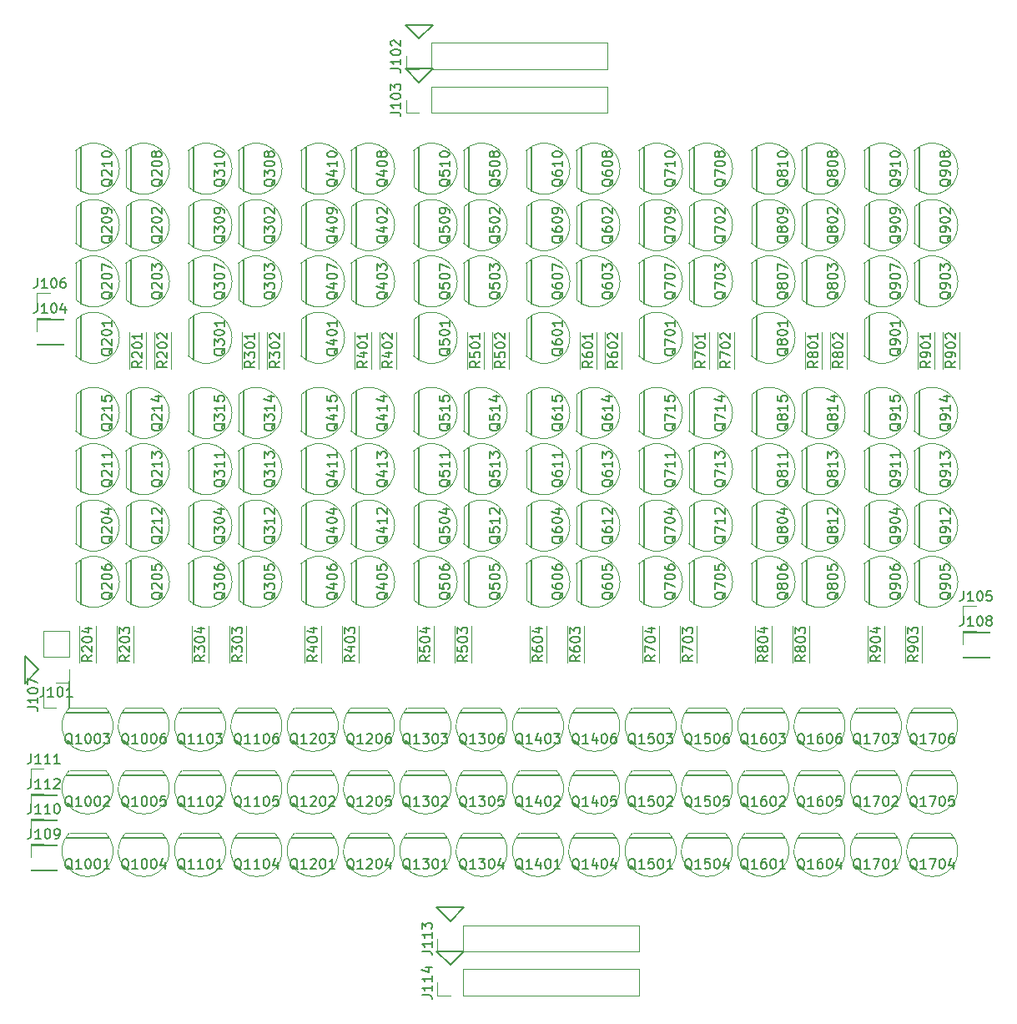
<source format=gbr>
G04 #@! TF.FileFunction,Legend,Top*
%FSLAX46Y46*%
G04 Gerber Fmt 4.6, Leading zero omitted, Abs format (unit mm)*
G04 Created by KiCad (PCBNEW 4.0.7-e2-6376~61~ubuntu18.04.1) date Sun Jul 14 08:04:14 2019*
%MOMM*%
%LPD*%
G01*
G04 APERTURE LIST*
%ADD10C,0.100000*%
%ADD11C,0.150000*%
%ADD12C,0.120000*%
G04 APERTURE END LIST*
D10*
D11*
X43307000Y-81280000D02*
X41910000Y-82677000D01*
X41910000Y-82677000D02*
X41910000Y-79883000D01*
X41910000Y-79883000D02*
X43307000Y-81280000D01*
D12*
X46415000Y-77410000D02*
X43755000Y-77410000D01*
X46415000Y-80010000D02*
X46415000Y-77410000D01*
X43755000Y-80010000D02*
X43755000Y-77410000D01*
X46415000Y-80010000D02*
X43755000Y-80010000D01*
X46415000Y-81280000D02*
X46415000Y-82610000D01*
X46415000Y-82610000D02*
X45085000Y-82610000D01*
D11*
X81915000Y-17272000D02*
X83312000Y-15875000D01*
X83312000Y-15875000D02*
X80518000Y-15875000D01*
X81915000Y-17272000D02*
X80518000Y-15875000D01*
D12*
X101025000Y-20380000D02*
X101025000Y-17720000D01*
X83185000Y-20380000D02*
X101025000Y-20380000D01*
X83185000Y-17720000D02*
X101025000Y-17720000D01*
X83185000Y-20380000D02*
X83185000Y-17720000D01*
X81915000Y-20380000D02*
X80585000Y-20380000D01*
X80585000Y-20380000D02*
X80585000Y-19050000D01*
D11*
X81915000Y-21717000D02*
X83312000Y-20320000D01*
X83312000Y-20320000D02*
X80518000Y-20320000D01*
X81915000Y-21717000D02*
X80518000Y-20320000D01*
D12*
X101025000Y-24825000D02*
X101025000Y-22165000D01*
X83185000Y-24825000D02*
X101025000Y-24825000D01*
X83185000Y-22165000D02*
X101025000Y-22165000D01*
X83185000Y-24825000D02*
X83185000Y-22165000D01*
X81915000Y-24825000D02*
X80585000Y-24825000D01*
X80585000Y-24825000D02*
X80585000Y-23495000D01*
X43120000Y-48320000D02*
X45780000Y-48320000D01*
X43120000Y-48260000D02*
X43120000Y-48320000D01*
X45780000Y-48260000D02*
X45780000Y-48320000D01*
X43120000Y-48260000D02*
X45780000Y-48260000D01*
X43120000Y-46990000D02*
X43120000Y-45660000D01*
X43120000Y-45660000D02*
X44450000Y-45660000D01*
X137100000Y-77530000D02*
X139760000Y-77530000D01*
X137100000Y-77470000D02*
X137100000Y-77530000D01*
X139760000Y-77470000D02*
X139760000Y-77530000D01*
X137100000Y-77470000D02*
X139760000Y-77470000D01*
X137100000Y-76200000D02*
X137100000Y-74870000D01*
X137100000Y-74870000D02*
X138430000Y-74870000D01*
X43120000Y-45780000D02*
X45780000Y-45780000D01*
X43120000Y-45720000D02*
X43120000Y-45780000D01*
X45780000Y-45720000D02*
X45780000Y-45780000D01*
X43120000Y-45720000D02*
X45780000Y-45720000D01*
X43120000Y-44450000D02*
X43120000Y-43120000D01*
X43120000Y-43120000D02*
X44450000Y-43120000D01*
D11*
X47599600Y-45389800D02*
X47599600Y-49860200D01*
D12*
X47045000Y-45825000D02*
X47045000Y-49425000D01*
X47056522Y-45786522D02*
G75*
G02X51495000Y-47625000I1838478J-1838478D01*
G01*
X47056522Y-49463478D02*
G75*
G03X51495000Y-47625000I1838478J1838478D01*
G01*
D11*
X52679600Y-33959800D02*
X52679600Y-38430200D01*
D12*
X52125000Y-34395000D02*
X52125000Y-37995000D01*
X52136522Y-34356522D02*
G75*
G02X56575000Y-36195000I1838478J-1838478D01*
G01*
X52136522Y-38033478D02*
G75*
G03X56575000Y-36195000I1838478J1838478D01*
G01*
D11*
X52679600Y-39674800D02*
X52679600Y-44145200D01*
D12*
X52125000Y-40110000D02*
X52125000Y-43710000D01*
X52136522Y-40071522D02*
G75*
G02X56575000Y-41910000I1838478J-1838478D01*
G01*
X52136522Y-43748478D02*
G75*
G03X56575000Y-41910000I1838478J1838478D01*
G01*
D11*
X47599600Y-64439800D02*
X47599600Y-68910200D01*
D12*
X47045000Y-64875000D02*
X47045000Y-68475000D01*
X47056522Y-64836522D02*
G75*
G02X51495000Y-66675000I1838478J-1838478D01*
G01*
X47056522Y-68513478D02*
G75*
G03X51495000Y-66675000I1838478J1838478D01*
G01*
D11*
X52679600Y-70154800D02*
X52679600Y-74625200D01*
D12*
X52125000Y-70590000D02*
X52125000Y-74190000D01*
X52136522Y-70551522D02*
G75*
G02X56575000Y-72390000I1838478J-1838478D01*
G01*
X52136522Y-74228478D02*
G75*
G03X56575000Y-72390000I1838478J1838478D01*
G01*
D11*
X47599600Y-70154800D02*
X47599600Y-74625200D01*
D12*
X47045000Y-70590000D02*
X47045000Y-74190000D01*
X47056522Y-70551522D02*
G75*
G02X51495000Y-72390000I1838478J-1838478D01*
G01*
X47056522Y-74228478D02*
G75*
G03X51495000Y-72390000I1838478J1838478D01*
G01*
D11*
X47599600Y-39674800D02*
X47599600Y-44145200D01*
D12*
X47045000Y-40110000D02*
X47045000Y-43710000D01*
X47056522Y-40071522D02*
G75*
G02X51495000Y-41910000I1838478J-1838478D01*
G01*
X47056522Y-43748478D02*
G75*
G03X51495000Y-41910000I1838478J1838478D01*
G01*
D11*
X52679600Y-28244800D02*
X52679600Y-32715200D01*
D12*
X52125000Y-28680000D02*
X52125000Y-32280000D01*
X52136522Y-28641522D02*
G75*
G02X56575000Y-30480000I1838478J-1838478D01*
G01*
X52136522Y-32318478D02*
G75*
G03X56575000Y-30480000I1838478J1838478D01*
G01*
D11*
X47599600Y-33959800D02*
X47599600Y-38430200D01*
D12*
X47045000Y-34395000D02*
X47045000Y-37995000D01*
X47056522Y-34356522D02*
G75*
G02X51495000Y-36195000I1838478J-1838478D01*
G01*
X47056522Y-38033478D02*
G75*
G03X51495000Y-36195000I1838478J1838478D01*
G01*
D11*
X47599600Y-28244800D02*
X47599600Y-32715200D01*
D12*
X47045000Y-28680000D02*
X47045000Y-32280000D01*
X47056522Y-28641522D02*
G75*
G02X51495000Y-30480000I1838478J-1838478D01*
G01*
X47056522Y-32318478D02*
G75*
G03X51495000Y-30480000I1838478J1838478D01*
G01*
D11*
X47599600Y-58724800D02*
X47599600Y-63195200D01*
D12*
X47045000Y-59160000D02*
X47045000Y-62760000D01*
X47056522Y-59121522D02*
G75*
G02X51495000Y-60960000I1838478J-1838478D01*
G01*
X47056522Y-62798478D02*
G75*
G03X51495000Y-60960000I1838478J1838478D01*
G01*
D11*
X52679600Y-64439800D02*
X52679600Y-68910200D01*
D12*
X52125000Y-64875000D02*
X52125000Y-68475000D01*
X52136522Y-64836522D02*
G75*
G02X56575000Y-66675000I1838478J-1838478D01*
G01*
X52136522Y-68513478D02*
G75*
G03X56575000Y-66675000I1838478J1838478D01*
G01*
D11*
X52679600Y-58724800D02*
X52679600Y-63195200D01*
D12*
X52125000Y-59160000D02*
X52125000Y-62760000D01*
X52136522Y-59121522D02*
G75*
G02X56575000Y-60960000I1838478J-1838478D01*
G01*
X52136522Y-62798478D02*
G75*
G03X56575000Y-60960000I1838478J1838478D01*
G01*
D11*
X52679600Y-53009800D02*
X52679600Y-57480200D01*
D12*
X52125000Y-53445000D02*
X52125000Y-57045000D01*
X52136522Y-53406522D02*
G75*
G02X56575000Y-55245000I1838478J-1838478D01*
G01*
X52136522Y-57083478D02*
G75*
G03X56575000Y-55245000I1838478J1838478D01*
G01*
D11*
X47599600Y-53009800D02*
X47599600Y-57480200D01*
D12*
X47045000Y-53445000D02*
X47045000Y-57045000D01*
X47056522Y-53406522D02*
G75*
G02X51495000Y-55245000I1838478J-1838478D01*
G01*
X47056522Y-57083478D02*
G75*
G03X51495000Y-55245000I1838478J1838478D01*
G01*
D11*
X59029600Y-45389800D02*
X59029600Y-49860200D01*
D12*
X58475000Y-45825000D02*
X58475000Y-49425000D01*
X58486522Y-45786522D02*
G75*
G02X62925000Y-47625000I1838478J-1838478D01*
G01*
X58486522Y-49463478D02*
G75*
G03X62925000Y-47625000I1838478J1838478D01*
G01*
D11*
X64109600Y-33959800D02*
X64109600Y-38430200D01*
D12*
X63555000Y-34395000D02*
X63555000Y-37995000D01*
X63566522Y-34356522D02*
G75*
G02X68005000Y-36195000I1838478J-1838478D01*
G01*
X63566522Y-38033478D02*
G75*
G03X68005000Y-36195000I1838478J1838478D01*
G01*
D11*
X64109600Y-39674800D02*
X64109600Y-44145200D01*
D12*
X63555000Y-40110000D02*
X63555000Y-43710000D01*
X63566522Y-40071522D02*
G75*
G02X68005000Y-41910000I1838478J-1838478D01*
G01*
X63566522Y-43748478D02*
G75*
G03X68005000Y-41910000I1838478J1838478D01*
G01*
D11*
X59029600Y-64439800D02*
X59029600Y-68910200D01*
D12*
X58475000Y-64875000D02*
X58475000Y-68475000D01*
X58486522Y-64836522D02*
G75*
G02X62925000Y-66675000I1838478J-1838478D01*
G01*
X58486522Y-68513478D02*
G75*
G03X62925000Y-66675000I1838478J1838478D01*
G01*
D11*
X64109600Y-70154800D02*
X64109600Y-74625200D01*
D12*
X63555000Y-70590000D02*
X63555000Y-74190000D01*
X63566522Y-70551522D02*
G75*
G02X68005000Y-72390000I1838478J-1838478D01*
G01*
X63566522Y-74228478D02*
G75*
G03X68005000Y-72390000I1838478J1838478D01*
G01*
D11*
X59029600Y-70154800D02*
X59029600Y-74625200D01*
D12*
X58475000Y-70590000D02*
X58475000Y-74190000D01*
X58486522Y-70551522D02*
G75*
G02X62925000Y-72390000I1838478J-1838478D01*
G01*
X58486522Y-74228478D02*
G75*
G03X62925000Y-72390000I1838478J1838478D01*
G01*
D11*
X59029600Y-39674800D02*
X59029600Y-44145200D01*
D12*
X58475000Y-40110000D02*
X58475000Y-43710000D01*
X58486522Y-40071522D02*
G75*
G02X62925000Y-41910000I1838478J-1838478D01*
G01*
X58486522Y-43748478D02*
G75*
G03X62925000Y-41910000I1838478J1838478D01*
G01*
D11*
X64109600Y-28244800D02*
X64109600Y-32715200D01*
D12*
X63555000Y-28680000D02*
X63555000Y-32280000D01*
X63566522Y-28641522D02*
G75*
G02X68005000Y-30480000I1838478J-1838478D01*
G01*
X63566522Y-32318478D02*
G75*
G03X68005000Y-30480000I1838478J1838478D01*
G01*
D11*
X59029600Y-33959800D02*
X59029600Y-38430200D01*
D12*
X58475000Y-34395000D02*
X58475000Y-37995000D01*
X58486522Y-34356522D02*
G75*
G02X62925000Y-36195000I1838478J-1838478D01*
G01*
X58486522Y-38033478D02*
G75*
G03X62925000Y-36195000I1838478J1838478D01*
G01*
D11*
X59029600Y-28244800D02*
X59029600Y-32715200D01*
D12*
X58475000Y-28680000D02*
X58475000Y-32280000D01*
X58486522Y-28641522D02*
G75*
G02X62925000Y-30480000I1838478J-1838478D01*
G01*
X58486522Y-32318478D02*
G75*
G03X62925000Y-30480000I1838478J1838478D01*
G01*
D11*
X59029600Y-58724800D02*
X59029600Y-63195200D01*
D12*
X58475000Y-59160000D02*
X58475000Y-62760000D01*
X58486522Y-59121522D02*
G75*
G02X62925000Y-60960000I1838478J-1838478D01*
G01*
X58486522Y-62798478D02*
G75*
G03X62925000Y-60960000I1838478J1838478D01*
G01*
D11*
X64109600Y-64439800D02*
X64109600Y-68910200D01*
D12*
X63555000Y-64875000D02*
X63555000Y-68475000D01*
X63566522Y-64836522D02*
G75*
G02X68005000Y-66675000I1838478J-1838478D01*
G01*
X63566522Y-68513478D02*
G75*
G03X68005000Y-66675000I1838478J1838478D01*
G01*
D11*
X64109600Y-58724800D02*
X64109600Y-63195200D01*
D12*
X63555000Y-59160000D02*
X63555000Y-62760000D01*
X63566522Y-59121522D02*
G75*
G02X68005000Y-60960000I1838478J-1838478D01*
G01*
X63566522Y-62798478D02*
G75*
G03X68005000Y-60960000I1838478J1838478D01*
G01*
D11*
X64109600Y-53009800D02*
X64109600Y-57480200D01*
D12*
X63555000Y-53445000D02*
X63555000Y-57045000D01*
X63566522Y-53406522D02*
G75*
G02X68005000Y-55245000I1838478J-1838478D01*
G01*
X63566522Y-57083478D02*
G75*
G03X68005000Y-55245000I1838478J1838478D01*
G01*
D11*
X59029600Y-53009800D02*
X59029600Y-57480200D01*
D12*
X58475000Y-53445000D02*
X58475000Y-57045000D01*
X58486522Y-53406522D02*
G75*
G02X62925000Y-55245000I1838478J-1838478D01*
G01*
X58486522Y-57083478D02*
G75*
G03X62925000Y-55245000I1838478J1838478D01*
G01*
D11*
X70459600Y-45389800D02*
X70459600Y-49860200D01*
D12*
X69905000Y-45825000D02*
X69905000Y-49425000D01*
X69916522Y-45786522D02*
G75*
G02X74355000Y-47625000I1838478J-1838478D01*
G01*
X69916522Y-49463478D02*
G75*
G03X74355000Y-47625000I1838478J1838478D01*
G01*
D11*
X75539600Y-33959800D02*
X75539600Y-38430200D01*
D12*
X74985000Y-34395000D02*
X74985000Y-37995000D01*
X74996522Y-34356522D02*
G75*
G02X79435000Y-36195000I1838478J-1838478D01*
G01*
X74996522Y-38033478D02*
G75*
G03X79435000Y-36195000I1838478J1838478D01*
G01*
D11*
X75539600Y-39674800D02*
X75539600Y-44145200D01*
D12*
X74985000Y-40110000D02*
X74985000Y-43710000D01*
X74996522Y-40071522D02*
G75*
G02X79435000Y-41910000I1838478J-1838478D01*
G01*
X74996522Y-43748478D02*
G75*
G03X79435000Y-41910000I1838478J1838478D01*
G01*
D11*
X70459600Y-64439800D02*
X70459600Y-68910200D01*
D12*
X69905000Y-64875000D02*
X69905000Y-68475000D01*
X69916522Y-64836522D02*
G75*
G02X74355000Y-66675000I1838478J-1838478D01*
G01*
X69916522Y-68513478D02*
G75*
G03X74355000Y-66675000I1838478J1838478D01*
G01*
D11*
X75539600Y-70154800D02*
X75539600Y-74625200D01*
D12*
X74985000Y-70590000D02*
X74985000Y-74190000D01*
X74996522Y-70551522D02*
G75*
G02X79435000Y-72390000I1838478J-1838478D01*
G01*
X74996522Y-74228478D02*
G75*
G03X79435000Y-72390000I1838478J1838478D01*
G01*
D11*
X70459600Y-70154800D02*
X70459600Y-74625200D01*
D12*
X69905000Y-70590000D02*
X69905000Y-74190000D01*
X69916522Y-70551522D02*
G75*
G02X74355000Y-72390000I1838478J-1838478D01*
G01*
X69916522Y-74228478D02*
G75*
G03X74355000Y-72390000I1838478J1838478D01*
G01*
D11*
X70459600Y-39674800D02*
X70459600Y-44145200D01*
D12*
X69905000Y-40110000D02*
X69905000Y-43710000D01*
X69916522Y-40071522D02*
G75*
G02X74355000Y-41910000I1838478J-1838478D01*
G01*
X69916522Y-43748478D02*
G75*
G03X74355000Y-41910000I1838478J1838478D01*
G01*
D11*
X75539600Y-28244800D02*
X75539600Y-32715200D01*
D12*
X74985000Y-28680000D02*
X74985000Y-32280000D01*
X74996522Y-28641522D02*
G75*
G02X79435000Y-30480000I1838478J-1838478D01*
G01*
X74996522Y-32318478D02*
G75*
G03X79435000Y-30480000I1838478J1838478D01*
G01*
D11*
X70459600Y-33959800D02*
X70459600Y-38430200D01*
D12*
X69905000Y-34395000D02*
X69905000Y-37995000D01*
X69916522Y-34356522D02*
G75*
G02X74355000Y-36195000I1838478J-1838478D01*
G01*
X69916522Y-38033478D02*
G75*
G03X74355000Y-36195000I1838478J1838478D01*
G01*
D11*
X70459600Y-28244800D02*
X70459600Y-32715200D01*
D12*
X69905000Y-28680000D02*
X69905000Y-32280000D01*
X69916522Y-28641522D02*
G75*
G02X74355000Y-30480000I1838478J-1838478D01*
G01*
X69916522Y-32318478D02*
G75*
G03X74355000Y-30480000I1838478J1838478D01*
G01*
D11*
X70459600Y-58724800D02*
X70459600Y-63195200D01*
D12*
X69905000Y-59160000D02*
X69905000Y-62760000D01*
X69916522Y-59121522D02*
G75*
G02X74355000Y-60960000I1838478J-1838478D01*
G01*
X69916522Y-62798478D02*
G75*
G03X74355000Y-60960000I1838478J1838478D01*
G01*
D11*
X75539600Y-64439800D02*
X75539600Y-68910200D01*
D12*
X74985000Y-64875000D02*
X74985000Y-68475000D01*
X74996522Y-64836522D02*
G75*
G02X79435000Y-66675000I1838478J-1838478D01*
G01*
X74996522Y-68513478D02*
G75*
G03X79435000Y-66675000I1838478J1838478D01*
G01*
D11*
X75539600Y-58724800D02*
X75539600Y-63195200D01*
D12*
X74985000Y-59160000D02*
X74985000Y-62760000D01*
X74996522Y-59121522D02*
G75*
G02X79435000Y-60960000I1838478J-1838478D01*
G01*
X74996522Y-62798478D02*
G75*
G03X79435000Y-60960000I1838478J1838478D01*
G01*
D11*
X75539600Y-53009800D02*
X75539600Y-57480200D01*
D12*
X74985000Y-53445000D02*
X74985000Y-57045000D01*
X74996522Y-53406522D02*
G75*
G02X79435000Y-55245000I1838478J-1838478D01*
G01*
X74996522Y-57083478D02*
G75*
G03X79435000Y-55245000I1838478J1838478D01*
G01*
D11*
X70459600Y-53009800D02*
X70459600Y-57480200D01*
D12*
X69905000Y-53445000D02*
X69905000Y-57045000D01*
X69916522Y-53406522D02*
G75*
G02X74355000Y-55245000I1838478J-1838478D01*
G01*
X69916522Y-57083478D02*
G75*
G03X74355000Y-55245000I1838478J1838478D01*
G01*
D11*
X81889600Y-45389800D02*
X81889600Y-49860200D01*
D12*
X81335000Y-45825000D02*
X81335000Y-49425000D01*
X81346522Y-45786522D02*
G75*
G02X85785000Y-47625000I1838478J-1838478D01*
G01*
X81346522Y-49463478D02*
G75*
G03X85785000Y-47625000I1838478J1838478D01*
G01*
D11*
X86969600Y-33959800D02*
X86969600Y-38430200D01*
D12*
X86415000Y-34395000D02*
X86415000Y-37995000D01*
X86426522Y-34356522D02*
G75*
G02X90865000Y-36195000I1838478J-1838478D01*
G01*
X86426522Y-38033478D02*
G75*
G03X90865000Y-36195000I1838478J1838478D01*
G01*
D11*
X86969600Y-39674800D02*
X86969600Y-44145200D01*
D12*
X86415000Y-40110000D02*
X86415000Y-43710000D01*
X86426522Y-40071522D02*
G75*
G02X90865000Y-41910000I1838478J-1838478D01*
G01*
X86426522Y-43748478D02*
G75*
G03X90865000Y-41910000I1838478J1838478D01*
G01*
D11*
X81889600Y-64439800D02*
X81889600Y-68910200D01*
D12*
X81335000Y-64875000D02*
X81335000Y-68475000D01*
X81346522Y-64836522D02*
G75*
G02X85785000Y-66675000I1838478J-1838478D01*
G01*
X81346522Y-68513478D02*
G75*
G03X85785000Y-66675000I1838478J1838478D01*
G01*
D11*
X86969600Y-70154800D02*
X86969600Y-74625200D01*
D12*
X86415000Y-70590000D02*
X86415000Y-74190000D01*
X86426522Y-70551522D02*
G75*
G02X90865000Y-72390000I1838478J-1838478D01*
G01*
X86426522Y-74228478D02*
G75*
G03X90865000Y-72390000I1838478J1838478D01*
G01*
D11*
X81889600Y-70154800D02*
X81889600Y-74625200D01*
D12*
X81335000Y-70590000D02*
X81335000Y-74190000D01*
X81346522Y-70551522D02*
G75*
G02X85785000Y-72390000I1838478J-1838478D01*
G01*
X81346522Y-74228478D02*
G75*
G03X85785000Y-72390000I1838478J1838478D01*
G01*
D11*
X81889600Y-39674800D02*
X81889600Y-44145200D01*
D12*
X81335000Y-40110000D02*
X81335000Y-43710000D01*
X81346522Y-40071522D02*
G75*
G02X85785000Y-41910000I1838478J-1838478D01*
G01*
X81346522Y-43748478D02*
G75*
G03X85785000Y-41910000I1838478J1838478D01*
G01*
D11*
X86969600Y-28244800D02*
X86969600Y-32715200D01*
D12*
X86415000Y-28680000D02*
X86415000Y-32280000D01*
X86426522Y-28641522D02*
G75*
G02X90865000Y-30480000I1838478J-1838478D01*
G01*
X86426522Y-32318478D02*
G75*
G03X90865000Y-30480000I1838478J1838478D01*
G01*
D11*
X81889600Y-33959800D02*
X81889600Y-38430200D01*
D12*
X81335000Y-34395000D02*
X81335000Y-37995000D01*
X81346522Y-34356522D02*
G75*
G02X85785000Y-36195000I1838478J-1838478D01*
G01*
X81346522Y-38033478D02*
G75*
G03X85785000Y-36195000I1838478J1838478D01*
G01*
D11*
X81889600Y-28244800D02*
X81889600Y-32715200D01*
D12*
X81335000Y-28680000D02*
X81335000Y-32280000D01*
X81346522Y-28641522D02*
G75*
G02X85785000Y-30480000I1838478J-1838478D01*
G01*
X81346522Y-32318478D02*
G75*
G03X85785000Y-30480000I1838478J1838478D01*
G01*
D11*
X81889600Y-58724800D02*
X81889600Y-63195200D01*
D12*
X81335000Y-59160000D02*
X81335000Y-62760000D01*
X81346522Y-59121522D02*
G75*
G02X85785000Y-60960000I1838478J-1838478D01*
G01*
X81346522Y-62798478D02*
G75*
G03X85785000Y-60960000I1838478J1838478D01*
G01*
D11*
X86969600Y-64439800D02*
X86969600Y-68910200D01*
D12*
X86415000Y-64875000D02*
X86415000Y-68475000D01*
X86426522Y-64836522D02*
G75*
G02X90865000Y-66675000I1838478J-1838478D01*
G01*
X86426522Y-68513478D02*
G75*
G03X90865000Y-66675000I1838478J1838478D01*
G01*
D11*
X86969600Y-58724800D02*
X86969600Y-63195200D01*
D12*
X86415000Y-59160000D02*
X86415000Y-62760000D01*
X86426522Y-59121522D02*
G75*
G02X90865000Y-60960000I1838478J-1838478D01*
G01*
X86426522Y-62798478D02*
G75*
G03X90865000Y-60960000I1838478J1838478D01*
G01*
D11*
X86969600Y-53009800D02*
X86969600Y-57480200D01*
D12*
X86415000Y-53445000D02*
X86415000Y-57045000D01*
X86426522Y-53406522D02*
G75*
G02X90865000Y-55245000I1838478J-1838478D01*
G01*
X86426522Y-57083478D02*
G75*
G03X90865000Y-55245000I1838478J1838478D01*
G01*
D11*
X81889600Y-53009800D02*
X81889600Y-57480200D01*
D12*
X81335000Y-53445000D02*
X81335000Y-57045000D01*
X81346522Y-53406522D02*
G75*
G02X85785000Y-55245000I1838478J-1838478D01*
G01*
X81346522Y-57083478D02*
G75*
G03X85785000Y-55245000I1838478J1838478D01*
G01*
D11*
X93319600Y-45389800D02*
X93319600Y-49860200D01*
D12*
X92765000Y-45825000D02*
X92765000Y-49425000D01*
X92776522Y-45786522D02*
G75*
G02X97215000Y-47625000I1838478J-1838478D01*
G01*
X92776522Y-49463478D02*
G75*
G03X97215000Y-47625000I1838478J1838478D01*
G01*
D11*
X98399600Y-33959800D02*
X98399600Y-38430200D01*
D12*
X97845000Y-34395000D02*
X97845000Y-37995000D01*
X97856522Y-34356522D02*
G75*
G02X102295000Y-36195000I1838478J-1838478D01*
G01*
X97856522Y-38033478D02*
G75*
G03X102295000Y-36195000I1838478J1838478D01*
G01*
D11*
X98399600Y-39674800D02*
X98399600Y-44145200D01*
D12*
X97845000Y-40110000D02*
X97845000Y-43710000D01*
X97856522Y-40071522D02*
G75*
G02X102295000Y-41910000I1838478J-1838478D01*
G01*
X97856522Y-43748478D02*
G75*
G03X102295000Y-41910000I1838478J1838478D01*
G01*
D11*
X93319600Y-64439800D02*
X93319600Y-68910200D01*
D12*
X92765000Y-64875000D02*
X92765000Y-68475000D01*
X92776522Y-64836522D02*
G75*
G02X97215000Y-66675000I1838478J-1838478D01*
G01*
X92776522Y-68513478D02*
G75*
G03X97215000Y-66675000I1838478J1838478D01*
G01*
D11*
X98399600Y-70154800D02*
X98399600Y-74625200D01*
D12*
X97845000Y-70590000D02*
X97845000Y-74190000D01*
X97856522Y-70551522D02*
G75*
G02X102295000Y-72390000I1838478J-1838478D01*
G01*
X97856522Y-74228478D02*
G75*
G03X102295000Y-72390000I1838478J1838478D01*
G01*
D11*
X93319600Y-70154800D02*
X93319600Y-74625200D01*
D12*
X92765000Y-70590000D02*
X92765000Y-74190000D01*
X92776522Y-70551522D02*
G75*
G02X97215000Y-72390000I1838478J-1838478D01*
G01*
X92776522Y-74228478D02*
G75*
G03X97215000Y-72390000I1838478J1838478D01*
G01*
D11*
X93319600Y-39674800D02*
X93319600Y-44145200D01*
D12*
X92765000Y-40110000D02*
X92765000Y-43710000D01*
X92776522Y-40071522D02*
G75*
G02X97215000Y-41910000I1838478J-1838478D01*
G01*
X92776522Y-43748478D02*
G75*
G03X97215000Y-41910000I1838478J1838478D01*
G01*
D11*
X98399600Y-28244800D02*
X98399600Y-32715200D01*
D12*
X97845000Y-28680000D02*
X97845000Y-32280000D01*
X97856522Y-28641522D02*
G75*
G02X102295000Y-30480000I1838478J-1838478D01*
G01*
X97856522Y-32318478D02*
G75*
G03X102295000Y-30480000I1838478J1838478D01*
G01*
D11*
X93319600Y-33959800D02*
X93319600Y-38430200D01*
D12*
X92765000Y-34395000D02*
X92765000Y-37995000D01*
X92776522Y-34356522D02*
G75*
G02X97215000Y-36195000I1838478J-1838478D01*
G01*
X92776522Y-38033478D02*
G75*
G03X97215000Y-36195000I1838478J1838478D01*
G01*
D11*
X93319600Y-28244800D02*
X93319600Y-32715200D01*
D12*
X92765000Y-28680000D02*
X92765000Y-32280000D01*
X92776522Y-28641522D02*
G75*
G02X97215000Y-30480000I1838478J-1838478D01*
G01*
X92776522Y-32318478D02*
G75*
G03X97215000Y-30480000I1838478J1838478D01*
G01*
D11*
X93319600Y-58724800D02*
X93319600Y-63195200D01*
D12*
X92765000Y-59160000D02*
X92765000Y-62760000D01*
X92776522Y-59121522D02*
G75*
G02X97215000Y-60960000I1838478J-1838478D01*
G01*
X92776522Y-62798478D02*
G75*
G03X97215000Y-60960000I1838478J1838478D01*
G01*
D11*
X98399600Y-64439800D02*
X98399600Y-68910200D01*
D12*
X97845000Y-64875000D02*
X97845000Y-68475000D01*
X97856522Y-64836522D02*
G75*
G02X102295000Y-66675000I1838478J-1838478D01*
G01*
X97856522Y-68513478D02*
G75*
G03X102295000Y-66675000I1838478J1838478D01*
G01*
D11*
X98399600Y-58724800D02*
X98399600Y-63195200D01*
D12*
X97845000Y-59160000D02*
X97845000Y-62760000D01*
X97856522Y-59121522D02*
G75*
G02X102295000Y-60960000I1838478J-1838478D01*
G01*
X97856522Y-62798478D02*
G75*
G03X102295000Y-60960000I1838478J1838478D01*
G01*
D11*
X98399600Y-53009800D02*
X98399600Y-57480200D01*
D12*
X97845000Y-53445000D02*
X97845000Y-57045000D01*
X97856522Y-53406522D02*
G75*
G02X102295000Y-55245000I1838478J-1838478D01*
G01*
X97856522Y-57083478D02*
G75*
G03X102295000Y-55245000I1838478J1838478D01*
G01*
D11*
X93319600Y-53009800D02*
X93319600Y-57480200D01*
D12*
X92765000Y-53445000D02*
X92765000Y-57045000D01*
X92776522Y-53406522D02*
G75*
G02X97215000Y-55245000I1838478J-1838478D01*
G01*
X92776522Y-57083478D02*
G75*
G03X97215000Y-55245000I1838478J1838478D01*
G01*
D11*
X104749600Y-45389800D02*
X104749600Y-49860200D01*
D12*
X104195000Y-45825000D02*
X104195000Y-49425000D01*
X104206522Y-45786522D02*
G75*
G02X108645000Y-47625000I1838478J-1838478D01*
G01*
X104206522Y-49463478D02*
G75*
G03X108645000Y-47625000I1838478J1838478D01*
G01*
D11*
X109829600Y-33959800D02*
X109829600Y-38430200D01*
D12*
X109275000Y-34395000D02*
X109275000Y-37995000D01*
X109286522Y-34356522D02*
G75*
G02X113725000Y-36195000I1838478J-1838478D01*
G01*
X109286522Y-38033478D02*
G75*
G03X113725000Y-36195000I1838478J1838478D01*
G01*
D11*
X109829600Y-39674800D02*
X109829600Y-44145200D01*
D12*
X109275000Y-40110000D02*
X109275000Y-43710000D01*
X109286522Y-40071522D02*
G75*
G02X113725000Y-41910000I1838478J-1838478D01*
G01*
X109286522Y-43748478D02*
G75*
G03X113725000Y-41910000I1838478J1838478D01*
G01*
D11*
X104749600Y-64439800D02*
X104749600Y-68910200D01*
D12*
X104195000Y-64875000D02*
X104195000Y-68475000D01*
X104206522Y-64836522D02*
G75*
G02X108645000Y-66675000I1838478J-1838478D01*
G01*
X104206522Y-68513478D02*
G75*
G03X108645000Y-66675000I1838478J1838478D01*
G01*
D11*
X109829600Y-70154800D02*
X109829600Y-74625200D01*
D12*
X109275000Y-70590000D02*
X109275000Y-74190000D01*
X109286522Y-70551522D02*
G75*
G02X113725000Y-72390000I1838478J-1838478D01*
G01*
X109286522Y-74228478D02*
G75*
G03X113725000Y-72390000I1838478J1838478D01*
G01*
D11*
X104749600Y-70154800D02*
X104749600Y-74625200D01*
D12*
X104195000Y-70590000D02*
X104195000Y-74190000D01*
X104206522Y-70551522D02*
G75*
G02X108645000Y-72390000I1838478J-1838478D01*
G01*
X104206522Y-74228478D02*
G75*
G03X108645000Y-72390000I1838478J1838478D01*
G01*
D11*
X104749600Y-39674800D02*
X104749600Y-44145200D01*
D12*
X104195000Y-40110000D02*
X104195000Y-43710000D01*
X104206522Y-40071522D02*
G75*
G02X108645000Y-41910000I1838478J-1838478D01*
G01*
X104206522Y-43748478D02*
G75*
G03X108645000Y-41910000I1838478J1838478D01*
G01*
D11*
X109829600Y-28244800D02*
X109829600Y-32715200D01*
D12*
X109275000Y-28680000D02*
X109275000Y-32280000D01*
X109286522Y-28641522D02*
G75*
G02X113725000Y-30480000I1838478J-1838478D01*
G01*
X109286522Y-32318478D02*
G75*
G03X113725000Y-30480000I1838478J1838478D01*
G01*
D11*
X104749600Y-33959800D02*
X104749600Y-38430200D01*
D12*
X104195000Y-34395000D02*
X104195000Y-37995000D01*
X104206522Y-34356522D02*
G75*
G02X108645000Y-36195000I1838478J-1838478D01*
G01*
X104206522Y-38033478D02*
G75*
G03X108645000Y-36195000I1838478J1838478D01*
G01*
D11*
X104749600Y-28244800D02*
X104749600Y-32715200D01*
D12*
X104195000Y-28680000D02*
X104195000Y-32280000D01*
X104206522Y-28641522D02*
G75*
G02X108645000Y-30480000I1838478J-1838478D01*
G01*
X104206522Y-32318478D02*
G75*
G03X108645000Y-30480000I1838478J1838478D01*
G01*
D11*
X104749600Y-58724800D02*
X104749600Y-63195200D01*
D12*
X104195000Y-59160000D02*
X104195000Y-62760000D01*
X104206522Y-59121522D02*
G75*
G02X108645000Y-60960000I1838478J-1838478D01*
G01*
X104206522Y-62798478D02*
G75*
G03X108645000Y-60960000I1838478J1838478D01*
G01*
D11*
X109829600Y-64439800D02*
X109829600Y-68910200D01*
D12*
X109275000Y-64875000D02*
X109275000Y-68475000D01*
X109286522Y-64836522D02*
G75*
G02X113725000Y-66675000I1838478J-1838478D01*
G01*
X109286522Y-68513478D02*
G75*
G03X113725000Y-66675000I1838478J1838478D01*
G01*
D11*
X109829600Y-58724800D02*
X109829600Y-63195200D01*
D12*
X109275000Y-59160000D02*
X109275000Y-62760000D01*
X109286522Y-59121522D02*
G75*
G02X113725000Y-60960000I1838478J-1838478D01*
G01*
X109286522Y-62798478D02*
G75*
G03X113725000Y-60960000I1838478J1838478D01*
G01*
D11*
X109829600Y-53009800D02*
X109829600Y-57480200D01*
D12*
X109275000Y-53445000D02*
X109275000Y-57045000D01*
X109286522Y-53406522D02*
G75*
G02X113725000Y-55245000I1838478J-1838478D01*
G01*
X109286522Y-57083478D02*
G75*
G03X113725000Y-55245000I1838478J1838478D01*
G01*
D11*
X104749600Y-53009800D02*
X104749600Y-57480200D01*
D12*
X104195000Y-53445000D02*
X104195000Y-57045000D01*
X104206522Y-53406522D02*
G75*
G02X108645000Y-55245000I1838478J-1838478D01*
G01*
X104206522Y-57083478D02*
G75*
G03X108645000Y-55245000I1838478J1838478D01*
G01*
D11*
X116179600Y-45389800D02*
X116179600Y-49860200D01*
D12*
X115625000Y-45825000D02*
X115625000Y-49425000D01*
X115636522Y-45786522D02*
G75*
G02X120075000Y-47625000I1838478J-1838478D01*
G01*
X115636522Y-49463478D02*
G75*
G03X120075000Y-47625000I1838478J1838478D01*
G01*
D11*
X121259600Y-33959800D02*
X121259600Y-38430200D01*
D12*
X120705000Y-34395000D02*
X120705000Y-37995000D01*
X120716522Y-34356522D02*
G75*
G02X125155000Y-36195000I1838478J-1838478D01*
G01*
X120716522Y-38033478D02*
G75*
G03X125155000Y-36195000I1838478J1838478D01*
G01*
D11*
X121259600Y-39674800D02*
X121259600Y-44145200D01*
D12*
X120705000Y-40110000D02*
X120705000Y-43710000D01*
X120716522Y-40071522D02*
G75*
G02X125155000Y-41910000I1838478J-1838478D01*
G01*
X120716522Y-43748478D02*
G75*
G03X125155000Y-41910000I1838478J1838478D01*
G01*
D11*
X116179600Y-64439800D02*
X116179600Y-68910200D01*
D12*
X115625000Y-64875000D02*
X115625000Y-68475000D01*
X115636522Y-64836522D02*
G75*
G02X120075000Y-66675000I1838478J-1838478D01*
G01*
X115636522Y-68513478D02*
G75*
G03X120075000Y-66675000I1838478J1838478D01*
G01*
D11*
X121259600Y-70154800D02*
X121259600Y-74625200D01*
D12*
X120705000Y-70590000D02*
X120705000Y-74190000D01*
X120716522Y-70551522D02*
G75*
G02X125155000Y-72390000I1838478J-1838478D01*
G01*
X120716522Y-74228478D02*
G75*
G03X125155000Y-72390000I1838478J1838478D01*
G01*
D11*
X116179600Y-70154800D02*
X116179600Y-74625200D01*
D12*
X115625000Y-70590000D02*
X115625000Y-74190000D01*
X115636522Y-70551522D02*
G75*
G02X120075000Y-72390000I1838478J-1838478D01*
G01*
X115636522Y-74228478D02*
G75*
G03X120075000Y-72390000I1838478J1838478D01*
G01*
D11*
X116179600Y-39674800D02*
X116179600Y-44145200D01*
D12*
X115625000Y-40110000D02*
X115625000Y-43710000D01*
X115636522Y-40071522D02*
G75*
G02X120075000Y-41910000I1838478J-1838478D01*
G01*
X115636522Y-43748478D02*
G75*
G03X120075000Y-41910000I1838478J1838478D01*
G01*
D11*
X121259600Y-28244800D02*
X121259600Y-32715200D01*
D12*
X120705000Y-28680000D02*
X120705000Y-32280000D01*
X120716522Y-28641522D02*
G75*
G02X125155000Y-30480000I1838478J-1838478D01*
G01*
X120716522Y-32318478D02*
G75*
G03X125155000Y-30480000I1838478J1838478D01*
G01*
D11*
X116179600Y-33959800D02*
X116179600Y-38430200D01*
D12*
X115625000Y-34395000D02*
X115625000Y-37995000D01*
X115636522Y-34356522D02*
G75*
G02X120075000Y-36195000I1838478J-1838478D01*
G01*
X115636522Y-38033478D02*
G75*
G03X120075000Y-36195000I1838478J1838478D01*
G01*
D11*
X116179600Y-28244800D02*
X116179600Y-32715200D01*
D12*
X115625000Y-28680000D02*
X115625000Y-32280000D01*
X115636522Y-28641522D02*
G75*
G02X120075000Y-30480000I1838478J-1838478D01*
G01*
X115636522Y-32318478D02*
G75*
G03X120075000Y-30480000I1838478J1838478D01*
G01*
D11*
X116179600Y-58724800D02*
X116179600Y-63195200D01*
D12*
X115625000Y-59160000D02*
X115625000Y-62760000D01*
X115636522Y-59121522D02*
G75*
G02X120075000Y-60960000I1838478J-1838478D01*
G01*
X115636522Y-62798478D02*
G75*
G03X120075000Y-60960000I1838478J1838478D01*
G01*
D11*
X121259600Y-64439800D02*
X121259600Y-68910200D01*
D12*
X120705000Y-64875000D02*
X120705000Y-68475000D01*
X120716522Y-64836522D02*
G75*
G02X125155000Y-66675000I1838478J-1838478D01*
G01*
X120716522Y-68513478D02*
G75*
G03X125155000Y-66675000I1838478J1838478D01*
G01*
D11*
X121259600Y-58724800D02*
X121259600Y-63195200D01*
D12*
X120705000Y-59160000D02*
X120705000Y-62760000D01*
X120716522Y-59121522D02*
G75*
G02X125155000Y-60960000I1838478J-1838478D01*
G01*
X120716522Y-62798478D02*
G75*
G03X125155000Y-60960000I1838478J1838478D01*
G01*
D11*
X121259600Y-53009800D02*
X121259600Y-57480200D01*
D12*
X120705000Y-53445000D02*
X120705000Y-57045000D01*
X120716522Y-53406522D02*
G75*
G02X125155000Y-55245000I1838478J-1838478D01*
G01*
X120716522Y-57083478D02*
G75*
G03X125155000Y-55245000I1838478J1838478D01*
G01*
D11*
X116179600Y-53009800D02*
X116179600Y-57480200D01*
D12*
X115625000Y-53445000D02*
X115625000Y-57045000D01*
X115636522Y-53406522D02*
G75*
G02X120075000Y-55245000I1838478J-1838478D01*
G01*
X115636522Y-57083478D02*
G75*
G03X120075000Y-55245000I1838478J1838478D01*
G01*
D11*
X127609600Y-45389800D02*
X127609600Y-49860200D01*
D12*
X127055000Y-45825000D02*
X127055000Y-49425000D01*
X127066522Y-45786522D02*
G75*
G02X131505000Y-47625000I1838478J-1838478D01*
G01*
X127066522Y-49463478D02*
G75*
G03X131505000Y-47625000I1838478J1838478D01*
G01*
D11*
X132689600Y-33959800D02*
X132689600Y-38430200D01*
D12*
X132135000Y-34395000D02*
X132135000Y-37995000D01*
X132146522Y-34356522D02*
G75*
G02X136585000Y-36195000I1838478J-1838478D01*
G01*
X132146522Y-38033478D02*
G75*
G03X136585000Y-36195000I1838478J1838478D01*
G01*
D11*
X132689600Y-39674800D02*
X132689600Y-44145200D01*
D12*
X132135000Y-40110000D02*
X132135000Y-43710000D01*
X132146522Y-40071522D02*
G75*
G02X136585000Y-41910000I1838478J-1838478D01*
G01*
X132146522Y-43748478D02*
G75*
G03X136585000Y-41910000I1838478J1838478D01*
G01*
D11*
X127609600Y-64439800D02*
X127609600Y-68910200D01*
D12*
X127055000Y-64875000D02*
X127055000Y-68475000D01*
X127066522Y-64836522D02*
G75*
G02X131505000Y-66675000I1838478J-1838478D01*
G01*
X127066522Y-68513478D02*
G75*
G03X131505000Y-66675000I1838478J1838478D01*
G01*
D11*
X132689600Y-70154800D02*
X132689600Y-74625200D01*
D12*
X132135000Y-70590000D02*
X132135000Y-74190000D01*
X132146522Y-70551522D02*
G75*
G02X136585000Y-72390000I1838478J-1838478D01*
G01*
X132146522Y-74228478D02*
G75*
G03X136585000Y-72390000I1838478J1838478D01*
G01*
D11*
X127609600Y-70154800D02*
X127609600Y-74625200D01*
D12*
X127055000Y-70590000D02*
X127055000Y-74190000D01*
X127066522Y-70551522D02*
G75*
G02X131505000Y-72390000I1838478J-1838478D01*
G01*
X127066522Y-74228478D02*
G75*
G03X131505000Y-72390000I1838478J1838478D01*
G01*
D11*
X127609600Y-39674800D02*
X127609600Y-44145200D01*
D12*
X127055000Y-40110000D02*
X127055000Y-43710000D01*
X127066522Y-40071522D02*
G75*
G02X131505000Y-41910000I1838478J-1838478D01*
G01*
X127066522Y-43748478D02*
G75*
G03X131505000Y-41910000I1838478J1838478D01*
G01*
D11*
X132689600Y-28244800D02*
X132689600Y-32715200D01*
D12*
X132135000Y-28680000D02*
X132135000Y-32280000D01*
X132146522Y-28641522D02*
G75*
G02X136585000Y-30480000I1838478J-1838478D01*
G01*
X132146522Y-32318478D02*
G75*
G03X136585000Y-30480000I1838478J1838478D01*
G01*
D11*
X127609600Y-33959800D02*
X127609600Y-38430200D01*
D12*
X127055000Y-34395000D02*
X127055000Y-37995000D01*
X127066522Y-34356522D02*
G75*
G02X131505000Y-36195000I1838478J-1838478D01*
G01*
X127066522Y-38033478D02*
G75*
G03X131505000Y-36195000I1838478J1838478D01*
G01*
D11*
X127609600Y-28244800D02*
X127609600Y-32715200D01*
D12*
X127055000Y-28680000D02*
X127055000Y-32280000D01*
X127066522Y-28641522D02*
G75*
G02X131505000Y-30480000I1838478J-1838478D01*
G01*
X127066522Y-32318478D02*
G75*
G03X131505000Y-30480000I1838478J1838478D01*
G01*
D11*
X127609600Y-58724800D02*
X127609600Y-63195200D01*
D12*
X127055000Y-59160000D02*
X127055000Y-62760000D01*
X127066522Y-59121522D02*
G75*
G02X131505000Y-60960000I1838478J-1838478D01*
G01*
X127066522Y-62798478D02*
G75*
G03X131505000Y-60960000I1838478J1838478D01*
G01*
D11*
X132689600Y-64439800D02*
X132689600Y-68910200D01*
D12*
X132135000Y-64875000D02*
X132135000Y-68475000D01*
X132146522Y-64836522D02*
G75*
G02X136585000Y-66675000I1838478J-1838478D01*
G01*
X132146522Y-68513478D02*
G75*
G03X136585000Y-66675000I1838478J1838478D01*
G01*
D11*
X132689600Y-58724800D02*
X132689600Y-63195200D01*
D12*
X132135000Y-59160000D02*
X132135000Y-62760000D01*
X132146522Y-59121522D02*
G75*
G02X136585000Y-60960000I1838478J-1838478D01*
G01*
X132146522Y-62798478D02*
G75*
G03X136585000Y-60960000I1838478J1838478D01*
G01*
D11*
X132689600Y-53009800D02*
X132689600Y-57480200D01*
D12*
X132135000Y-53445000D02*
X132135000Y-57045000D01*
X132146522Y-53406522D02*
G75*
G02X136585000Y-55245000I1838478J-1838478D01*
G01*
X132146522Y-57083478D02*
G75*
G03X136585000Y-55245000I1838478J1838478D01*
G01*
D11*
X127609600Y-53009800D02*
X127609600Y-57480200D01*
D12*
X127055000Y-53445000D02*
X127055000Y-57045000D01*
X127066522Y-53406522D02*
G75*
G02X131505000Y-55245000I1838478J-1838478D01*
G01*
X127066522Y-57083478D02*
G75*
G03X131505000Y-55245000I1838478J1838478D01*
G01*
X52480000Y-50755000D02*
X52480000Y-47035000D01*
X54200000Y-50755000D02*
X54200000Y-47035000D01*
X55020000Y-50755000D02*
X55020000Y-47035000D01*
X56740000Y-50755000D02*
X56740000Y-47035000D01*
X51210000Y-80600000D02*
X51210000Y-76880000D01*
X52930000Y-80600000D02*
X52930000Y-76880000D01*
X47400000Y-80600000D02*
X47400000Y-76880000D01*
X49120000Y-80600000D02*
X49120000Y-76880000D01*
X63910000Y-50755000D02*
X63910000Y-47035000D01*
X65630000Y-50755000D02*
X65630000Y-47035000D01*
X66450000Y-50755000D02*
X66450000Y-47035000D01*
X68170000Y-50755000D02*
X68170000Y-47035000D01*
X62640000Y-80600000D02*
X62640000Y-76880000D01*
X64360000Y-80600000D02*
X64360000Y-76880000D01*
X58830000Y-80600000D02*
X58830000Y-76880000D01*
X60550000Y-80600000D02*
X60550000Y-76880000D01*
X75340000Y-50755000D02*
X75340000Y-47035000D01*
X77060000Y-50755000D02*
X77060000Y-47035000D01*
X77880000Y-50755000D02*
X77880000Y-47035000D01*
X79600000Y-50755000D02*
X79600000Y-47035000D01*
X74070000Y-80600000D02*
X74070000Y-76880000D01*
X75790000Y-80600000D02*
X75790000Y-76880000D01*
X70260000Y-80600000D02*
X70260000Y-76880000D01*
X71980000Y-80600000D02*
X71980000Y-76880000D01*
X86770000Y-50755000D02*
X86770000Y-47035000D01*
X88490000Y-50755000D02*
X88490000Y-47035000D01*
X89310000Y-50755000D02*
X89310000Y-47035000D01*
X91030000Y-50755000D02*
X91030000Y-47035000D01*
X85500000Y-80600000D02*
X85500000Y-76880000D01*
X87220000Y-80600000D02*
X87220000Y-76880000D01*
X81690000Y-80600000D02*
X81690000Y-76880000D01*
X83410000Y-80600000D02*
X83410000Y-76880000D01*
X98200000Y-50755000D02*
X98200000Y-47035000D01*
X99920000Y-50755000D02*
X99920000Y-47035000D01*
X100740000Y-50755000D02*
X100740000Y-47035000D01*
X102460000Y-50755000D02*
X102460000Y-47035000D01*
X96930000Y-80600000D02*
X96930000Y-76880000D01*
X98650000Y-80600000D02*
X98650000Y-76880000D01*
X93120000Y-80600000D02*
X93120000Y-76880000D01*
X94840000Y-80600000D02*
X94840000Y-76880000D01*
X109630000Y-50755000D02*
X109630000Y-47035000D01*
X111350000Y-50755000D02*
X111350000Y-47035000D01*
X112170000Y-50755000D02*
X112170000Y-47035000D01*
X113890000Y-50755000D02*
X113890000Y-47035000D01*
X108360000Y-80600000D02*
X108360000Y-76880000D01*
X110080000Y-80600000D02*
X110080000Y-76880000D01*
X104550000Y-80600000D02*
X104550000Y-76880000D01*
X106270000Y-80600000D02*
X106270000Y-76880000D01*
X121060000Y-50755000D02*
X121060000Y-47035000D01*
X122780000Y-50755000D02*
X122780000Y-47035000D01*
X123600000Y-50755000D02*
X123600000Y-47035000D01*
X125320000Y-50755000D02*
X125320000Y-47035000D01*
X119790000Y-80600000D02*
X119790000Y-76880000D01*
X121510000Y-80600000D02*
X121510000Y-76880000D01*
X115980000Y-80600000D02*
X115980000Y-76880000D01*
X117700000Y-80600000D02*
X117700000Y-76880000D01*
X132490000Y-50755000D02*
X132490000Y-47035000D01*
X134210000Y-50755000D02*
X134210000Y-47035000D01*
X135030000Y-50755000D02*
X135030000Y-47035000D01*
X136750000Y-50755000D02*
X136750000Y-47035000D01*
X131220000Y-80600000D02*
X131220000Y-76880000D01*
X132940000Y-80600000D02*
X132940000Y-76880000D01*
X127410000Y-80600000D02*
X127410000Y-76880000D01*
X129130000Y-80600000D02*
X129130000Y-76880000D01*
X46415000Y-85150000D02*
X46415000Y-82490000D01*
X46355000Y-85150000D02*
X46415000Y-85150000D01*
X46355000Y-82490000D02*
X46415000Y-82490000D01*
X46355000Y-85150000D02*
X46355000Y-82490000D01*
X45085000Y-85150000D02*
X43755000Y-85150000D01*
X43755000Y-85150000D02*
X43755000Y-83820000D01*
X137100000Y-80070000D02*
X139760000Y-80070000D01*
X137100000Y-80010000D02*
X137100000Y-80070000D01*
X139760000Y-80010000D02*
X139760000Y-80070000D01*
X137100000Y-80010000D02*
X139760000Y-80010000D01*
X137100000Y-78740000D02*
X137100000Y-77410000D01*
X137100000Y-77410000D02*
X138430000Y-77410000D01*
X42485000Y-101660000D02*
X45145000Y-101660000D01*
X42485000Y-101600000D02*
X42485000Y-101660000D01*
X45145000Y-101600000D02*
X45145000Y-101660000D01*
X42485000Y-101600000D02*
X45145000Y-101600000D01*
X42485000Y-100330000D02*
X42485000Y-99000000D01*
X42485000Y-99000000D02*
X43815000Y-99000000D01*
X42485000Y-99120000D02*
X45145000Y-99120000D01*
X42485000Y-99060000D02*
X42485000Y-99120000D01*
X45145000Y-99060000D02*
X45145000Y-99120000D01*
X42485000Y-99060000D02*
X45145000Y-99060000D01*
X42485000Y-97790000D02*
X42485000Y-96460000D01*
X42485000Y-96460000D02*
X43815000Y-96460000D01*
X42485000Y-94040000D02*
X45145000Y-94040000D01*
X42485000Y-93980000D02*
X42485000Y-94040000D01*
X45145000Y-93980000D02*
X45145000Y-94040000D01*
X42485000Y-93980000D02*
X45145000Y-93980000D01*
X42485000Y-92710000D02*
X42485000Y-91380000D01*
X42485000Y-91380000D02*
X43815000Y-91380000D01*
X42485000Y-96580000D02*
X45145000Y-96580000D01*
X42485000Y-96520000D02*
X42485000Y-96580000D01*
X45145000Y-96520000D02*
X45145000Y-96580000D01*
X42485000Y-96520000D02*
X45145000Y-96520000D01*
X42485000Y-95250000D02*
X42485000Y-93920000D01*
X42485000Y-93920000D02*
X43815000Y-93920000D01*
D11*
X85090000Y-106807000D02*
X86487000Y-105410000D01*
X86487000Y-105410000D02*
X83693000Y-105410000D01*
X85090000Y-106807000D02*
X83693000Y-105410000D01*
D12*
X104200000Y-109915000D02*
X104200000Y-107255000D01*
X86360000Y-109915000D02*
X104200000Y-109915000D01*
X86360000Y-107255000D02*
X104200000Y-107255000D01*
X86360000Y-109915000D02*
X86360000Y-107255000D01*
X85090000Y-109915000D02*
X83760000Y-109915000D01*
X83760000Y-109915000D02*
X83760000Y-108585000D01*
D11*
X50495200Y-98399600D02*
X46024800Y-98399600D01*
D12*
X50060000Y-97845000D02*
X46460000Y-97845000D01*
X50098478Y-97856522D02*
G75*
G02X48260000Y-102295000I-1838478J-1838478D01*
G01*
X46421522Y-97856522D02*
G75*
G03X48260000Y-102295000I1838478J-1838478D01*
G01*
D11*
X50495200Y-92049600D02*
X46024800Y-92049600D01*
D12*
X50060000Y-91495000D02*
X46460000Y-91495000D01*
X50098478Y-91506522D02*
G75*
G02X48260000Y-95945000I-1838478J-1838478D01*
G01*
X46421522Y-91506522D02*
G75*
G03X48260000Y-95945000I1838478J-1838478D01*
G01*
D11*
X50495200Y-85699600D02*
X46024800Y-85699600D01*
D12*
X50060000Y-85145000D02*
X46460000Y-85145000D01*
X50098478Y-85156522D02*
G75*
G02X48260000Y-89595000I-1838478J-1838478D01*
G01*
X46421522Y-85156522D02*
G75*
G03X48260000Y-89595000I1838478J-1838478D01*
G01*
D11*
X56210200Y-98399600D02*
X51739800Y-98399600D01*
D12*
X55775000Y-97845000D02*
X52175000Y-97845000D01*
X55813478Y-97856522D02*
G75*
G02X53975000Y-102295000I-1838478J-1838478D01*
G01*
X52136522Y-97856522D02*
G75*
G03X53975000Y-102295000I1838478J-1838478D01*
G01*
D11*
X56210200Y-92049600D02*
X51739800Y-92049600D01*
D12*
X55775000Y-91495000D02*
X52175000Y-91495000D01*
X55813478Y-91506522D02*
G75*
G02X53975000Y-95945000I-1838478J-1838478D01*
G01*
X52136522Y-91506522D02*
G75*
G03X53975000Y-95945000I1838478J-1838478D01*
G01*
D11*
X56210200Y-85699600D02*
X51739800Y-85699600D01*
D12*
X55775000Y-85145000D02*
X52175000Y-85145000D01*
X55813478Y-85156522D02*
G75*
G02X53975000Y-89595000I-1838478J-1838478D01*
G01*
X52136522Y-85156522D02*
G75*
G03X53975000Y-89595000I1838478J-1838478D01*
G01*
D11*
X61925200Y-98399600D02*
X57454800Y-98399600D01*
D12*
X61490000Y-97845000D02*
X57890000Y-97845000D01*
X61528478Y-97856522D02*
G75*
G02X59690000Y-102295000I-1838478J-1838478D01*
G01*
X57851522Y-97856522D02*
G75*
G03X59690000Y-102295000I1838478J-1838478D01*
G01*
D11*
X61925200Y-92049600D02*
X57454800Y-92049600D01*
D12*
X61490000Y-91495000D02*
X57890000Y-91495000D01*
X61528478Y-91506522D02*
G75*
G02X59690000Y-95945000I-1838478J-1838478D01*
G01*
X57851522Y-91506522D02*
G75*
G03X59690000Y-95945000I1838478J-1838478D01*
G01*
D11*
X61925200Y-85699600D02*
X57454800Y-85699600D01*
D12*
X61490000Y-85145000D02*
X57890000Y-85145000D01*
X61528478Y-85156522D02*
G75*
G02X59690000Y-89595000I-1838478J-1838478D01*
G01*
X57851522Y-85156522D02*
G75*
G03X59690000Y-89595000I1838478J-1838478D01*
G01*
D11*
X67640200Y-98399600D02*
X63169800Y-98399600D01*
D12*
X67205000Y-97845000D02*
X63605000Y-97845000D01*
X67243478Y-97856522D02*
G75*
G02X65405000Y-102295000I-1838478J-1838478D01*
G01*
X63566522Y-97856522D02*
G75*
G03X65405000Y-102295000I1838478J-1838478D01*
G01*
D11*
X67640200Y-92049600D02*
X63169800Y-92049600D01*
D12*
X67205000Y-91495000D02*
X63605000Y-91495000D01*
X67243478Y-91506522D02*
G75*
G02X65405000Y-95945000I-1838478J-1838478D01*
G01*
X63566522Y-91506522D02*
G75*
G03X65405000Y-95945000I1838478J-1838478D01*
G01*
D11*
X67640200Y-85699600D02*
X63169800Y-85699600D01*
D12*
X67205000Y-85145000D02*
X63605000Y-85145000D01*
X67243478Y-85156522D02*
G75*
G02X65405000Y-89595000I-1838478J-1838478D01*
G01*
X63566522Y-85156522D02*
G75*
G03X65405000Y-89595000I1838478J-1838478D01*
G01*
D11*
X73355200Y-98399600D02*
X68884800Y-98399600D01*
D12*
X72920000Y-97845000D02*
X69320000Y-97845000D01*
X72958478Y-97856522D02*
G75*
G02X71120000Y-102295000I-1838478J-1838478D01*
G01*
X69281522Y-97856522D02*
G75*
G03X71120000Y-102295000I1838478J-1838478D01*
G01*
D11*
X73355200Y-92049600D02*
X68884800Y-92049600D01*
D12*
X72920000Y-91495000D02*
X69320000Y-91495000D01*
X72958478Y-91506522D02*
G75*
G02X71120000Y-95945000I-1838478J-1838478D01*
G01*
X69281522Y-91506522D02*
G75*
G03X71120000Y-95945000I1838478J-1838478D01*
G01*
D11*
X73355200Y-85699600D02*
X68884800Y-85699600D01*
D12*
X72920000Y-85145000D02*
X69320000Y-85145000D01*
X72958478Y-85156522D02*
G75*
G02X71120000Y-89595000I-1838478J-1838478D01*
G01*
X69281522Y-85156522D02*
G75*
G03X71120000Y-89595000I1838478J-1838478D01*
G01*
D11*
X79070200Y-98399600D02*
X74599800Y-98399600D01*
D12*
X78635000Y-97845000D02*
X75035000Y-97845000D01*
X78673478Y-97856522D02*
G75*
G02X76835000Y-102295000I-1838478J-1838478D01*
G01*
X74996522Y-97856522D02*
G75*
G03X76835000Y-102295000I1838478J-1838478D01*
G01*
D11*
X79070200Y-92049600D02*
X74599800Y-92049600D01*
D12*
X78635000Y-91495000D02*
X75035000Y-91495000D01*
X78673478Y-91506522D02*
G75*
G02X76835000Y-95945000I-1838478J-1838478D01*
G01*
X74996522Y-91506522D02*
G75*
G03X76835000Y-95945000I1838478J-1838478D01*
G01*
D11*
X79070200Y-85699600D02*
X74599800Y-85699600D01*
D12*
X78635000Y-85145000D02*
X75035000Y-85145000D01*
X78673478Y-85156522D02*
G75*
G02X76835000Y-89595000I-1838478J-1838478D01*
G01*
X74996522Y-85156522D02*
G75*
G03X76835000Y-89595000I1838478J-1838478D01*
G01*
D11*
X84785200Y-98399600D02*
X80314800Y-98399600D01*
D12*
X84350000Y-97845000D02*
X80750000Y-97845000D01*
X84388478Y-97856522D02*
G75*
G02X82550000Y-102295000I-1838478J-1838478D01*
G01*
X80711522Y-97856522D02*
G75*
G03X82550000Y-102295000I1838478J-1838478D01*
G01*
D11*
X84785200Y-92049600D02*
X80314800Y-92049600D01*
D12*
X84350000Y-91495000D02*
X80750000Y-91495000D01*
X84388478Y-91506522D02*
G75*
G02X82550000Y-95945000I-1838478J-1838478D01*
G01*
X80711522Y-91506522D02*
G75*
G03X82550000Y-95945000I1838478J-1838478D01*
G01*
D11*
X84785200Y-85699600D02*
X80314800Y-85699600D01*
D12*
X84350000Y-85145000D02*
X80750000Y-85145000D01*
X84388478Y-85156522D02*
G75*
G02X82550000Y-89595000I-1838478J-1838478D01*
G01*
X80711522Y-85156522D02*
G75*
G03X82550000Y-89595000I1838478J-1838478D01*
G01*
D11*
X90500200Y-98399600D02*
X86029800Y-98399600D01*
D12*
X90065000Y-97845000D02*
X86465000Y-97845000D01*
X90103478Y-97856522D02*
G75*
G02X88265000Y-102295000I-1838478J-1838478D01*
G01*
X86426522Y-97856522D02*
G75*
G03X88265000Y-102295000I1838478J-1838478D01*
G01*
D11*
X90500200Y-92049600D02*
X86029800Y-92049600D01*
D12*
X90065000Y-91495000D02*
X86465000Y-91495000D01*
X90103478Y-91506522D02*
G75*
G02X88265000Y-95945000I-1838478J-1838478D01*
G01*
X86426522Y-91506522D02*
G75*
G03X88265000Y-95945000I1838478J-1838478D01*
G01*
D11*
X90500200Y-85699600D02*
X86029800Y-85699600D01*
D12*
X90065000Y-85145000D02*
X86465000Y-85145000D01*
X90103478Y-85156522D02*
G75*
G02X88265000Y-89595000I-1838478J-1838478D01*
G01*
X86426522Y-85156522D02*
G75*
G03X88265000Y-89595000I1838478J-1838478D01*
G01*
D11*
X96215200Y-98399600D02*
X91744800Y-98399600D01*
D12*
X95780000Y-97845000D02*
X92180000Y-97845000D01*
X95818478Y-97856522D02*
G75*
G02X93980000Y-102295000I-1838478J-1838478D01*
G01*
X92141522Y-97856522D02*
G75*
G03X93980000Y-102295000I1838478J-1838478D01*
G01*
D11*
X96215200Y-92049600D02*
X91744800Y-92049600D01*
D12*
X95780000Y-91495000D02*
X92180000Y-91495000D01*
X95818478Y-91506522D02*
G75*
G02X93980000Y-95945000I-1838478J-1838478D01*
G01*
X92141522Y-91506522D02*
G75*
G03X93980000Y-95945000I1838478J-1838478D01*
G01*
D11*
X96215200Y-85699600D02*
X91744800Y-85699600D01*
D12*
X95780000Y-85145000D02*
X92180000Y-85145000D01*
X95818478Y-85156522D02*
G75*
G02X93980000Y-89595000I-1838478J-1838478D01*
G01*
X92141522Y-85156522D02*
G75*
G03X93980000Y-89595000I1838478J-1838478D01*
G01*
D11*
X101930200Y-98399600D02*
X97459800Y-98399600D01*
D12*
X101495000Y-97845000D02*
X97895000Y-97845000D01*
X101533478Y-97856522D02*
G75*
G02X99695000Y-102295000I-1838478J-1838478D01*
G01*
X97856522Y-97856522D02*
G75*
G03X99695000Y-102295000I1838478J-1838478D01*
G01*
D11*
X101930200Y-92049600D02*
X97459800Y-92049600D01*
D12*
X101495000Y-91495000D02*
X97895000Y-91495000D01*
X101533478Y-91506522D02*
G75*
G02X99695000Y-95945000I-1838478J-1838478D01*
G01*
X97856522Y-91506522D02*
G75*
G03X99695000Y-95945000I1838478J-1838478D01*
G01*
D11*
X101930200Y-85699600D02*
X97459800Y-85699600D01*
D12*
X101495000Y-85145000D02*
X97895000Y-85145000D01*
X101533478Y-85156522D02*
G75*
G02X99695000Y-89595000I-1838478J-1838478D01*
G01*
X97856522Y-85156522D02*
G75*
G03X99695000Y-89595000I1838478J-1838478D01*
G01*
D11*
X107645200Y-98399600D02*
X103174800Y-98399600D01*
D12*
X107210000Y-97845000D02*
X103610000Y-97845000D01*
X107248478Y-97856522D02*
G75*
G02X105410000Y-102295000I-1838478J-1838478D01*
G01*
X103571522Y-97856522D02*
G75*
G03X105410000Y-102295000I1838478J-1838478D01*
G01*
D11*
X107645200Y-92049600D02*
X103174800Y-92049600D01*
D12*
X107210000Y-91495000D02*
X103610000Y-91495000D01*
X107248478Y-91506522D02*
G75*
G02X105410000Y-95945000I-1838478J-1838478D01*
G01*
X103571522Y-91506522D02*
G75*
G03X105410000Y-95945000I1838478J-1838478D01*
G01*
D11*
X107645200Y-85699600D02*
X103174800Y-85699600D01*
D12*
X107210000Y-85145000D02*
X103610000Y-85145000D01*
X107248478Y-85156522D02*
G75*
G02X105410000Y-89595000I-1838478J-1838478D01*
G01*
X103571522Y-85156522D02*
G75*
G03X105410000Y-89595000I1838478J-1838478D01*
G01*
D11*
X113360200Y-98399600D02*
X108889800Y-98399600D01*
D12*
X112925000Y-97845000D02*
X109325000Y-97845000D01*
X112963478Y-97856522D02*
G75*
G02X111125000Y-102295000I-1838478J-1838478D01*
G01*
X109286522Y-97856522D02*
G75*
G03X111125000Y-102295000I1838478J-1838478D01*
G01*
D11*
X113360200Y-92049600D02*
X108889800Y-92049600D01*
D12*
X112925000Y-91495000D02*
X109325000Y-91495000D01*
X112963478Y-91506522D02*
G75*
G02X111125000Y-95945000I-1838478J-1838478D01*
G01*
X109286522Y-91506522D02*
G75*
G03X111125000Y-95945000I1838478J-1838478D01*
G01*
D11*
X113360200Y-85699600D02*
X108889800Y-85699600D01*
D12*
X112925000Y-85145000D02*
X109325000Y-85145000D01*
X112963478Y-85156522D02*
G75*
G02X111125000Y-89595000I-1838478J-1838478D01*
G01*
X109286522Y-85156522D02*
G75*
G03X111125000Y-89595000I1838478J-1838478D01*
G01*
D11*
X119075200Y-98399600D02*
X114604800Y-98399600D01*
D12*
X118640000Y-97845000D02*
X115040000Y-97845000D01*
X118678478Y-97856522D02*
G75*
G02X116840000Y-102295000I-1838478J-1838478D01*
G01*
X115001522Y-97856522D02*
G75*
G03X116840000Y-102295000I1838478J-1838478D01*
G01*
D11*
X119075200Y-92049600D02*
X114604800Y-92049600D01*
D12*
X118640000Y-91495000D02*
X115040000Y-91495000D01*
X118678478Y-91506522D02*
G75*
G02X116840000Y-95945000I-1838478J-1838478D01*
G01*
X115001522Y-91506522D02*
G75*
G03X116840000Y-95945000I1838478J-1838478D01*
G01*
D11*
X119075200Y-85699600D02*
X114604800Y-85699600D01*
D12*
X118640000Y-85145000D02*
X115040000Y-85145000D01*
X118678478Y-85156522D02*
G75*
G02X116840000Y-89595000I-1838478J-1838478D01*
G01*
X115001522Y-85156522D02*
G75*
G03X116840000Y-89595000I1838478J-1838478D01*
G01*
D11*
X124790200Y-98399600D02*
X120319800Y-98399600D01*
D12*
X124355000Y-97845000D02*
X120755000Y-97845000D01*
X124393478Y-97856522D02*
G75*
G02X122555000Y-102295000I-1838478J-1838478D01*
G01*
X120716522Y-97856522D02*
G75*
G03X122555000Y-102295000I1838478J-1838478D01*
G01*
D11*
X124790200Y-92049600D02*
X120319800Y-92049600D01*
D12*
X124355000Y-91495000D02*
X120755000Y-91495000D01*
X124393478Y-91506522D02*
G75*
G02X122555000Y-95945000I-1838478J-1838478D01*
G01*
X120716522Y-91506522D02*
G75*
G03X122555000Y-95945000I1838478J-1838478D01*
G01*
D11*
X124790200Y-85699600D02*
X120319800Y-85699600D01*
D12*
X124355000Y-85145000D02*
X120755000Y-85145000D01*
X124393478Y-85156522D02*
G75*
G02X122555000Y-89595000I-1838478J-1838478D01*
G01*
X120716522Y-85156522D02*
G75*
G03X122555000Y-89595000I1838478J-1838478D01*
G01*
D11*
X130505200Y-98399600D02*
X126034800Y-98399600D01*
D12*
X130070000Y-97845000D02*
X126470000Y-97845000D01*
X130108478Y-97856522D02*
G75*
G02X128270000Y-102295000I-1838478J-1838478D01*
G01*
X126431522Y-97856522D02*
G75*
G03X128270000Y-102295000I1838478J-1838478D01*
G01*
D11*
X130505200Y-92049600D02*
X126034800Y-92049600D01*
D12*
X130070000Y-91495000D02*
X126470000Y-91495000D01*
X130108478Y-91506522D02*
G75*
G02X128270000Y-95945000I-1838478J-1838478D01*
G01*
X126431522Y-91506522D02*
G75*
G03X128270000Y-95945000I1838478J-1838478D01*
G01*
D11*
X130505200Y-85699600D02*
X126034800Y-85699600D01*
D12*
X130070000Y-85145000D02*
X126470000Y-85145000D01*
X130108478Y-85156522D02*
G75*
G02X128270000Y-89595000I-1838478J-1838478D01*
G01*
X126431522Y-85156522D02*
G75*
G03X128270000Y-89595000I1838478J-1838478D01*
G01*
D11*
X136220200Y-98399600D02*
X131749800Y-98399600D01*
D12*
X135785000Y-97845000D02*
X132185000Y-97845000D01*
X135823478Y-97856522D02*
G75*
G02X133985000Y-102295000I-1838478J-1838478D01*
G01*
X132146522Y-97856522D02*
G75*
G03X133985000Y-102295000I1838478J-1838478D01*
G01*
D11*
X136220200Y-92049600D02*
X131749800Y-92049600D01*
D12*
X135785000Y-91495000D02*
X132185000Y-91495000D01*
X135823478Y-91506522D02*
G75*
G02X133985000Y-95945000I-1838478J-1838478D01*
G01*
X132146522Y-91506522D02*
G75*
G03X133985000Y-95945000I1838478J-1838478D01*
G01*
D11*
X136220200Y-85699600D02*
X131749800Y-85699600D01*
D12*
X135785000Y-85145000D02*
X132185000Y-85145000D01*
X135823478Y-85156522D02*
G75*
G02X133985000Y-89595000I-1838478J-1838478D01*
G01*
X132146522Y-85156522D02*
G75*
G03X133985000Y-89595000I1838478J-1838478D01*
G01*
D11*
X85090000Y-111252000D02*
X86487000Y-109855000D01*
X86487000Y-109855000D02*
X83693000Y-109855000D01*
X85090000Y-111252000D02*
X83693000Y-109855000D01*
D12*
X104200000Y-114360000D02*
X104200000Y-111700000D01*
X86360000Y-114360000D02*
X104200000Y-114360000D01*
X86360000Y-111700000D02*
X104200000Y-111700000D01*
X86360000Y-114360000D02*
X86360000Y-111700000D01*
X85090000Y-114360000D02*
X83760000Y-114360000D01*
X83760000Y-114360000D02*
X83760000Y-113030000D01*
D11*
X43799286Y-83062381D02*
X43799286Y-83776667D01*
X43751666Y-83919524D01*
X43656428Y-84014762D01*
X43513571Y-84062381D01*
X43418333Y-84062381D01*
X44799286Y-84062381D02*
X44227857Y-84062381D01*
X44513571Y-84062381D02*
X44513571Y-83062381D01*
X44418333Y-83205238D01*
X44323095Y-83300476D01*
X44227857Y-83348095D01*
X45418333Y-83062381D02*
X45513572Y-83062381D01*
X45608810Y-83110000D01*
X45656429Y-83157619D01*
X45704048Y-83252857D01*
X45751667Y-83443333D01*
X45751667Y-83681429D01*
X45704048Y-83871905D01*
X45656429Y-83967143D01*
X45608810Y-84014762D01*
X45513572Y-84062381D01*
X45418333Y-84062381D01*
X45323095Y-84014762D01*
X45275476Y-83967143D01*
X45227857Y-83871905D01*
X45180238Y-83681429D01*
X45180238Y-83443333D01*
X45227857Y-83252857D01*
X45275476Y-83157619D01*
X45323095Y-83110000D01*
X45418333Y-83062381D01*
X46704048Y-84062381D02*
X46132619Y-84062381D01*
X46418333Y-84062381D02*
X46418333Y-83062381D01*
X46323095Y-83205238D01*
X46227857Y-83300476D01*
X46132619Y-83348095D01*
X79037381Y-20335714D02*
X79751667Y-20335714D01*
X79894524Y-20383334D01*
X79989762Y-20478572D01*
X80037381Y-20621429D01*
X80037381Y-20716667D01*
X80037381Y-19335714D02*
X80037381Y-19907143D01*
X80037381Y-19621429D02*
X79037381Y-19621429D01*
X79180238Y-19716667D01*
X79275476Y-19811905D01*
X79323095Y-19907143D01*
X79037381Y-18716667D02*
X79037381Y-18621428D01*
X79085000Y-18526190D01*
X79132619Y-18478571D01*
X79227857Y-18430952D01*
X79418333Y-18383333D01*
X79656429Y-18383333D01*
X79846905Y-18430952D01*
X79942143Y-18478571D01*
X79989762Y-18526190D01*
X80037381Y-18621428D01*
X80037381Y-18716667D01*
X79989762Y-18811905D01*
X79942143Y-18859524D01*
X79846905Y-18907143D01*
X79656429Y-18954762D01*
X79418333Y-18954762D01*
X79227857Y-18907143D01*
X79132619Y-18859524D01*
X79085000Y-18811905D01*
X79037381Y-18716667D01*
X79132619Y-18002381D02*
X79085000Y-17954762D01*
X79037381Y-17859524D01*
X79037381Y-17621428D01*
X79085000Y-17526190D01*
X79132619Y-17478571D01*
X79227857Y-17430952D01*
X79323095Y-17430952D01*
X79465952Y-17478571D01*
X80037381Y-18050000D01*
X80037381Y-17430952D01*
X79037381Y-24780714D02*
X79751667Y-24780714D01*
X79894524Y-24828334D01*
X79989762Y-24923572D01*
X80037381Y-25066429D01*
X80037381Y-25161667D01*
X80037381Y-23780714D02*
X80037381Y-24352143D01*
X80037381Y-24066429D02*
X79037381Y-24066429D01*
X79180238Y-24161667D01*
X79275476Y-24256905D01*
X79323095Y-24352143D01*
X79037381Y-23161667D02*
X79037381Y-23066428D01*
X79085000Y-22971190D01*
X79132619Y-22923571D01*
X79227857Y-22875952D01*
X79418333Y-22828333D01*
X79656429Y-22828333D01*
X79846905Y-22875952D01*
X79942143Y-22923571D01*
X79989762Y-22971190D01*
X80037381Y-23066428D01*
X80037381Y-23161667D01*
X79989762Y-23256905D01*
X79942143Y-23304524D01*
X79846905Y-23352143D01*
X79656429Y-23399762D01*
X79418333Y-23399762D01*
X79227857Y-23352143D01*
X79132619Y-23304524D01*
X79085000Y-23256905D01*
X79037381Y-23161667D01*
X79037381Y-22495000D02*
X79037381Y-21875952D01*
X79418333Y-22209286D01*
X79418333Y-22066428D01*
X79465952Y-21971190D01*
X79513571Y-21923571D01*
X79608810Y-21875952D01*
X79846905Y-21875952D01*
X79942143Y-21923571D01*
X79989762Y-21971190D01*
X80037381Y-22066428D01*
X80037381Y-22352143D01*
X79989762Y-22447381D01*
X79942143Y-22495000D01*
X43164286Y-44112381D02*
X43164286Y-44826667D01*
X43116666Y-44969524D01*
X43021428Y-45064762D01*
X42878571Y-45112381D01*
X42783333Y-45112381D01*
X44164286Y-45112381D02*
X43592857Y-45112381D01*
X43878571Y-45112381D02*
X43878571Y-44112381D01*
X43783333Y-44255238D01*
X43688095Y-44350476D01*
X43592857Y-44398095D01*
X44783333Y-44112381D02*
X44878572Y-44112381D01*
X44973810Y-44160000D01*
X45021429Y-44207619D01*
X45069048Y-44302857D01*
X45116667Y-44493333D01*
X45116667Y-44731429D01*
X45069048Y-44921905D01*
X45021429Y-45017143D01*
X44973810Y-45064762D01*
X44878572Y-45112381D01*
X44783333Y-45112381D01*
X44688095Y-45064762D01*
X44640476Y-45017143D01*
X44592857Y-44921905D01*
X44545238Y-44731429D01*
X44545238Y-44493333D01*
X44592857Y-44302857D01*
X44640476Y-44207619D01*
X44688095Y-44160000D01*
X44783333Y-44112381D01*
X45973810Y-44445714D02*
X45973810Y-45112381D01*
X45735714Y-44064762D02*
X45497619Y-44779048D01*
X46116667Y-44779048D01*
X137144286Y-73322381D02*
X137144286Y-74036667D01*
X137096666Y-74179524D01*
X137001428Y-74274762D01*
X136858571Y-74322381D01*
X136763333Y-74322381D01*
X138144286Y-74322381D02*
X137572857Y-74322381D01*
X137858571Y-74322381D02*
X137858571Y-73322381D01*
X137763333Y-73465238D01*
X137668095Y-73560476D01*
X137572857Y-73608095D01*
X138763333Y-73322381D02*
X138858572Y-73322381D01*
X138953810Y-73370000D01*
X139001429Y-73417619D01*
X139049048Y-73512857D01*
X139096667Y-73703333D01*
X139096667Y-73941429D01*
X139049048Y-74131905D01*
X139001429Y-74227143D01*
X138953810Y-74274762D01*
X138858572Y-74322381D01*
X138763333Y-74322381D01*
X138668095Y-74274762D01*
X138620476Y-74227143D01*
X138572857Y-74131905D01*
X138525238Y-73941429D01*
X138525238Y-73703333D01*
X138572857Y-73512857D01*
X138620476Y-73417619D01*
X138668095Y-73370000D01*
X138763333Y-73322381D01*
X140001429Y-73322381D02*
X139525238Y-73322381D01*
X139477619Y-73798571D01*
X139525238Y-73750952D01*
X139620476Y-73703333D01*
X139858572Y-73703333D01*
X139953810Y-73750952D01*
X140001429Y-73798571D01*
X140049048Y-73893810D01*
X140049048Y-74131905D01*
X140001429Y-74227143D01*
X139953810Y-74274762D01*
X139858572Y-74322381D01*
X139620476Y-74322381D01*
X139525238Y-74274762D01*
X139477619Y-74227143D01*
X43164286Y-41572381D02*
X43164286Y-42286667D01*
X43116666Y-42429524D01*
X43021428Y-42524762D01*
X42878571Y-42572381D01*
X42783333Y-42572381D01*
X44164286Y-42572381D02*
X43592857Y-42572381D01*
X43878571Y-42572381D02*
X43878571Y-41572381D01*
X43783333Y-41715238D01*
X43688095Y-41810476D01*
X43592857Y-41858095D01*
X44783333Y-41572381D02*
X44878572Y-41572381D01*
X44973810Y-41620000D01*
X45021429Y-41667619D01*
X45069048Y-41762857D01*
X45116667Y-41953333D01*
X45116667Y-42191429D01*
X45069048Y-42381905D01*
X45021429Y-42477143D01*
X44973810Y-42524762D01*
X44878572Y-42572381D01*
X44783333Y-42572381D01*
X44688095Y-42524762D01*
X44640476Y-42477143D01*
X44592857Y-42381905D01*
X44545238Y-42191429D01*
X44545238Y-41953333D01*
X44592857Y-41762857D01*
X44640476Y-41667619D01*
X44688095Y-41620000D01*
X44783333Y-41572381D01*
X45973810Y-41572381D02*
X45783333Y-41572381D01*
X45688095Y-41620000D01*
X45640476Y-41667619D01*
X45545238Y-41810476D01*
X45497619Y-42000952D01*
X45497619Y-42381905D01*
X45545238Y-42477143D01*
X45592857Y-42524762D01*
X45688095Y-42572381D01*
X45878572Y-42572381D01*
X45973810Y-42524762D01*
X46021429Y-42477143D01*
X46069048Y-42381905D01*
X46069048Y-42143810D01*
X46021429Y-42048571D01*
X45973810Y-42000952D01*
X45878572Y-41953333D01*
X45688095Y-41953333D01*
X45592857Y-42000952D01*
X45545238Y-42048571D01*
X45497619Y-42143810D01*
X50776119Y-48672619D02*
X50728500Y-48767857D01*
X50633262Y-48863095D01*
X50490405Y-49005952D01*
X50442786Y-49101191D01*
X50442786Y-49196429D01*
X50680881Y-49148810D02*
X50633262Y-49244048D01*
X50538024Y-49339286D01*
X50347548Y-49386905D01*
X50014214Y-49386905D01*
X49823738Y-49339286D01*
X49728500Y-49244048D01*
X49680881Y-49148810D01*
X49680881Y-48958333D01*
X49728500Y-48863095D01*
X49823738Y-48767857D01*
X50014214Y-48720238D01*
X50347548Y-48720238D01*
X50538024Y-48767857D01*
X50633262Y-48863095D01*
X50680881Y-48958333D01*
X50680881Y-49148810D01*
X49776119Y-48339286D02*
X49728500Y-48291667D01*
X49680881Y-48196429D01*
X49680881Y-47958333D01*
X49728500Y-47863095D01*
X49776119Y-47815476D01*
X49871357Y-47767857D01*
X49966595Y-47767857D01*
X50109452Y-47815476D01*
X50680881Y-48386905D01*
X50680881Y-47767857D01*
X49680881Y-47148810D02*
X49680881Y-47053571D01*
X49728500Y-46958333D01*
X49776119Y-46910714D01*
X49871357Y-46863095D01*
X50061833Y-46815476D01*
X50299929Y-46815476D01*
X50490405Y-46863095D01*
X50585643Y-46910714D01*
X50633262Y-46958333D01*
X50680881Y-47053571D01*
X50680881Y-47148810D01*
X50633262Y-47244048D01*
X50585643Y-47291667D01*
X50490405Y-47339286D01*
X50299929Y-47386905D01*
X50061833Y-47386905D01*
X49871357Y-47339286D01*
X49776119Y-47291667D01*
X49728500Y-47244048D01*
X49680881Y-47148810D01*
X50680881Y-45863095D02*
X50680881Y-46434524D01*
X50680881Y-46148810D02*
X49680881Y-46148810D01*
X49823738Y-46244048D01*
X49918976Y-46339286D01*
X49966595Y-46434524D01*
X55856119Y-37242619D02*
X55808500Y-37337857D01*
X55713262Y-37433095D01*
X55570405Y-37575952D01*
X55522786Y-37671191D01*
X55522786Y-37766429D01*
X55760881Y-37718810D02*
X55713262Y-37814048D01*
X55618024Y-37909286D01*
X55427548Y-37956905D01*
X55094214Y-37956905D01*
X54903738Y-37909286D01*
X54808500Y-37814048D01*
X54760881Y-37718810D01*
X54760881Y-37528333D01*
X54808500Y-37433095D01*
X54903738Y-37337857D01*
X55094214Y-37290238D01*
X55427548Y-37290238D01*
X55618024Y-37337857D01*
X55713262Y-37433095D01*
X55760881Y-37528333D01*
X55760881Y-37718810D01*
X54856119Y-36909286D02*
X54808500Y-36861667D01*
X54760881Y-36766429D01*
X54760881Y-36528333D01*
X54808500Y-36433095D01*
X54856119Y-36385476D01*
X54951357Y-36337857D01*
X55046595Y-36337857D01*
X55189452Y-36385476D01*
X55760881Y-36956905D01*
X55760881Y-36337857D01*
X54760881Y-35718810D02*
X54760881Y-35623571D01*
X54808500Y-35528333D01*
X54856119Y-35480714D01*
X54951357Y-35433095D01*
X55141833Y-35385476D01*
X55379929Y-35385476D01*
X55570405Y-35433095D01*
X55665643Y-35480714D01*
X55713262Y-35528333D01*
X55760881Y-35623571D01*
X55760881Y-35718810D01*
X55713262Y-35814048D01*
X55665643Y-35861667D01*
X55570405Y-35909286D01*
X55379929Y-35956905D01*
X55141833Y-35956905D01*
X54951357Y-35909286D01*
X54856119Y-35861667D01*
X54808500Y-35814048D01*
X54760881Y-35718810D01*
X54856119Y-35004524D02*
X54808500Y-34956905D01*
X54760881Y-34861667D01*
X54760881Y-34623571D01*
X54808500Y-34528333D01*
X54856119Y-34480714D01*
X54951357Y-34433095D01*
X55046595Y-34433095D01*
X55189452Y-34480714D01*
X55760881Y-35052143D01*
X55760881Y-34433095D01*
X55856119Y-42957619D02*
X55808500Y-43052857D01*
X55713262Y-43148095D01*
X55570405Y-43290952D01*
X55522786Y-43386191D01*
X55522786Y-43481429D01*
X55760881Y-43433810D02*
X55713262Y-43529048D01*
X55618024Y-43624286D01*
X55427548Y-43671905D01*
X55094214Y-43671905D01*
X54903738Y-43624286D01*
X54808500Y-43529048D01*
X54760881Y-43433810D01*
X54760881Y-43243333D01*
X54808500Y-43148095D01*
X54903738Y-43052857D01*
X55094214Y-43005238D01*
X55427548Y-43005238D01*
X55618024Y-43052857D01*
X55713262Y-43148095D01*
X55760881Y-43243333D01*
X55760881Y-43433810D01*
X54856119Y-42624286D02*
X54808500Y-42576667D01*
X54760881Y-42481429D01*
X54760881Y-42243333D01*
X54808500Y-42148095D01*
X54856119Y-42100476D01*
X54951357Y-42052857D01*
X55046595Y-42052857D01*
X55189452Y-42100476D01*
X55760881Y-42671905D01*
X55760881Y-42052857D01*
X54760881Y-41433810D02*
X54760881Y-41338571D01*
X54808500Y-41243333D01*
X54856119Y-41195714D01*
X54951357Y-41148095D01*
X55141833Y-41100476D01*
X55379929Y-41100476D01*
X55570405Y-41148095D01*
X55665643Y-41195714D01*
X55713262Y-41243333D01*
X55760881Y-41338571D01*
X55760881Y-41433810D01*
X55713262Y-41529048D01*
X55665643Y-41576667D01*
X55570405Y-41624286D01*
X55379929Y-41671905D01*
X55141833Y-41671905D01*
X54951357Y-41624286D01*
X54856119Y-41576667D01*
X54808500Y-41529048D01*
X54760881Y-41433810D01*
X54760881Y-40767143D02*
X54760881Y-40148095D01*
X55141833Y-40481429D01*
X55141833Y-40338571D01*
X55189452Y-40243333D01*
X55237071Y-40195714D01*
X55332310Y-40148095D01*
X55570405Y-40148095D01*
X55665643Y-40195714D01*
X55713262Y-40243333D01*
X55760881Y-40338571D01*
X55760881Y-40624286D01*
X55713262Y-40719524D01*
X55665643Y-40767143D01*
X50776119Y-67722619D02*
X50728500Y-67817857D01*
X50633262Y-67913095D01*
X50490405Y-68055952D01*
X50442786Y-68151191D01*
X50442786Y-68246429D01*
X50680881Y-68198810D02*
X50633262Y-68294048D01*
X50538024Y-68389286D01*
X50347548Y-68436905D01*
X50014214Y-68436905D01*
X49823738Y-68389286D01*
X49728500Y-68294048D01*
X49680881Y-68198810D01*
X49680881Y-68008333D01*
X49728500Y-67913095D01*
X49823738Y-67817857D01*
X50014214Y-67770238D01*
X50347548Y-67770238D01*
X50538024Y-67817857D01*
X50633262Y-67913095D01*
X50680881Y-68008333D01*
X50680881Y-68198810D01*
X49776119Y-67389286D02*
X49728500Y-67341667D01*
X49680881Y-67246429D01*
X49680881Y-67008333D01*
X49728500Y-66913095D01*
X49776119Y-66865476D01*
X49871357Y-66817857D01*
X49966595Y-66817857D01*
X50109452Y-66865476D01*
X50680881Y-67436905D01*
X50680881Y-66817857D01*
X49680881Y-66198810D02*
X49680881Y-66103571D01*
X49728500Y-66008333D01*
X49776119Y-65960714D01*
X49871357Y-65913095D01*
X50061833Y-65865476D01*
X50299929Y-65865476D01*
X50490405Y-65913095D01*
X50585643Y-65960714D01*
X50633262Y-66008333D01*
X50680881Y-66103571D01*
X50680881Y-66198810D01*
X50633262Y-66294048D01*
X50585643Y-66341667D01*
X50490405Y-66389286D01*
X50299929Y-66436905D01*
X50061833Y-66436905D01*
X49871357Y-66389286D01*
X49776119Y-66341667D01*
X49728500Y-66294048D01*
X49680881Y-66198810D01*
X50014214Y-65008333D02*
X50680881Y-65008333D01*
X49633262Y-65246429D02*
X50347548Y-65484524D01*
X50347548Y-64865476D01*
X55856119Y-73437619D02*
X55808500Y-73532857D01*
X55713262Y-73628095D01*
X55570405Y-73770952D01*
X55522786Y-73866191D01*
X55522786Y-73961429D01*
X55760881Y-73913810D02*
X55713262Y-74009048D01*
X55618024Y-74104286D01*
X55427548Y-74151905D01*
X55094214Y-74151905D01*
X54903738Y-74104286D01*
X54808500Y-74009048D01*
X54760881Y-73913810D01*
X54760881Y-73723333D01*
X54808500Y-73628095D01*
X54903738Y-73532857D01*
X55094214Y-73485238D01*
X55427548Y-73485238D01*
X55618024Y-73532857D01*
X55713262Y-73628095D01*
X55760881Y-73723333D01*
X55760881Y-73913810D01*
X54856119Y-73104286D02*
X54808500Y-73056667D01*
X54760881Y-72961429D01*
X54760881Y-72723333D01*
X54808500Y-72628095D01*
X54856119Y-72580476D01*
X54951357Y-72532857D01*
X55046595Y-72532857D01*
X55189452Y-72580476D01*
X55760881Y-73151905D01*
X55760881Y-72532857D01*
X54760881Y-71913810D02*
X54760881Y-71818571D01*
X54808500Y-71723333D01*
X54856119Y-71675714D01*
X54951357Y-71628095D01*
X55141833Y-71580476D01*
X55379929Y-71580476D01*
X55570405Y-71628095D01*
X55665643Y-71675714D01*
X55713262Y-71723333D01*
X55760881Y-71818571D01*
X55760881Y-71913810D01*
X55713262Y-72009048D01*
X55665643Y-72056667D01*
X55570405Y-72104286D01*
X55379929Y-72151905D01*
X55141833Y-72151905D01*
X54951357Y-72104286D01*
X54856119Y-72056667D01*
X54808500Y-72009048D01*
X54760881Y-71913810D01*
X54760881Y-70675714D02*
X54760881Y-71151905D01*
X55237071Y-71199524D01*
X55189452Y-71151905D01*
X55141833Y-71056667D01*
X55141833Y-70818571D01*
X55189452Y-70723333D01*
X55237071Y-70675714D01*
X55332310Y-70628095D01*
X55570405Y-70628095D01*
X55665643Y-70675714D01*
X55713262Y-70723333D01*
X55760881Y-70818571D01*
X55760881Y-71056667D01*
X55713262Y-71151905D01*
X55665643Y-71199524D01*
X50776119Y-73437619D02*
X50728500Y-73532857D01*
X50633262Y-73628095D01*
X50490405Y-73770952D01*
X50442786Y-73866191D01*
X50442786Y-73961429D01*
X50680881Y-73913810D02*
X50633262Y-74009048D01*
X50538024Y-74104286D01*
X50347548Y-74151905D01*
X50014214Y-74151905D01*
X49823738Y-74104286D01*
X49728500Y-74009048D01*
X49680881Y-73913810D01*
X49680881Y-73723333D01*
X49728500Y-73628095D01*
X49823738Y-73532857D01*
X50014214Y-73485238D01*
X50347548Y-73485238D01*
X50538024Y-73532857D01*
X50633262Y-73628095D01*
X50680881Y-73723333D01*
X50680881Y-73913810D01*
X49776119Y-73104286D02*
X49728500Y-73056667D01*
X49680881Y-72961429D01*
X49680881Y-72723333D01*
X49728500Y-72628095D01*
X49776119Y-72580476D01*
X49871357Y-72532857D01*
X49966595Y-72532857D01*
X50109452Y-72580476D01*
X50680881Y-73151905D01*
X50680881Y-72532857D01*
X49680881Y-71913810D02*
X49680881Y-71818571D01*
X49728500Y-71723333D01*
X49776119Y-71675714D01*
X49871357Y-71628095D01*
X50061833Y-71580476D01*
X50299929Y-71580476D01*
X50490405Y-71628095D01*
X50585643Y-71675714D01*
X50633262Y-71723333D01*
X50680881Y-71818571D01*
X50680881Y-71913810D01*
X50633262Y-72009048D01*
X50585643Y-72056667D01*
X50490405Y-72104286D01*
X50299929Y-72151905D01*
X50061833Y-72151905D01*
X49871357Y-72104286D01*
X49776119Y-72056667D01*
X49728500Y-72009048D01*
X49680881Y-71913810D01*
X49680881Y-70723333D02*
X49680881Y-70913810D01*
X49728500Y-71009048D01*
X49776119Y-71056667D01*
X49918976Y-71151905D01*
X50109452Y-71199524D01*
X50490405Y-71199524D01*
X50585643Y-71151905D01*
X50633262Y-71104286D01*
X50680881Y-71009048D01*
X50680881Y-70818571D01*
X50633262Y-70723333D01*
X50585643Y-70675714D01*
X50490405Y-70628095D01*
X50252310Y-70628095D01*
X50157071Y-70675714D01*
X50109452Y-70723333D01*
X50061833Y-70818571D01*
X50061833Y-71009048D01*
X50109452Y-71104286D01*
X50157071Y-71151905D01*
X50252310Y-71199524D01*
X50776119Y-42957619D02*
X50728500Y-43052857D01*
X50633262Y-43148095D01*
X50490405Y-43290952D01*
X50442786Y-43386191D01*
X50442786Y-43481429D01*
X50680881Y-43433810D02*
X50633262Y-43529048D01*
X50538024Y-43624286D01*
X50347548Y-43671905D01*
X50014214Y-43671905D01*
X49823738Y-43624286D01*
X49728500Y-43529048D01*
X49680881Y-43433810D01*
X49680881Y-43243333D01*
X49728500Y-43148095D01*
X49823738Y-43052857D01*
X50014214Y-43005238D01*
X50347548Y-43005238D01*
X50538024Y-43052857D01*
X50633262Y-43148095D01*
X50680881Y-43243333D01*
X50680881Y-43433810D01*
X49776119Y-42624286D02*
X49728500Y-42576667D01*
X49680881Y-42481429D01*
X49680881Y-42243333D01*
X49728500Y-42148095D01*
X49776119Y-42100476D01*
X49871357Y-42052857D01*
X49966595Y-42052857D01*
X50109452Y-42100476D01*
X50680881Y-42671905D01*
X50680881Y-42052857D01*
X49680881Y-41433810D02*
X49680881Y-41338571D01*
X49728500Y-41243333D01*
X49776119Y-41195714D01*
X49871357Y-41148095D01*
X50061833Y-41100476D01*
X50299929Y-41100476D01*
X50490405Y-41148095D01*
X50585643Y-41195714D01*
X50633262Y-41243333D01*
X50680881Y-41338571D01*
X50680881Y-41433810D01*
X50633262Y-41529048D01*
X50585643Y-41576667D01*
X50490405Y-41624286D01*
X50299929Y-41671905D01*
X50061833Y-41671905D01*
X49871357Y-41624286D01*
X49776119Y-41576667D01*
X49728500Y-41529048D01*
X49680881Y-41433810D01*
X49680881Y-40767143D02*
X49680881Y-40100476D01*
X50680881Y-40529048D01*
X55856119Y-31527619D02*
X55808500Y-31622857D01*
X55713262Y-31718095D01*
X55570405Y-31860952D01*
X55522786Y-31956191D01*
X55522786Y-32051429D01*
X55760881Y-32003810D02*
X55713262Y-32099048D01*
X55618024Y-32194286D01*
X55427548Y-32241905D01*
X55094214Y-32241905D01*
X54903738Y-32194286D01*
X54808500Y-32099048D01*
X54760881Y-32003810D01*
X54760881Y-31813333D01*
X54808500Y-31718095D01*
X54903738Y-31622857D01*
X55094214Y-31575238D01*
X55427548Y-31575238D01*
X55618024Y-31622857D01*
X55713262Y-31718095D01*
X55760881Y-31813333D01*
X55760881Y-32003810D01*
X54856119Y-31194286D02*
X54808500Y-31146667D01*
X54760881Y-31051429D01*
X54760881Y-30813333D01*
X54808500Y-30718095D01*
X54856119Y-30670476D01*
X54951357Y-30622857D01*
X55046595Y-30622857D01*
X55189452Y-30670476D01*
X55760881Y-31241905D01*
X55760881Y-30622857D01*
X54760881Y-30003810D02*
X54760881Y-29908571D01*
X54808500Y-29813333D01*
X54856119Y-29765714D01*
X54951357Y-29718095D01*
X55141833Y-29670476D01*
X55379929Y-29670476D01*
X55570405Y-29718095D01*
X55665643Y-29765714D01*
X55713262Y-29813333D01*
X55760881Y-29908571D01*
X55760881Y-30003810D01*
X55713262Y-30099048D01*
X55665643Y-30146667D01*
X55570405Y-30194286D01*
X55379929Y-30241905D01*
X55141833Y-30241905D01*
X54951357Y-30194286D01*
X54856119Y-30146667D01*
X54808500Y-30099048D01*
X54760881Y-30003810D01*
X55189452Y-29099048D02*
X55141833Y-29194286D01*
X55094214Y-29241905D01*
X54998976Y-29289524D01*
X54951357Y-29289524D01*
X54856119Y-29241905D01*
X54808500Y-29194286D01*
X54760881Y-29099048D01*
X54760881Y-28908571D01*
X54808500Y-28813333D01*
X54856119Y-28765714D01*
X54951357Y-28718095D01*
X54998976Y-28718095D01*
X55094214Y-28765714D01*
X55141833Y-28813333D01*
X55189452Y-28908571D01*
X55189452Y-29099048D01*
X55237071Y-29194286D01*
X55284690Y-29241905D01*
X55379929Y-29289524D01*
X55570405Y-29289524D01*
X55665643Y-29241905D01*
X55713262Y-29194286D01*
X55760881Y-29099048D01*
X55760881Y-28908571D01*
X55713262Y-28813333D01*
X55665643Y-28765714D01*
X55570405Y-28718095D01*
X55379929Y-28718095D01*
X55284690Y-28765714D01*
X55237071Y-28813333D01*
X55189452Y-28908571D01*
X50776119Y-37242619D02*
X50728500Y-37337857D01*
X50633262Y-37433095D01*
X50490405Y-37575952D01*
X50442786Y-37671191D01*
X50442786Y-37766429D01*
X50680881Y-37718810D02*
X50633262Y-37814048D01*
X50538024Y-37909286D01*
X50347548Y-37956905D01*
X50014214Y-37956905D01*
X49823738Y-37909286D01*
X49728500Y-37814048D01*
X49680881Y-37718810D01*
X49680881Y-37528333D01*
X49728500Y-37433095D01*
X49823738Y-37337857D01*
X50014214Y-37290238D01*
X50347548Y-37290238D01*
X50538024Y-37337857D01*
X50633262Y-37433095D01*
X50680881Y-37528333D01*
X50680881Y-37718810D01*
X49776119Y-36909286D02*
X49728500Y-36861667D01*
X49680881Y-36766429D01*
X49680881Y-36528333D01*
X49728500Y-36433095D01*
X49776119Y-36385476D01*
X49871357Y-36337857D01*
X49966595Y-36337857D01*
X50109452Y-36385476D01*
X50680881Y-36956905D01*
X50680881Y-36337857D01*
X49680881Y-35718810D02*
X49680881Y-35623571D01*
X49728500Y-35528333D01*
X49776119Y-35480714D01*
X49871357Y-35433095D01*
X50061833Y-35385476D01*
X50299929Y-35385476D01*
X50490405Y-35433095D01*
X50585643Y-35480714D01*
X50633262Y-35528333D01*
X50680881Y-35623571D01*
X50680881Y-35718810D01*
X50633262Y-35814048D01*
X50585643Y-35861667D01*
X50490405Y-35909286D01*
X50299929Y-35956905D01*
X50061833Y-35956905D01*
X49871357Y-35909286D01*
X49776119Y-35861667D01*
X49728500Y-35814048D01*
X49680881Y-35718810D01*
X50680881Y-34909286D02*
X50680881Y-34718810D01*
X50633262Y-34623571D01*
X50585643Y-34575952D01*
X50442786Y-34480714D01*
X50252310Y-34433095D01*
X49871357Y-34433095D01*
X49776119Y-34480714D01*
X49728500Y-34528333D01*
X49680881Y-34623571D01*
X49680881Y-34814048D01*
X49728500Y-34909286D01*
X49776119Y-34956905D01*
X49871357Y-35004524D01*
X50109452Y-35004524D01*
X50204690Y-34956905D01*
X50252310Y-34909286D01*
X50299929Y-34814048D01*
X50299929Y-34623571D01*
X50252310Y-34528333D01*
X50204690Y-34480714D01*
X50109452Y-34433095D01*
X50776119Y-31527619D02*
X50728500Y-31622857D01*
X50633262Y-31718095D01*
X50490405Y-31860952D01*
X50442786Y-31956191D01*
X50442786Y-32051429D01*
X50680881Y-32003810D02*
X50633262Y-32099048D01*
X50538024Y-32194286D01*
X50347548Y-32241905D01*
X50014214Y-32241905D01*
X49823738Y-32194286D01*
X49728500Y-32099048D01*
X49680881Y-32003810D01*
X49680881Y-31813333D01*
X49728500Y-31718095D01*
X49823738Y-31622857D01*
X50014214Y-31575238D01*
X50347548Y-31575238D01*
X50538024Y-31622857D01*
X50633262Y-31718095D01*
X50680881Y-31813333D01*
X50680881Y-32003810D01*
X49776119Y-31194286D02*
X49728500Y-31146667D01*
X49680881Y-31051429D01*
X49680881Y-30813333D01*
X49728500Y-30718095D01*
X49776119Y-30670476D01*
X49871357Y-30622857D01*
X49966595Y-30622857D01*
X50109452Y-30670476D01*
X50680881Y-31241905D01*
X50680881Y-30622857D01*
X50680881Y-29670476D02*
X50680881Y-30241905D01*
X50680881Y-29956191D02*
X49680881Y-29956191D01*
X49823738Y-30051429D01*
X49918976Y-30146667D01*
X49966595Y-30241905D01*
X49680881Y-29051429D02*
X49680881Y-28956190D01*
X49728500Y-28860952D01*
X49776119Y-28813333D01*
X49871357Y-28765714D01*
X50061833Y-28718095D01*
X50299929Y-28718095D01*
X50490405Y-28765714D01*
X50585643Y-28813333D01*
X50633262Y-28860952D01*
X50680881Y-28956190D01*
X50680881Y-29051429D01*
X50633262Y-29146667D01*
X50585643Y-29194286D01*
X50490405Y-29241905D01*
X50299929Y-29289524D01*
X50061833Y-29289524D01*
X49871357Y-29241905D01*
X49776119Y-29194286D01*
X49728500Y-29146667D01*
X49680881Y-29051429D01*
X50776119Y-62007619D02*
X50728500Y-62102857D01*
X50633262Y-62198095D01*
X50490405Y-62340952D01*
X50442786Y-62436191D01*
X50442786Y-62531429D01*
X50680881Y-62483810D02*
X50633262Y-62579048D01*
X50538024Y-62674286D01*
X50347548Y-62721905D01*
X50014214Y-62721905D01*
X49823738Y-62674286D01*
X49728500Y-62579048D01*
X49680881Y-62483810D01*
X49680881Y-62293333D01*
X49728500Y-62198095D01*
X49823738Y-62102857D01*
X50014214Y-62055238D01*
X50347548Y-62055238D01*
X50538024Y-62102857D01*
X50633262Y-62198095D01*
X50680881Y-62293333D01*
X50680881Y-62483810D01*
X49776119Y-61674286D02*
X49728500Y-61626667D01*
X49680881Y-61531429D01*
X49680881Y-61293333D01*
X49728500Y-61198095D01*
X49776119Y-61150476D01*
X49871357Y-61102857D01*
X49966595Y-61102857D01*
X50109452Y-61150476D01*
X50680881Y-61721905D01*
X50680881Y-61102857D01*
X50680881Y-60150476D02*
X50680881Y-60721905D01*
X50680881Y-60436191D02*
X49680881Y-60436191D01*
X49823738Y-60531429D01*
X49918976Y-60626667D01*
X49966595Y-60721905D01*
X50680881Y-59198095D02*
X50680881Y-59769524D01*
X50680881Y-59483810D02*
X49680881Y-59483810D01*
X49823738Y-59579048D01*
X49918976Y-59674286D01*
X49966595Y-59769524D01*
X55856119Y-67722619D02*
X55808500Y-67817857D01*
X55713262Y-67913095D01*
X55570405Y-68055952D01*
X55522786Y-68151191D01*
X55522786Y-68246429D01*
X55760881Y-68198810D02*
X55713262Y-68294048D01*
X55618024Y-68389286D01*
X55427548Y-68436905D01*
X55094214Y-68436905D01*
X54903738Y-68389286D01*
X54808500Y-68294048D01*
X54760881Y-68198810D01*
X54760881Y-68008333D01*
X54808500Y-67913095D01*
X54903738Y-67817857D01*
X55094214Y-67770238D01*
X55427548Y-67770238D01*
X55618024Y-67817857D01*
X55713262Y-67913095D01*
X55760881Y-68008333D01*
X55760881Y-68198810D01*
X54856119Y-67389286D02*
X54808500Y-67341667D01*
X54760881Y-67246429D01*
X54760881Y-67008333D01*
X54808500Y-66913095D01*
X54856119Y-66865476D01*
X54951357Y-66817857D01*
X55046595Y-66817857D01*
X55189452Y-66865476D01*
X55760881Y-67436905D01*
X55760881Y-66817857D01*
X55760881Y-65865476D02*
X55760881Y-66436905D01*
X55760881Y-66151191D02*
X54760881Y-66151191D01*
X54903738Y-66246429D01*
X54998976Y-66341667D01*
X55046595Y-66436905D01*
X54856119Y-65484524D02*
X54808500Y-65436905D01*
X54760881Y-65341667D01*
X54760881Y-65103571D01*
X54808500Y-65008333D01*
X54856119Y-64960714D01*
X54951357Y-64913095D01*
X55046595Y-64913095D01*
X55189452Y-64960714D01*
X55760881Y-65532143D01*
X55760881Y-64913095D01*
X55856119Y-62007619D02*
X55808500Y-62102857D01*
X55713262Y-62198095D01*
X55570405Y-62340952D01*
X55522786Y-62436191D01*
X55522786Y-62531429D01*
X55760881Y-62483810D02*
X55713262Y-62579048D01*
X55618024Y-62674286D01*
X55427548Y-62721905D01*
X55094214Y-62721905D01*
X54903738Y-62674286D01*
X54808500Y-62579048D01*
X54760881Y-62483810D01*
X54760881Y-62293333D01*
X54808500Y-62198095D01*
X54903738Y-62102857D01*
X55094214Y-62055238D01*
X55427548Y-62055238D01*
X55618024Y-62102857D01*
X55713262Y-62198095D01*
X55760881Y-62293333D01*
X55760881Y-62483810D01*
X54856119Y-61674286D02*
X54808500Y-61626667D01*
X54760881Y-61531429D01*
X54760881Y-61293333D01*
X54808500Y-61198095D01*
X54856119Y-61150476D01*
X54951357Y-61102857D01*
X55046595Y-61102857D01*
X55189452Y-61150476D01*
X55760881Y-61721905D01*
X55760881Y-61102857D01*
X55760881Y-60150476D02*
X55760881Y-60721905D01*
X55760881Y-60436191D02*
X54760881Y-60436191D01*
X54903738Y-60531429D01*
X54998976Y-60626667D01*
X55046595Y-60721905D01*
X54760881Y-59817143D02*
X54760881Y-59198095D01*
X55141833Y-59531429D01*
X55141833Y-59388571D01*
X55189452Y-59293333D01*
X55237071Y-59245714D01*
X55332310Y-59198095D01*
X55570405Y-59198095D01*
X55665643Y-59245714D01*
X55713262Y-59293333D01*
X55760881Y-59388571D01*
X55760881Y-59674286D01*
X55713262Y-59769524D01*
X55665643Y-59817143D01*
X55856119Y-56292619D02*
X55808500Y-56387857D01*
X55713262Y-56483095D01*
X55570405Y-56625952D01*
X55522786Y-56721191D01*
X55522786Y-56816429D01*
X55760881Y-56768810D02*
X55713262Y-56864048D01*
X55618024Y-56959286D01*
X55427548Y-57006905D01*
X55094214Y-57006905D01*
X54903738Y-56959286D01*
X54808500Y-56864048D01*
X54760881Y-56768810D01*
X54760881Y-56578333D01*
X54808500Y-56483095D01*
X54903738Y-56387857D01*
X55094214Y-56340238D01*
X55427548Y-56340238D01*
X55618024Y-56387857D01*
X55713262Y-56483095D01*
X55760881Y-56578333D01*
X55760881Y-56768810D01*
X54856119Y-55959286D02*
X54808500Y-55911667D01*
X54760881Y-55816429D01*
X54760881Y-55578333D01*
X54808500Y-55483095D01*
X54856119Y-55435476D01*
X54951357Y-55387857D01*
X55046595Y-55387857D01*
X55189452Y-55435476D01*
X55760881Y-56006905D01*
X55760881Y-55387857D01*
X55760881Y-54435476D02*
X55760881Y-55006905D01*
X55760881Y-54721191D02*
X54760881Y-54721191D01*
X54903738Y-54816429D01*
X54998976Y-54911667D01*
X55046595Y-55006905D01*
X55094214Y-53578333D02*
X55760881Y-53578333D01*
X54713262Y-53816429D02*
X55427548Y-54054524D01*
X55427548Y-53435476D01*
X50776119Y-56292619D02*
X50728500Y-56387857D01*
X50633262Y-56483095D01*
X50490405Y-56625952D01*
X50442786Y-56721191D01*
X50442786Y-56816429D01*
X50680881Y-56768810D02*
X50633262Y-56864048D01*
X50538024Y-56959286D01*
X50347548Y-57006905D01*
X50014214Y-57006905D01*
X49823738Y-56959286D01*
X49728500Y-56864048D01*
X49680881Y-56768810D01*
X49680881Y-56578333D01*
X49728500Y-56483095D01*
X49823738Y-56387857D01*
X50014214Y-56340238D01*
X50347548Y-56340238D01*
X50538024Y-56387857D01*
X50633262Y-56483095D01*
X50680881Y-56578333D01*
X50680881Y-56768810D01*
X49776119Y-55959286D02*
X49728500Y-55911667D01*
X49680881Y-55816429D01*
X49680881Y-55578333D01*
X49728500Y-55483095D01*
X49776119Y-55435476D01*
X49871357Y-55387857D01*
X49966595Y-55387857D01*
X50109452Y-55435476D01*
X50680881Y-56006905D01*
X50680881Y-55387857D01*
X50680881Y-54435476D02*
X50680881Y-55006905D01*
X50680881Y-54721191D02*
X49680881Y-54721191D01*
X49823738Y-54816429D01*
X49918976Y-54911667D01*
X49966595Y-55006905D01*
X49680881Y-53530714D02*
X49680881Y-54006905D01*
X50157071Y-54054524D01*
X50109452Y-54006905D01*
X50061833Y-53911667D01*
X50061833Y-53673571D01*
X50109452Y-53578333D01*
X50157071Y-53530714D01*
X50252310Y-53483095D01*
X50490405Y-53483095D01*
X50585643Y-53530714D01*
X50633262Y-53578333D01*
X50680881Y-53673571D01*
X50680881Y-53911667D01*
X50633262Y-54006905D01*
X50585643Y-54054524D01*
X62206119Y-48672619D02*
X62158500Y-48767857D01*
X62063262Y-48863095D01*
X61920405Y-49005952D01*
X61872786Y-49101191D01*
X61872786Y-49196429D01*
X62110881Y-49148810D02*
X62063262Y-49244048D01*
X61968024Y-49339286D01*
X61777548Y-49386905D01*
X61444214Y-49386905D01*
X61253738Y-49339286D01*
X61158500Y-49244048D01*
X61110881Y-49148810D01*
X61110881Y-48958333D01*
X61158500Y-48863095D01*
X61253738Y-48767857D01*
X61444214Y-48720238D01*
X61777548Y-48720238D01*
X61968024Y-48767857D01*
X62063262Y-48863095D01*
X62110881Y-48958333D01*
X62110881Y-49148810D01*
X61110881Y-48386905D02*
X61110881Y-47767857D01*
X61491833Y-48101191D01*
X61491833Y-47958333D01*
X61539452Y-47863095D01*
X61587071Y-47815476D01*
X61682310Y-47767857D01*
X61920405Y-47767857D01*
X62015643Y-47815476D01*
X62063262Y-47863095D01*
X62110881Y-47958333D01*
X62110881Y-48244048D01*
X62063262Y-48339286D01*
X62015643Y-48386905D01*
X61110881Y-47148810D02*
X61110881Y-47053571D01*
X61158500Y-46958333D01*
X61206119Y-46910714D01*
X61301357Y-46863095D01*
X61491833Y-46815476D01*
X61729929Y-46815476D01*
X61920405Y-46863095D01*
X62015643Y-46910714D01*
X62063262Y-46958333D01*
X62110881Y-47053571D01*
X62110881Y-47148810D01*
X62063262Y-47244048D01*
X62015643Y-47291667D01*
X61920405Y-47339286D01*
X61729929Y-47386905D01*
X61491833Y-47386905D01*
X61301357Y-47339286D01*
X61206119Y-47291667D01*
X61158500Y-47244048D01*
X61110881Y-47148810D01*
X62110881Y-45863095D02*
X62110881Y-46434524D01*
X62110881Y-46148810D02*
X61110881Y-46148810D01*
X61253738Y-46244048D01*
X61348976Y-46339286D01*
X61396595Y-46434524D01*
X67286119Y-37242619D02*
X67238500Y-37337857D01*
X67143262Y-37433095D01*
X67000405Y-37575952D01*
X66952786Y-37671191D01*
X66952786Y-37766429D01*
X67190881Y-37718810D02*
X67143262Y-37814048D01*
X67048024Y-37909286D01*
X66857548Y-37956905D01*
X66524214Y-37956905D01*
X66333738Y-37909286D01*
X66238500Y-37814048D01*
X66190881Y-37718810D01*
X66190881Y-37528333D01*
X66238500Y-37433095D01*
X66333738Y-37337857D01*
X66524214Y-37290238D01*
X66857548Y-37290238D01*
X67048024Y-37337857D01*
X67143262Y-37433095D01*
X67190881Y-37528333D01*
X67190881Y-37718810D01*
X66190881Y-36956905D02*
X66190881Y-36337857D01*
X66571833Y-36671191D01*
X66571833Y-36528333D01*
X66619452Y-36433095D01*
X66667071Y-36385476D01*
X66762310Y-36337857D01*
X67000405Y-36337857D01*
X67095643Y-36385476D01*
X67143262Y-36433095D01*
X67190881Y-36528333D01*
X67190881Y-36814048D01*
X67143262Y-36909286D01*
X67095643Y-36956905D01*
X66190881Y-35718810D02*
X66190881Y-35623571D01*
X66238500Y-35528333D01*
X66286119Y-35480714D01*
X66381357Y-35433095D01*
X66571833Y-35385476D01*
X66809929Y-35385476D01*
X67000405Y-35433095D01*
X67095643Y-35480714D01*
X67143262Y-35528333D01*
X67190881Y-35623571D01*
X67190881Y-35718810D01*
X67143262Y-35814048D01*
X67095643Y-35861667D01*
X67000405Y-35909286D01*
X66809929Y-35956905D01*
X66571833Y-35956905D01*
X66381357Y-35909286D01*
X66286119Y-35861667D01*
X66238500Y-35814048D01*
X66190881Y-35718810D01*
X66286119Y-35004524D02*
X66238500Y-34956905D01*
X66190881Y-34861667D01*
X66190881Y-34623571D01*
X66238500Y-34528333D01*
X66286119Y-34480714D01*
X66381357Y-34433095D01*
X66476595Y-34433095D01*
X66619452Y-34480714D01*
X67190881Y-35052143D01*
X67190881Y-34433095D01*
X67286119Y-42957619D02*
X67238500Y-43052857D01*
X67143262Y-43148095D01*
X67000405Y-43290952D01*
X66952786Y-43386191D01*
X66952786Y-43481429D01*
X67190881Y-43433810D02*
X67143262Y-43529048D01*
X67048024Y-43624286D01*
X66857548Y-43671905D01*
X66524214Y-43671905D01*
X66333738Y-43624286D01*
X66238500Y-43529048D01*
X66190881Y-43433810D01*
X66190881Y-43243333D01*
X66238500Y-43148095D01*
X66333738Y-43052857D01*
X66524214Y-43005238D01*
X66857548Y-43005238D01*
X67048024Y-43052857D01*
X67143262Y-43148095D01*
X67190881Y-43243333D01*
X67190881Y-43433810D01*
X66190881Y-42671905D02*
X66190881Y-42052857D01*
X66571833Y-42386191D01*
X66571833Y-42243333D01*
X66619452Y-42148095D01*
X66667071Y-42100476D01*
X66762310Y-42052857D01*
X67000405Y-42052857D01*
X67095643Y-42100476D01*
X67143262Y-42148095D01*
X67190881Y-42243333D01*
X67190881Y-42529048D01*
X67143262Y-42624286D01*
X67095643Y-42671905D01*
X66190881Y-41433810D02*
X66190881Y-41338571D01*
X66238500Y-41243333D01*
X66286119Y-41195714D01*
X66381357Y-41148095D01*
X66571833Y-41100476D01*
X66809929Y-41100476D01*
X67000405Y-41148095D01*
X67095643Y-41195714D01*
X67143262Y-41243333D01*
X67190881Y-41338571D01*
X67190881Y-41433810D01*
X67143262Y-41529048D01*
X67095643Y-41576667D01*
X67000405Y-41624286D01*
X66809929Y-41671905D01*
X66571833Y-41671905D01*
X66381357Y-41624286D01*
X66286119Y-41576667D01*
X66238500Y-41529048D01*
X66190881Y-41433810D01*
X66190881Y-40767143D02*
X66190881Y-40148095D01*
X66571833Y-40481429D01*
X66571833Y-40338571D01*
X66619452Y-40243333D01*
X66667071Y-40195714D01*
X66762310Y-40148095D01*
X67000405Y-40148095D01*
X67095643Y-40195714D01*
X67143262Y-40243333D01*
X67190881Y-40338571D01*
X67190881Y-40624286D01*
X67143262Y-40719524D01*
X67095643Y-40767143D01*
X62206119Y-67722619D02*
X62158500Y-67817857D01*
X62063262Y-67913095D01*
X61920405Y-68055952D01*
X61872786Y-68151191D01*
X61872786Y-68246429D01*
X62110881Y-68198810D02*
X62063262Y-68294048D01*
X61968024Y-68389286D01*
X61777548Y-68436905D01*
X61444214Y-68436905D01*
X61253738Y-68389286D01*
X61158500Y-68294048D01*
X61110881Y-68198810D01*
X61110881Y-68008333D01*
X61158500Y-67913095D01*
X61253738Y-67817857D01*
X61444214Y-67770238D01*
X61777548Y-67770238D01*
X61968024Y-67817857D01*
X62063262Y-67913095D01*
X62110881Y-68008333D01*
X62110881Y-68198810D01*
X61110881Y-67436905D02*
X61110881Y-66817857D01*
X61491833Y-67151191D01*
X61491833Y-67008333D01*
X61539452Y-66913095D01*
X61587071Y-66865476D01*
X61682310Y-66817857D01*
X61920405Y-66817857D01*
X62015643Y-66865476D01*
X62063262Y-66913095D01*
X62110881Y-67008333D01*
X62110881Y-67294048D01*
X62063262Y-67389286D01*
X62015643Y-67436905D01*
X61110881Y-66198810D02*
X61110881Y-66103571D01*
X61158500Y-66008333D01*
X61206119Y-65960714D01*
X61301357Y-65913095D01*
X61491833Y-65865476D01*
X61729929Y-65865476D01*
X61920405Y-65913095D01*
X62015643Y-65960714D01*
X62063262Y-66008333D01*
X62110881Y-66103571D01*
X62110881Y-66198810D01*
X62063262Y-66294048D01*
X62015643Y-66341667D01*
X61920405Y-66389286D01*
X61729929Y-66436905D01*
X61491833Y-66436905D01*
X61301357Y-66389286D01*
X61206119Y-66341667D01*
X61158500Y-66294048D01*
X61110881Y-66198810D01*
X61444214Y-65008333D02*
X62110881Y-65008333D01*
X61063262Y-65246429D02*
X61777548Y-65484524D01*
X61777548Y-64865476D01*
X67286119Y-73437619D02*
X67238500Y-73532857D01*
X67143262Y-73628095D01*
X67000405Y-73770952D01*
X66952786Y-73866191D01*
X66952786Y-73961429D01*
X67190881Y-73913810D02*
X67143262Y-74009048D01*
X67048024Y-74104286D01*
X66857548Y-74151905D01*
X66524214Y-74151905D01*
X66333738Y-74104286D01*
X66238500Y-74009048D01*
X66190881Y-73913810D01*
X66190881Y-73723333D01*
X66238500Y-73628095D01*
X66333738Y-73532857D01*
X66524214Y-73485238D01*
X66857548Y-73485238D01*
X67048024Y-73532857D01*
X67143262Y-73628095D01*
X67190881Y-73723333D01*
X67190881Y-73913810D01*
X66190881Y-73151905D02*
X66190881Y-72532857D01*
X66571833Y-72866191D01*
X66571833Y-72723333D01*
X66619452Y-72628095D01*
X66667071Y-72580476D01*
X66762310Y-72532857D01*
X67000405Y-72532857D01*
X67095643Y-72580476D01*
X67143262Y-72628095D01*
X67190881Y-72723333D01*
X67190881Y-73009048D01*
X67143262Y-73104286D01*
X67095643Y-73151905D01*
X66190881Y-71913810D02*
X66190881Y-71818571D01*
X66238500Y-71723333D01*
X66286119Y-71675714D01*
X66381357Y-71628095D01*
X66571833Y-71580476D01*
X66809929Y-71580476D01*
X67000405Y-71628095D01*
X67095643Y-71675714D01*
X67143262Y-71723333D01*
X67190881Y-71818571D01*
X67190881Y-71913810D01*
X67143262Y-72009048D01*
X67095643Y-72056667D01*
X67000405Y-72104286D01*
X66809929Y-72151905D01*
X66571833Y-72151905D01*
X66381357Y-72104286D01*
X66286119Y-72056667D01*
X66238500Y-72009048D01*
X66190881Y-71913810D01*
X66190881Y-70675714D02*
X66190881Y-71151905D01*
X66667071Y-71199524D01*
X66619452Y-71151905D01*
X66571833Y-71056667D01*
X66571833Y-70818571D01*
X66619452Y-70723333D01*
X66667071Y-70675714D01*
X66762310Y-70628095D01*
X67000405Y-70628095D01*
X67095643Y-70675714D01*
X67143262Y-70723333D01*
X67190881Y-70818571D01*
X67190881Y-71056667D01*
X67143262Y-71151905D01*
X67095643Y-71199524D01*
X62206119Y-73437619D02*
X62158500Y-73532857D01*
X62063262Y-73628095D01*
X61920405Y-73770952D01*
X61872786Y-73866191D01*
X61872786Y-73961429D01*
X62110881Y-73913810D02*
X62063262Y-74009048D01*
X61968024Y-74104286D01*
X61777548Y-74151905D01*
X61444214Y-74151905D01*
X61253738Y-74104286D01*
X61158500Y-74009048D01*
X61110881Y-73913810D01*
X61110881Y-73723333D01*
X61158500Y-73628095D01*
X61253738Y-73532857D01*
X61444214Y-73485238D01*
X61777548Y-73485238D01*
X61968024Y-73532857D01*
X62063262Y-73628095D01*
X62110881Y-73723333D01*
X62110881Y-73913810D01*
X61110881Y-73151905D02*
X61110881Y-72532857D01*
X61491833Y-72866191D01*
X61491833Y-72723333D01*
X61539452Y-72628095D01*
X61587071Y-72580476D01*
X61682310Y-72532857D01*
X61920405Y-72532857D01*
X62015643Y-72580476D01*
X62063262Y-72628095D01*
X62110881Y-72723333D01*
X62110881Y-73009048D01*
X62063262Y-73104286D01*
X62015643Y-73151905D01*
X61110881Y-71913810D02*
X61110881Y-71818571D01*
X61158500Y-71723333D01*
X61206119Y-71675714D01*
X61301357Y-71628095D01*
X61491833Y-71580476D01*
X61729929Y-71580476D01*
X61920405Y-71628095D01*
X62015643Y-71675714D01*
X62063262Y-71723333D01*
X62110881Y-71818571D01*
X62110881Y-71913810D01*
X62063262Y-72009048D01*
X62015643Y-72056667D01*
X61920405Y-72104286D01*
X61729929Y-72151905D01*
X61491833Y-72151905D01*
X61301357Y-72104286D01*
X61206119Y-72056667D01*
X61158500Y-72009048D01*
X61110881Y-71913810D01*
X61110881Y-70723333D02*
X61110881Y-70913810D01*
X61158500Y-71009048D01*
X61206119Y-71056667D01*
X61348976Y-71151905D01*
X61539452Y-71199524D01*
X61920405Y-71199524D01*
X62015643Y-71151905D01*
X62063262Y-71104286D01*
X62110881Y-71009048D01*
X62110881Y-70818571D01*
X62063262Y-70723333D01*
X62015643Y-70675714D01*
X61920405Y-70628095D01*
X61682310Y-70628095D01*
X61587071Y-70675714D01*
X61539452Y-70723333D01*
X61491833Y-70818571D01*
X61491833Y-71009048D01*
X61539452Y-71104286D01*
X61587071Y-71151905D01*
X61682310Y-71199524D01*
X62206119Y-42957619D02*
X62158500Y-43052857D01*
X62063262Y-43148095D01*
X61920405Y-43290952D01*
X61872786Y-43386191D01*
X61872786Y-43481429D01*
X62110881Y-43433810D02*
X62063262Y-43529048D01*
X61968024Y-43624286D01*
X61777548Y-43671905D01*
X61444214Y-43671905D01*
X61253738Y-43624286D01*
X61158500Y-43529048D01*
X61110881Y-43433810D01*
X61110881Y-43243333D01*
X61158500Y-43148095D01*
X61253738Y-43052857D01*
X61444214Y-43005238D01*
X61777548Y-43005238D01*
X61968024Y-43052857D01*
X62063262Y-43148095D01*
X62110881Y-43243333D01*
X62110881Y-43433810D01*
X61110881Y-42671905D02*
X61110881Y-42052857D01*
X61491833Y-42386191D01*
X61491833Y-42243333D01*
X61539452Y-42148095D01*
X61587071Y-42100476D01*
X61682310Y-42052857D01*
X61920405Y-42052857D01*
X62015643Y-42100476D01*
X62063262Y-42148095D01*
X62110881Y-42243333D01*
X62110881Y-42529048D01*
X62063262Y-42624286D01*
X62015643Y-42671905D01*
X61110881Y-41433810D02*
X61110881Y-41338571D01*
X61158500Y-41243333D01*
X61206119Y-41195714D01*
X61301357Y-41148095D01*
X61491833Y-41100476D01*
X61729929Y-41100476D01*
X61920405Y-41148095D01*
X62015643Y-41195714D01*
X62063262Y-41243333D01*
X62110881Y-41338571D01*
X62110881Y-41433810D01*
X62063262Y-41529048D01*
X62015643Y-41576667D01*
X61920405Y-41624286D01*
X61729929Y-41671905D01*
X61491833Y-41671905D01*
X61301357Y-41624286D01*
X61206119Y-41576667D01*
X61158500Y-41529048D01*
X61110881Y-41433810D01*
X61110881Y-40767143D02*
X61110881Y-40100476D01*
X62110881Y-40529048D01*
X67286119Y-31527619D02*
X67238500Y-31622857D01*
X67143262Y-31718095D01*
X67000405Y-31860952D01*
X66952786Y-31956191D01*
X66952786Y-32051429D01*
X67190881Y-32003810D02*
X67143262Y-32099048D01*
X67048024Y-32194286D01*
X66857548Y-32241905D01*
X66524214Y-32241905D01*
X66333738Y-32194286D01*
X66238500Y-32099048D01*
X66190881Y-32003810D01*
X66190881Y-31813333D01*
X66238500Y-31718095D01*
X66333738Y-31622857D01*
X66524214Y-31575238D01*
X66857548Y-31575238D01*
X67048024Y-31622857D01*
X67143262Y-31718095D01*
X67190881Y-31813333D01*
X67190881Y-32003810D01*
X66190881Y-31241905D02*
X66190881Y-30622857D01*
X66571833Y-30956191D01*
X66571833Y-30813333D01*
X66619452Y-30718095D01*
X66667071Y-30670476D01*
X66762310Y-30622857D01*
X67000405Y-30622857D01*
X67095643Y-30670476D01*
X67143262Y-30718095D01*
X67190881Y-30813333D01*
X67190881Y-31099048D01*
X67143262Y-31194286D01*
X67095643Y-31241905D01*
X66190881Y-30003810D02*
X66190881Y-29908571D01*
X66238500Y-29813333D01*
X66286119Y-29765714D01*
X66381357Y-29718095D01*
X66571833Y-29670476D01*
X66809929Y-29670476D01*
X67000405Y-29718095D01*
X67095643Y-29765714D01*
X67143262Y-29813333D01*
X67190881Y-29908571D01*
X67190881Y-30003810D01*
X67143262Y-30099048D01*
X67095643Y-30146667D01*
X67000405Y-30194286D01*
X66809929Y-30241905D01*
X66571833Y-30241905D01*
X66381357Y-30194286D01*
X66286119Y-30146667D01*
X66238500Y-30099048D01*
X66190881Y-30003810D01*
X66619452Y-29099048D02*
X66571833Y-29194286D01*
X66524214Y-29241905D01*
X66428976Y-29289524D01*
X66381357Y-29289524D01*
X66286119Y-29241905D01*
X66238500Y-29194286D01*
X66190881Y-29099048D01*
X66190881Y-28908571D01*
X66238500Y-28813333D01*
X66286119Y-28765714D01*
X66381357Y-28718095D01*
X66428976Y-28718095D01*
X66524214Y-28765714D01*
X66571833Y-28813333D01*
X66619452Y-28908571D01*
X66619452Y-29099048D01*
X66667071Y-29194286D01*
X66714690Y-29241905D01*
X66809929Y-29289524D01*
X67000405Y-29289524D01*
X67095643Y-29241905D01*
X67143262Y-29194286D01*
X67190881Y-29099048D01*
X67190881Y-28908571D01*
X67143262Y-28813333D01*
X67095643Y-28765714D01*
X67000405Y-28718095D01*
X66809929Y-28718095D01*
X66714690Y-28765714D01*
X66667071Y-28813333D01*
X66619452Y-28908571D01*
X62206119Y-37242619D02*
X62158500Y-37337857D01*
X62063262Y-37433095D01*
X61920405Y-37575952D01*
X61872786Y-37671191D01*
X61872786Y-37766429D01*
X62110881Y-37718810D02*
X62063262Y-37814048D01*
X61968024Y-37909286D01*
X61777548Y-37956905D01*
X61444214Y-37956905D01*
X61253738Y-37909286D01*
X61158500Y-37814048D01*
X61110881Y-37718810D01*
X61110881Y-37528333D01*
X61158500Y-37433095D01*
X61253738Y-37337857D01*
X61444214Y-37290238D01*
X61777548Y-37290238D01*
X61968024Y-37337857D01*
X62063262Y-37433095D01*
X62110881Y-37528333D01*
X62110881Y-37718810D01*
X61110881Y-36956905D02*
X61110881Y-36337857D01*
X61491833Y-36671191D01*
X61491833Y-36528333D01*
X61539452Y-36433095D01*
X61587071Y-36385476D01*
X61682310Y-36337857D01*
X61920405Y-36337857D01*
X62015643Y-36385476D01*
X62063262Y-36433095D01*
X62110881Y-36528333D01*
X62110881Y-36814048D01*
X62063262Y-36909286D01*
X62015643Y-36956905D01*
X61110881Y-35718810D02*
X61110881Y-35623571D01*
X61158500Y-35528333D01*
X61206119Y-35480714D01*
X61301357Y-35433095D01*
X61491833Y-35385476D01*
X61729929Y-35385476D01*
X61920405Y-35433095D01*
X62015643Y-35480714D01*
X62063262Y-35528333D01*
X62110881Y-35623571D01*
X62110881Y-35718810D01*
X62063262Y-35814048D01*
X62015643Y-35861667D01*
X61920405Y-35909286D01*
X61729929Y-35956905D01*
X61491833Y-35956905D01*
X61301357Y-35909286D01*
X61206119Y-35861667D01*
X61158500Y-35814048D01*
X61110881Y-35718810D01*
X62110881Y-34909286D02*
X62110881Y-34718810D01*
X62063262Y-34623571D01*
X62015643Y-34575952D01*
X61872786Y-34480714D01*
X61682310Y-34433095D01*
X61301357Y-34433095D01*
X61206119Y-34480714D01*
X61158500Y-34528333D01*
X61110881Y-34623571D01*
X61110881Y-34814048D01*
X61158500Y-34909286D01*
X61206119Y-34956905D01*
X61301357Y-35004524D01*
X61539452Y-35004524D01*
X61634690Y-34956905D01*
X61682310Y-34909286D01*
X61729929Y-34814048D01*
X61729929Y-34623571D01*
X61682310Y-34528333D01*
X61634690Y-34480714D01*
X61539452Y-34433095D01*
X62206119Y-31527619D02*
X62158500Y-31622857D01*
X62063262Y-31718095D01*
X61920405Y-31860952D01*
X61872786Y-31956191D01*
X61872786Y-32051429D01*
X62110881Y-32003810D02*
X62063262Y-32099048D01*
X61968024Y-32194286D01*
X61777548Y-32241905D01*
X61444214Y-32241905D01*
X61253738Y-32194286D01*
X61158500Y-32099048D01*
X61110881Y-32003810D01*
X61110881Y-31813333D01*
X61158500Y-31718095D01*
X61253738Y-31622857D01*
X61444214Y-31575238D01*
X61777548Y-31575238D01*
X61968024Y-31622857D01*
X62063262Y-31718095D01*
X62110881Y-31813333D01*
X62110881Y-32003810D01*
X61110881Y-31241905D02*
X61110881Y-30622857D01*
X61491833Y-30956191D01*
X61491833Y-30813333D01*
X61539452Y-30718095D01*
X61587071Y-30670476D01*
X61682310Y-30622857D01*
X61920405Y-30622857D01*
X62015643Y-30670476D01*
X62063262Y-30718095D01*
X62110881Y-30813333D01*
X62110881Y-31099048D01*
X62063262Y-31194286D01*
X62015643Y-31241905D01*
X62110881Y-29670476D02*
X62110881Y-30241905D01*
X62110881Y-29956191D02*
X61110881Y-29956191D01*
X61253738Y-30051429D01*
X61348976Y-30146667D01*
X61396595Y-30241905D01*
X61110881Y-29051429D02*
X61110881Y-28956190D01*
X61158500Y-28860952D01*
X61206119Y-28813333D01*
X61301357Y-28765714D01*
X61491833Y-28718095D01*
X61729929Y-28718095D01*
X61920405Y-28765714D01*
X62015643Y-28813333D01*
X62063262Y-28860952D01*
X62110881Y-28956190D01*
X62110881Y-29051429D01*
X62063262Y-29146667D01*
X62015643Y-29194286D01*
X61920405Y-29241905D01*
X61729929Y-29289524D01*
X61491833Y-29289524D01*
X61301357Y-29241905D01*
X61206119Y-29194286D01*
X61158500Y-29146667D01*
X61110881Y-29051429D01*
X62206119Y-62007619D02*
X62158500Y-62102857D01*
X62063262Y-62198095D01*
X61920405Y-62340952D01*
X61872786Y-62436191D01*
X61872786Y-62531429D01*
X62110881Y-62483810D02*
X62063262Y-62579048D01*
X61968024Y-62674286D01*
X61777548Y-62721905D01*
X61444214Y-62721905D01*
X61253738Y-62674286D01*
X61158500Y-62579048D01*
X61110881Y-62483810D01*
X61110881Y-62293333D01*
X61158500Y-62198095D01*
X61253738Y-62102857D01*
X61444214Y-62055238D01*
X61777548Y-62055238D01*
X61968024Y-62102857D01*
X62063262Y-62198095D01*
X62110881Y-62293333D01*
X62110881Y-62483810D01*
X61110881Y-61721905D02*
X61110881Y-61102857D01*
X61491833Y-61436191D01*
X61491833Y-61293333D01*
X61539452Y-61198095D01*
X61587071Y-61150476D01*
X61682310Y-61102857D01*
X61920405Y-61102857D01*
X62015643Y-61150476D01*
X62063262Y-61198095D01*
X62110881Y-61293333D01*
X62110881Y-61579048D01*
X62063262Y-61674286D01*
X62015643Y-61721905D01*
X62110881Y-60150476D02*
X62110881Y-60721905D01*
X62110881Y-60436191D02*
X61110881Y-60436191D01*
X61253738Y-60531429D01*
X61348976Y-60626667D01*
X61396595Y-60721905D01*
X62110881Y-59198095D02*
X62110881Y-59769524D01*
X62110881Y-59483810D02*
X61110881Y-59483810D01*
X61253738Y-59579048D01*
X61348976Y-59674286D01*
X61396595Y-59769524D01*
X67286119Y-67722619D02*
X67238500Y-67817857D01*
X67143262Y-67913095D01*
X67000405Y-68055952D01*
X66952786Y-68151191D01*
X66952786Y-68246429D01*
X67190881Y-68198810D02*
X67143262Y-68294048D01*
X67048024Y-68389286D01*
X66857548Y-68436905D01*
X66524214Y-68436905D01*
X66333738Y-68389286D01*
X66238500Y-68294048D01*
X66190881Y-68198810D01*
X66190881Y-68008333D01*
X66238500Y-67913095D01*
X66333738Y-67817857D01*
X66524214Y-67770238D01*
X66857548Y-67770238D01*
X67048024Y-67817857D01*
X67143262Y-67913095D01*
X67190881Y-68008333D01*
X67190881Y-68198810D01*
X66190881Y-67436905D02*
X66190881Y-66817857D01*
X66571833Y-67151191D01*
X66571833Y-67008333D01*
X66619452Y-66913095D01*
X66667071Y-66865476D01*
X66762310Y-66817857D01*
X67000405Y-66817857D01*
X67095643Y-66865476D01*
X67143262Y-66913095D01*
X67190881Y-67008333D01*
X67190881Y-67294048D01*
X67143262Y-67389286D01*
X67095643Y-67436905D01*
X67190881Y-65865476D02*
X67190881Y-66436905D01*
X67190881Y-66151191D02*
X66190881Y-66151191D01*
X66333738Y-66246429D01*
X66428976Y-66341667D01*
X66476595Y-66436905D01*
X66286119Y-65484524D02*
X66238500Y-65436905D01*
X66190881Y-65341667D01*
X66190881Y-65103571D01*
X66238500Y-65008333D01*
X66286119Y-64960714D01*
X66381357Y-64913095D01*
X66476595Y-64913095D01*
X66619452Y-64960714D01*
X67190881Y-65532143D01*
X67190881Y-64913095D01*
X67286119Y-62007619D02*
X67238500Y-62102857D01*
X67143262Y-62198095D01*
X67000405Y-62340952D01*
X66952786Y-62436191D01*
X66952786Y-62531429D01*
X67190881Y-62483810D02*
X67143262Y-62579048D01*
X67048024Y-62674286D01*
X66857548Y-62721905D01*
X66524214Y-62721905D01*
X66333738Y-62674286D01*
X66238500Y-62579048D01*
X66190881Y-62483810D01*
X66190881Y-62293333D01*
X66238500Y-62198095D01*
X66333738Y-62102857D01*
X66524214Y-62055238D01*
X66857548Y-62055238D01*
X67048024Y-62102857D01*
X67143262Y-62198095D01*
X67190881Y-62293333D01*
X67190881Y-62483810D01*
X66190881Y-61721905D02*
X66190881Y-61102857D01*
X66571833Y-61436191D01*
X66571833Y-61293333D01*
X66619452Y-61198095D01*
X66667071Y-61150476D01*
X66762310Y-61102857D01*
X67000405Y-61102857D01*
X67095643Y-61150476D01*
X67143262Y-61198095D01*
X67190881Y-61293333D01*
X67190881Y-61579048D01*
X67143262Y-61674286D01*
X67095643Y-61721905D01*
X67190881Y-60150476D02*
X67190881Y-60721905D01*
X67190881Y-60436191D02*
X66190881Y-60436191D01*
X66333738Y-60531429D01*
X66428976Y-60626667D01*
X66476595Y-60721905D01*
X66190881Y-59817143D02*
X66190881Y-59198095D01*
X66571833Y-59531429D01*
X66571833Y-59388571D01*
X66619452Y-59293333D01*
X66667071Y-59245714D01*
X66762310Y-59198095D01*
X67000405Y-59198095D01*
X67095643Y-59245714D01*
X67143262Y-59293333D01*
X67190881Y-59388571D01*
X67190881Y-59674286D01*
X67143262Y-59769524D01*
X67095643Y-59817143D01*
X67286119Y-56292619D02*
X67238500Y-56387857D01*
X67143262Y-56483095D01*
X67000405Y-56625952D01*
X66952786Y-56721191D01*
X66952786Y-56816429D01*
X67190881Y-56768810D02*
X67143262Y-56864048D01*
X67048024Y-56959286D01*
X66857548Y-57006905D01*
X66524214Y-57006905D01*
X66333738Y-56959286D01*
X66238500Y-56864048D01*
X66190881Y-56768810D01*
X66190881Y-56578333D01*
X66238500Y-56483095D01*
X66333738Y-56387857D01*
X66524214Y-56340238D01*
X66857548Y-56340238D01*
X67048024Y-56387857D01*
X67143262Y-56483095D01*
X67190881Y-56578333D01*
X67190881Y-56768810D01*
X66190881Y-56006905D02*
X66190881Y-55387857D01*
X66571833Y-55721191D01*
X66571833Y-55578333D01*
X66619452Y-55483095D01*
X66667071Y-55435476D01*
X66762310Y-55387857D01*
X67000405Y-55387857D01*
X67095643Y-55435476D01*
X67143262Y-55483095D01*
X67190881Y-55578333D01*
X67190881Y-55864048D01*
X67143262Y-55959286D01*
X67095643Y-56006905D01*
X67190881Y-54435476D02*
X67190881Y-55006905D01*
X67190881Y-54721191D02*
X66190881Y-54721191D01*
X66333738Y-54816429D01*
X66428976Y-54911667D01*
X66476595Y-55006905D01*
X66524214Y-53578333D02*
X67190881Y-53578333D01*
X66143262Y-53816429D02*
X66857548Y-54054524D01*
X66857548Y-53435476D01*
X62206119Y-56292619D02*
X62158500Y-56387857D01*
X62063262Y-56483095D01*
X61920405Y-56625952D01*
X61872786Y-56721191D01*
X61872786Y-56816429D01*
X62110881Y-56768810D02*
X62063262Y-56864048D01*
X61968024Y-56959286D01*
X61777548Y-57006905D01*
X61444214Y-57006905D01*
X61253738Y-56959286D01*
X61158500Y-56864048D01*
X61110881Y-56768810D01*
X61110881Y-56578333D01*
X61158500Y-56483095D01*
X61253738Y-56387857D01*
X61444214Y-56340238D01*
X61777548Y-56340238D01*
X61968024Y-56387857D01*
X62063262Y-56483095D01*
X62110881Y-56578333D01*
X62110881Y-56768810D01*
X61110881Y-56006905D02*
X61110881Y-55387857D01*
X61491833Y-55721191D01*
X61491833Y-55578333D01*
X61539452Y-55483095D01*
X61587071Y-55435476D01*
X61682310Y-55387857D01*
X61920405Y-55387857D01*
X62015643Y-55435476D01*
X62063262Y-55483095D01*
X62110881Y-55578333D01*
X62110881Y-55864048D01*
X62063262Y-55959286D01*
X62015643Y-56006905D01*
X62110881Y-54435476D02*
X62110881Y-55006905D01*
X62110881Y-54721191D02*
X61110881Y-54721191D01*
X61253738Y-54816429D01*
X61348976Y-54911667D01*
X61396595Y-55006905D01*
X61110881Y-53530714D02*
X61110881Y-54006905D01*
X61587071Y-54054524D01*
X61539452Y-54006905D01*
X61491833Y-53911667D01*
X61491833Y-53673571D01*
X61539452Y-53578333D01*
X61587071Y-53530714D01*
X61682310Y-53483095D01*
X61920405Y-53483095D01*
X62015643Y-53530714D01*
X62063262Y-53578333D01*
X62110881Y-53673571D01*
X62110881Y-53911667D01*
X62063262Y-54006905D01*
X62015643Y-54054524D01*
X73636119Y-48672619D02*
X73588500Y-48767857D01*
X73493262Y-48863095D01*
X73350405Y-49005952D01*
X73302786Y-49101191D01*
X73302786Y-49196429D01*
X73540881Y-49148810D02*
X73493262Y-49244048D01*
X73398024Y-49339286D01*
X73207548Y-49386905D01*
X72874214Y-49386905D01*
X72683738Y-49339286D01*
X72588500Y-49244048D01*
X72540881Y-49148810D01*
X72540881Y-48958333D01*
X72588500Y-48863095D01*
X72683738Y-48767857D01*
X72874214Y-48720238D01*
X73207548Y-48720238D01*
X73398024Y-48767857D01*
X73493262Y-48863095D01*
X73540881Y-48958333D01*
X73540881Y-49148810D01*
X72874214Y-47863095D02*
X73540881Y-47863095D01*
X72493262Y-48101191D02*
X73207548Y-48339286D01*
X73207548Y-47720238D01*
X72540881Y-47148810D02*
X72540881Y-47053571D01*
X72588500Y-46958333D01*
X72636119Y-46910714D01*
X72731357Y-46863095D01*
X72921833Y-46815476D01*
X73159929Y-46815476D01*
X73350405Y-46863095D01*
X73445643Y-46910714D01*
X73493262Y-46958333D01*
X73540881Y-47053571D01*
X73540881Y-47148810D01*
X73493262Y-47244048D01*
X73445643Y-47291667D01*
X73350405Y-47339286D01*
X73159929Y-47386905D01*
X72921833Y-47386905D01*
X72731357Y-47339286D01*
X72636119Y-47291667D01*
X72588500Y-47244048D01*
X72540881Y-47148810D01*
X73540881Y-45863095D02*
X73540881Y-46434524D01*
X73540881Y-46148810D02*
X72540881Y-46148810D01*
X72683738Y-46244048D01*
X72778976Y-46339286D01*
X72826595Y-46434524D01*
X78716119Y-37242619D02*
X78668500Y-37337857D01*
X78573262Y-37433095D01*
X78430405Y-37575952D01*
X78382786Y-37671191D01*
X78382786Y-37766429D01*
X78620881Y-37718810D02*
X78573262Y-37814048D01*
X78478024Y-37909286D01*
X78287548Y-37956905D01*
X77954214Y-37956905D01*
X77763738Y-37909286D01*
X77668500Y-37814048D01*
X77620881Y-37718810D01*
X77620881Y-37528333D01*
X77668500Y-37433095D01*
X77763738Y-37337857D01*
X77954214Y-37290238D01*
X78287548Y-37290238D01*
X78478024Y-37337857D01*
X78573262Y-37433095D01*
X78620881Y-37528333D01*
X78620881Y-37718810D01*
X77954214Y-36433095D02*
X78620881Y-36433095D01*
X77573262Y-36671191D02*
X78287548Y-36909286D01*
X78287548Y-36290238D01*
X77620881Y-35718810D02*
X77620881Y-35623571D01*
X77668500Y-35528333D01*
X77716119Y-35480714D01*
X77811357Y-35433095D01*
X78001833Y-35385476D01*
X78239929Y-35385476D01*
X78430405Y-35433095D01*
X78525643Y-35480714D01*
X78573262Y-35528333D01*
X78620881Y-35623571D01*
X78620881Y-35718810D01*
X78573262Y-35814048D01*
X78525643Y-35861667D01*
X78430405Y-35909286D01*
X78239929Y-35956905D01*
X78001833Y-35956905D01*
X77811357Y-35909286D01*
X77716119Y-35861667D01*
X77668500Y-35814048D01*
X77620881Y-35718810D01*
X77716119Y-35004524D02*
X77668500Y-34956905D01*
X77620881Y-34861667D01*
X77620881Y-34623571D01*
X77668500Y-34528333D01*
X77716119Y-34480714D01*
X77811357Y-34433095D01*
X77906595Y-34433095D01*
X78049452Y-34480714D01*
X78620881Y-35052143D01*
X78620881Y-34433095D01*
X78716119Y-42957619D02*
X78668500Y-43052857D01*
X78573262Y-43148095D01*
X78430405Y-43290952D01*
X78382786Y-43386191D01*
X78382786Y-43481429D01*
X78620881Y-43433810D02*
X78573262Y-43529048D01*
X78478024Y-43624286D01*
X78287548Y-43671905D01*
X77954214Y-43671905D01*
X77763738Y-43624286D01*
X77668500Y-43529048D01*
X77620881Y-43433810D01*
X77620881Y-43243333D01*
X77668500Y-43148095D01*
X77763738Y-43052857D01*
X77954214Y-43005238D01*
X78287548Y-43005238D01*
X78478024Y-43052857D01*
X78573262Y-43148095D01*
X78620881Y-43243333D01*
X78620881Y-43433810D01*
X77954214Y-42148095D02*
X78620881Y-42148095D01*
X77573262Y-42386191D02*
X78287548Y-42624286D01*
X78287548Y-42005238D01*
X77620881Y-41433810D02*
X77620881Y-41338571D01*
X77668500Y-41243333D01*
X77716119Y-41195714D01*
X77811357Y-41148095D01*
X78001833Y-41100476D01*
X78239929Y-41100476D01*
X78430405Y-41148095D01*
X78525643Y-41195714D01*
X78573262Y-41243333D01*
X78620881Y-41338571D01*
X78620881Y-41433810D01*
X78573262Y-41529048D01*
X78525643Y-41576667D01*
X78430405Y-41624286D01*
X78239929Y-41671905D01*
X78001833Y-41671905D01*
X77811357Y-41624286D01*
X77716119Y-41576667D01*
X77668500Y-41529048D01*
X77620881Y-41433810D01*
X77620881Y-40767143D02*
X77620881Y-40148095D01*
X78001833Y-40481429D01*
X78001833Y-40338571D01*
X78049452Y-40243333D01*
X78097071Y-40195714D01*
X78192310Y-40148095D01*
X78430405Y-40148095D01*
X78525643Y-40195714D01*
X78573262Y-40243333D01*
X78620881Y-40338571D01*
X78620881Y-40624286D01*
X78573262Y-40719524D01*
X78525643Y-40767143D01*
X73636119Y-67722619D02*
X73588500Y-67817857D01*
X73493262Y-67913095D01*
X73350405Y-68055952D01*
X73302786Y-68151191D01*
X73302786Y-68246429D01*
X73540881Y-68198810D02*
X73493262Y-68294048D01*
X73398024Y-68389286D01*
X73207548Y-68436905D01*
X72874214Y-68436905D01*
X72683738Y-68389286D01*
X72588500Y-68294048D01*
X72540881Y-68198810D01*
X72540881Y-68008333D01*
X72588500Y-67913095D01*
X72683738Y-67817857D01*
X72874214Y-67770238D01*
X73207548Y-67770238D01*
X73398024Y-67817857D01*
X73493262Y-67913095D01*
X73540881Y-68008333D01*
X73540881Y-68198810D01*
X72874214Y-66913095D02*
X73540881Y-66913095D01*
X72493262Y-67151191D02*
X73207548Y-67389286D01*
X73207548Y-66770238D01*
X72540881Y-66198810D02*
X72540881Y-66103571D01*
X72588500Y-66008333D01*
X72636119Y-65960714D01*
X72731357Y-65913095D01*
X72921833Y-65865476D01*
X73159929Y-65865476D01*
X73350405Y-65913095D01*
X73445643Y-65960714D01*
X73493262Y-66008333D01*
X73540881Y-66103571D01*
X73540881Y-66198810D01*
X73493262Y-66294048D01*
X73445643Y-66341667D01*
X73350405Y-66389286D01*
X73159929Y-66436905D01*
X72921833Y-66436905D01*
X72731357Y-66389286D01*
X72636119Y-66341667D01*
X72588500Y-66294048D01*
X72540881Y-66198810D01*
X72874214Y-65008333D02*
X73540881Y-65008333D01*
X72493262Y-65246429D02*
X73207548Y-65484524D01*
X73207548Y-64865476D01*
X78716119Y-73437619D02*
X78668500Y-73532857D01*
X78573262Y-73628095D01*
X78430405Y-73770952D01*
X78382786Y-73866191D01*
X78382786Y-73961429D01*
X78620881Y-73913810D02*
X78573262Y-74009048D01*
X78478024Y-74104286D01*
X78287548Y-74151905D01*
X77954214Y-74151905D01*
X77763738Y-74104286D01*
X77668500Y-74009048D01*
X77620881Y-73913810D01*
X77620881Y-73723333D01*
X77668500Y-73628095D01*
X77763738Y-73532857D01*
X77954214Y-73485238D01*
X78287548Y-73485238D01*
X78478024Y-73532857D01*
X78573262Y-73628095D01*
X78620881Y-73723333D01*
X78620881Y-73913810D01*
X77954214Y-72628095D02*
X78620881Y-72628095D01*
X77573262Y-72866191D02*
X78287548Y-73104286D01*
X78287548Y-72485238D01*
X77620881Y-71913810D02*
X77620881Y-71818571D01*
X77668500Y-71723333D01*
X77716119Y-71675714D01*
X77811357Y-71628095D01*
X78001833Y-71580476D01*
X78239929Y-71580476D01*
X78430405Y-71628095D01*
X78525643Y-71675714D01*
X78573262Y-71723333D01*
X78620881Y-71818571D01*
X78620881Y-71913810D01*
X78573262Y-72009048D01*
X78525643Y-72056667D01*
X78430405Y-72104286D01*
X78239929Y-72151905D01*
X78001833Y-72151905D01*
X77811357Y-72104286D01*
X77716119Y-72056667D01*
X77668500Y-72009048D01*
X77620881Y-71913810D01*
X77620881Y-70675714D02*
X77620881Y-71151905D01*
X78097071Y-71199524D01*
X78049452Y-71151905D01*
X78001833Y-71056667D01*
X78001833Y-70818571D01*
X78049452Y-70723333D01*
X78097071Y-70675714D01*
X78192310Y-70628095D01*
X78430405Y-70628095D01*
X78525643Y-70675714D01*
X78573262Y-70723333D01*
X78620881Y-70818571D01*
X78620881Y-71056667D01*
X78573262Y-71151905D01*
X78525643Y-71199524D01*
X73636119Y-73437619D02*
X73588500Y-73532857D01*
X73493262Y-73628095D01*
X73350405Y-73770952D01*
X73302786Y-73866191D01*
X73302786Y-73961429D01*
X73540881Y-73913810D02*
X73493262Y-74009048D01*
X73398024Y-74104286D01*
X73207548Y-74151905D01*
X72874214Y-74151905D01*
X72683738Y-74104286D01*
X72588500Y-74009048D01*
X72540881Y-73913810D01*
X72540881Y-73723333D01*
X72588500Y-73628095D01*
X72683738Y-73532857D01*
X72874214Y-73485238D01*
X73207548Y-73485238D01*
X73398024Y-73532857D01*
X73493262Y-73628095D01*
X73540881Y-73723333D01*
X73540881Y-73913810D01*
X72874214Y-72628095D02*
X73540881Y-72628095D01*
X72493262Y-72866191D02*
X73207548Y-73104286D01*
X73207548Y-72485238D01*
X72540881Y-71913810D02*
X72540881Y-71818571D01*
X72588500Y-71723333D01*
X72636119Y-71675714D01*
X72731357Y-71628095D01*
X72921833Y-71580476D01*
X73159929Y-71580476D01*
X73350405Y-71628095D01*
X73445643Y-71675714D01*
X73493262Y-71723333D01*
X73540881Y-71818571D01*
X73540881Y-71913810D01*
X73493262Y-72009048D01*
X73445643Y-72056667D01*
X73350405Y-72104286D01*
X73159929Y-72151905D01*
X72921833Y-72151905D01*
X72731357Y-72104286D01*
X72636119Y-72056667D01*
X72588500Y-72009048D01*
X72540881Y-71913810D01*
X72540881Y-70723333D02*
X72540881Y-70913810D01*
X72588500Y-71009048D01*
X72636119Y-71056667D01*
X72778976Y-71151905D01*
X72969452Y-71199524D01*
X73350405Y-71199524D01*
X73445643Y-71151905D01*
X73493262Y-71104286D01*
X73540881Y-71009048D01*
X73540881Y-70818571D01*
X73493262Y-70723333D01*
X73445643Y-70675714D01*
X73350405Y-70628095D01*
X73112310Y-70628095D01*
X73017071Y-70675714D01*
X72969452Y-70723333D01*
X72921833Y-70818571D01*
X72921833Y-71009048D01*
X72969452Y-71104286D01*
X73017071Y-71151905D01*
X73112310Y-71199524D01*
X73636119Y-42957619D02*
X73588500Y-43052857D01*
X73493262Y-43148095D01*
X73350405Y-43290952D01*
X73302786Y-43386191D01*
X73302786Y-43481429D01*
X73540881Y-43433810D02*
X73493262Y-43529048D01*
X73398024Y-43624286D01*
X73207548Y-43671905D01*
X72874214Y-43671905D01*
X72683738Y-43624286D01*
X72588500Y-43529048D01*
X72540881Y-43433810D01*
X72540881Y-43243333D01*
X72588500Y-43148095D01*
X72683738Y-43052857D01*
X72874214Y-43005238D01*
X73207548Y-43005238D01*
X73398024Y-43052857D01*
X73493262Y-43148095D01*
X73540881Y-43243333D01*
X73540881Y-43433810D01*
X72874214Y-42148095D02*
X73540881Y-42148095D01*
X72493262Y-42386191D02*
X73207548Y-42624286D01*
X73207548Y-42005238D01*
X72540881Y-41433810D02*
X72540881Y-41338571D01*
X72588500Y-41243333D01*
X72636119Y-41195714D01*
X72731357Y-41148095D01*
X72921833Y-41100476D01*
X73159929Y-41100476D01*
X73350405Y-41148095D01*
X73445643Y-41195714D01*
X73493262Y-41243333D01*
X73540881Y-41338571D01*
X73540881Y-41433810D01*
X73493262Y-41529048D01*
X73445643Y-41576667D01*
X73350405Y-41624286D01*
X73159929Y-41671905D01*
X72921833Y-41671905D01*
X72731357Y-41624286D01*
X72636119Y-41576667D01*
X72588500Y-41529048D01*
X72540881Y-41433810D01*
X72540881Y-40767143D02*
X72540881Y-40100476D01*
X73540881Y-40529048D01*
X78716119Y-31527619D02*
X78668500Y-31622857D01*
X78573262Y-31718095D01*
X78430405Y-31860952D01*
X78382786Y-31956191D01*
X78382786Y-32051429D01*
X78620881Y-32003810D02*
X78573262Y-32099048D01*
X78478024Y-32194286D01*
X78287548Y-32241905D01*
X77954214Y-32241905D01*
X77763738Y-32194286D01*
X77668500Y-32099048D01*
X77620881Y-32003810D01*
X77620881Y-31813333D01*
X77668500Y-31718095D01*
X77763738Y-31622857D01*
X77954214Y-31575238D01*
X78287548Y-31575238D01*
X78478024Y-31622857D01*
X78573262Y-31718095D01*
X78620881Y-31813333D01*
X78620881Y-32003810D01*
X77954214Y-30718095D02*
X78620881Y-30718095D01*
X77573262Y-30956191D02*
X78287548Y-31194286D01*
X78287548Y-30575238D01*
X77620881Y-30003810D02*
X77620881Y-29908571D01*
X77668500Y-29813333D01*
X77716119Y-29765714D01*
X77811357Y-29718095D01*
X78001833Y-29670476D01*
X78239929Y-29670476D01*
X78430405Y-29718095D01*
X78525643Y-29765714D01*
X78573262Y-29813333D01*
X78620881Y-29908571D01*
X78620881Y-30003810D01*
X78573262Y-30099048D01*
X78525643Y-30146667D01*
X78430405Y-30194286D01*
X78239929Y-30241905D01*
X78001833Y-30241905D01*
X77811357Y-30194286D01*
X77716119Y-30146667D01*
X77668500Y-30099048D01*
X77620881Y-30003810D01*
X78049452Y-29099048D02*
X78001833Y-29194286D01*
X77954214Y-29241905D01*
X77858976Y-29289524D01*
X77811357Y-29289524D01*
X77716119Y-29241905D01*
X77668500Y-29194286D01*
X77620881Y-29099048D01*
X77620881Y-28908571D01*
X77668500Y-28813333D01*
X77716119Y-28765714D01*
X77811357Y-28718095D01*
X77858976Y-28718095D01*
X77954214Y-28765714D01*
X78001833Y-28813333D01*
X78049452Y-28908571D01*
X78049452Y-29099048D01*
X78097071Y-29194286D01*
X78144690Y-29241905D01*
X78239929Y-29289524D01*
X78430405Y-29289524D01*
X78525643Y-29241905D01*
X78573262Y-29194286D01*
X78620881Y-29099048D01*
X78620881Y-28908571D01*
X78573262Y-28813333D01*
X78525643Y-28765714D01*
X78430405Y-28718095D01*
X78239929Y-28718095D01*
X78144690Y-28765714D01*
X78097071Y-28813333D01*
X78049452Y-28908571D01*
X73636119Y-37242619D02*
X73588500Y-37337857D01*
X73493262Y-37433095D01*
X73350405Y-37575952D01*
X73302786Y-37671191D01*
X73302786Y-37766429D01*
X73540881Y-37718810D02*
X73493262Y-37814048D01*
X73398024Y-37909286D01*
X73207548Y-37956905D01*
X72874214Y-37956905D01*
X72683738Y-37909286D01*
X72588500Y-37814048D01*
X72540881Y-37718810D01*
X72540881Y-37528333D01*
X72588500Y-37433095D01*
X72683738Y-37337857D01*
X72874214Y-37290238D01*
X73207548Y-37290238D01*
X73398024Y-37337857D01*
X73493262Y-37433095D01*
X73540881Y-37528333D01*
X73540881Y-37718810D01*
X72874214Y-36433095D02*
X73540881Y-36433095D01*
X72493262Y-36671191D02*
X73207548Y-36909286D01*
X73207548Y-36290238D01*
X72540881Y-35718810D02*
X72540881Y-35623571D01*
X72588500Y-35528333D01*
X72636119Y-35480714D01*
X72731357Y-35433095D01*
X72921833Y-35385476D01*
X73159929Y-35385476D01*
X73350405Y-35433095D01*
X73445643Y-35480714D01*
X73493262Y-35528333D01*
X73540881Y-35623571D01*
X73540881Y-35718810D01*
X73493262Y-35814048D01*
X73445643Y-35861667D01*
X73350405Y-35909286D01*
X73159929Y-35956905D01*
X72921833Y-35956905D01*
X72731357Y-35909286D01*
X72636119Y-35861667D01*
X72588500Y-35814048D01*
X72540881Y-35718810D01*
X73540881Y-34909286D02*
X73540881Y-34718810D01*
X73493262Y-34623571D01*
X73445643Y-34575952D01*
X73302786Y-34480714D01*
X73112310Y-34433095D01*
X72731357Y-34433095D01*
X72636119Y-34480714D01*
X72588500Y-34528333D01*
X72540881Y-34623571D01*
X72540881Y-34814048D01*
X72588500Y-34909286D01*
X72636119Y-34956905D01*
X72731357Y-35004524D01*
X72969452Y-35004524D01*
X73064690Y-34956905D01*
X73112310Y-34909286D01*
X73159929Y-34814048D01*
X73159929Y-34623571D01*
X73112310Y-34528333D01*
X73064690Y-34480714D01*
X72969452Y-34433095D01*
X73636119Y-31527619D02*
X73588500Y-31622857D01*
X73493262Y-31718095D01*
X73350405Y-31860952D01*
X73302786Y-31956191D01*
X73302786Y-32051429D01*
X73540881Y-32003810D02*
X73493262Y-32099048D01*
X73398024Y-32194286D01*
X73207548Y-32241905D01*
X72874214Y-32241905D01*
X72683738Y-32194286D01*
X72588500Y-32099048D01*
X72540881Y-32003810D01*
X72540881Y-31813333D01*
X72588500Y-31718095D01*
X72683738Y-31622857D01*
X72874214Y-31575238D01*
X73207548Y-31575238D01*
X73398024Y-31622857D01*
X73493262Y-31718095D01*
X73540881Y-31813333D01*
X73540881Y-32003810D01*
X72874214Y-30718095D02*
X73540881Y-30718095D01*
X72493262Y-30956191D02*
X73207548Y-31194286D01*
X73207548Y-30575238D01*
X73540881Y-29670476D02*
X73540881Y-30241905D01*
X73540881Y-29956191D02*
X72540881Y-29956191D01*
X72683738Y-30051429D01*
X72778976Y-30146667D01*
X72826595Y-30241905D01*
X72540881Y-29051429D02*
X72540881Y-28956190D01*
X72588500Y-28860952D01*
X72636119Y-28813333D01*
X72731357Y-28765714D01*
X72921833Y-28718095D01*
X73159929Y-28718095D01*
X73350405Y-28765714D01*
X73445643Y-28813333D01*
X73493262Y-28860952D01*
X73540881Y-28956190D01*
X73540881Y-29051429D01*
X73493262Y-29146667D01*
X73445643Y-29194286D01*
X73350405Y-29241905D01*
X73159929Y-29289524D01*
X72921833Y-29289524D01*
X72731357Y-29241905D01*
X72636119Y-29194286D01*
X72588500Y-29146667D01*
X72540881Y-29051429D01*
X73636119Y-62007619D02*
X73588500Y-62102857D01*
X73493262Y-62198095D01*
X73350405Y-62340952D01*
X73302786Y-62436191D01*
X73302786Y-62531429D01*
X73540881Y-62483810D02*
X73493262Y-62579048D01*
X73398024Y-62674286D01*
X73207548Y-62721905D01*
X72874214Y-62721905D01*
X72683738Y-62674286D01*
X72588500Y-62579048D01*
X72540881Y-62483810D01*
X72540881Y-62293333D01*
X72588500Y-62198095D01*
X72683738Y-62102857D01*
X72874214Y-62055238D01*
X73207548Y-62055238D01*
X73398024Y-62102857D01*
X73493262Y-62198095D01*
X73540881Y-62293333D01*
X73540881Y-62483810D01*
X72874214Y-61198095D02*
X73540881Y-61198095D01*
X72493262Y-61436191D02*
X73207548Y-61674286D01*
X73207548Y-61055238D01*
X73540881Y-60150476D02*
X73540881Y-60721905D01*
X73540881Y-60436191D02*
X72540881Y-60436191D01*
X72683738Y-60531429D01*
X72778976Y-60626667D01*
X72826595Y-60721905D01*
X73540881Y-59198095D02*
X73540881Y-59769524D01*
X73540881Y-59483810D02*
X72540881Y-59483810D01*
X72683738Y-59579048D01*
X72778976Y-59674286D01*
X72826595Y-59769524D01*
X78716119Y-67722619D02*
X78668500Y-67817857D01*
X78573262Y-67913095D01*
X78430405Y-68055952D01*
X78382786Y-68151191D01*
X78382786Y-68246429D01*
X78620881Y-68198810D02*
X78573262Y-68294048D01*
X78478024Y-68389286D01*
X78287548Y-68436905D01*
X77954214Y-68436905D01*
X77763738Y-68389286D01*
X77668500Y-68294048D01*
X77620881Y-68198810D01*
X77620881Y-68008333D01*
X77668500Y-67913095D01*
X77763738Y-67817857D01*
X77954214Y-67770238D01*
X78287548Y-67770238D01*
X78478024Y-67817857D01*
X78573262Y-67913095D01*
X78620881Y-68008333D01*
X78620881Y-68198810D01*
X77954214Y-66913095D02*
X78620881Y-66913095D01*
X77573262Y-67151191D02*
X78287548Y-67389286D01*
X78287548Y-66770238D01*
X78620881Y-65865476D02*
X78620881Y-66436905D01*
X78620881Y-66151191D02*
X77620881Y-66151191D01*
X77763738Y-66246429D01*
X77858976Y-66341667D01*
X77906595Y-66436905D01*
X77716119Y-65484524D02*
X77668500Y-65436905D01*
X77620881Y-65341667D01*
X77620881Y-65103571D01*
X77668500Y-65008333D01*
X77716119Y-64960714D01*
X77811357Y-64913095D01*
X77906595Y-64913095D01*
X78049452Y-64960714D01*
X78620881Y-65532143D01*
X78620881Y-64913095D01*
X78716119Y-62007619D02*
X78668500Y-62102857D01*
X78573262Y-62198095D01*
X78430405Y-62340952D01*
X78382786Y-62436191D01*
X78382786Y-62531429D01*
X78620881Y-62483810D02*
X78573262Y-62579048D01*
X78478024Y-62674286D01*
X78287548Y-62721905D01*
X77954214Y-62721905D01*
X77763738Y-62674286D01*
X77668500Y-62579048D01*
X77620881Y-62483810D01*
X77620881Y-62293333D01*
X77668500Y-62198095D01*
X77763738Y-62102857D01*
X77954214Y-62055238D01*
X78287548Y-62055238D01*
X78478024Y-62102857D01*
X78573262Y-62198095D01*
X78620881Y-62293333D01*
X78620881Y-62483810D01*
X77954214Y-61198095D02*
X78620881Y-61198095D01*
X77573262Y-61436191D02*
X78287548Y-61674286D01*
X78287548Y-61055238D01*
X78620881Y-60150476D02*
X78620881Y-60721905D01*
X78620881Y-60436191D02*
X77620881Y-60436191D01*
X77763738Y-60531429D01*
X77858976Y-60626667D01*
X77906595Y-60721905D01*
X77620881Y-59817143D02*
X77620881Y-59198095D01*
X78001833Y-59531429D01*
X78001833Y-59388571D01*
X78049452Y-59293333D01*
X78097071Y-59245714D01*
X78192310Y-59198095D01*
X78430405Y-59198095D01*
X78525643Y-59245714D01*
X78573262Y-59293333D01*
X78620881Y-59388571D01*
X78620881Y-59674286D01*
X78573262Y-59769524D01*
X78525643Y-59817143D01*
X78716119Y-56292619D02*
X78668500Y-56387857D01*
X78573262Y-56483095D01*
X78430405Y-56625952D01*
X78382786Y-56721191D01*
X78382786Y-56816429D01*
X78620881Y-56768810D02*
X78573262Y-56864048D01*
X78478024Y-56959286D01*
X78287548Y-57006905D01*
X77954214Y-57006905D01*
X77763738Y-56959286D01*
X77668500Y-56864048D01*
X77620881Y-56768810D01*
X77620881Y-56578333D01*
X77668500Y-56483095D01*
X77763738Y-56387857D01*
X77954214Y-56340238D01*
X78287548Y-56340238D01*
X78478024Y-56387857D01*
X78573262Y-56483095D01*
X78620881Y-56578333D01*
X78620881Y-56768810D01*
X77954214Y-55483095D02*
X78620881Y-55483095D01*
X77573262Y-55721191D02*
X78287548Y-55959286D01*
X78287548Y-55340238D01*
X78620881Y-54435476D02*
X78620881Y-55006905D01*
X78620881Y-54721191D02*
X77620881Y-54721191D01*
X77763738Y-54816429D01*
X77858976Y-54911667D01*
X77906595Y-55006905D01*
X77954214Y-53578333D02*
X78620881Y-53578333D01*
X77573262Y-53816429D02*
X78287548Y-54054524D01*
X78287548Y-53435476D01*
X73636119Y-56292619D02*
X73588500Y-56387857D01*
X73493262Y-56483095D01*
X73350405Y-56625952D01*
X73302786Y-56721191D01*
X73302786Y-56816429D01*
X73540881Y-56768810D02*
X73493262Y-56864048D01*
X73398024Y-56959286D01*
X73207548Y-57006905D01*
X72874214Y-57006905D01*
X72683738Y-56959286D01*
X72588500Y-56864048D01*
X72540881Y-56768810D01*
X72540881Y-56578333D01*
X72588500Y-56483095D01*
X72683738Y-56387857D01*
X72874214Y-56340238D01*
X73207548Y-56340238D01*
X73398024Y-56387857D01*
X73493262Y-56483095D01*
X73540881Y-56578333D01*
X73540881Y-56768810D01*
X72874214Y-55483095D02*
X73540881Y-55483095D01*
X72493262Y-55721191D02*
X73207548Y-55959286D01*
X73207548Y-55340238D01*
X73540881Y-54435476D02*
X73540881Y-55006905D01*
X73540881Y-54721191D02*
X72540881Y-54721191D01*
X72683738Y-54816429D01*
X72778976Y-54911667D01*
X72826595Y-55006905D01*
X72540881Y-53530714D02*
X72540881Y-54006905D01*
X73017071Y-54054524D01*
X72969452Y-54006905D01*
X72921833Y-53911667D01*
X72921833Y-53673571D01*
X72969452Y-53578333D01*
X73017071Y-53530714D01*
X73112310Y-53483095D01*
X73350405Y-53483095D01*
X73445643Y-53530714D01*
X73493262Y-53578333D01*
X73540881Y-53673571D01*
X73540881Y-53911667D01*
X73493262Y-54006905D01*
X73445643Y-54054524D01*
X85066119Y-48672619D02*
X85018500Y-48767857D01*
X84923262Y-48863095D01*
X84780405Y-49005952D01*
X84732786Y-49101191D01*
X84732786Y-49196429D01*
X84970881Y-49148810D02*
X84923262Y-49244048D01*
X84828024Y-49339286D01*
X84637548Y-49386905D01*
X84304214Y-49386905D01*
X84113738Y-49339286D01*
X84018500Y-49244048D01*
X83970881Y-49148810D01*
X83970881Y-48958333D01*
X84018500Y-48863095D01*
X84113738Y-48767857D01*
X84304214Y-48720238D01*
X84637548Y-48720238D01*
X84828024Y-48767857D01*
X84923262Y-48863095D01*
X84970881Y-48958333D01*
X84970881Y-49148810D01*
X83970881Y-47815476D02*
X83970881Y-48291667D01*
X84447071Y-48339286D01*
X84399452Y-48291667D01*
X84351833Y-48196429D01*
X84351833Y-47958333D01*
X84399452Y-47863095D01*
X84447071Y-47815476D01*
X84542310Y-47767857D01*
X84780405Y-47767857D01*
X84875643Y-47815476D01*
X84923262Y-47863095D01*
X84970881Y-47958333D01*
X84970881Y-48196429D01*
X84923262Y-48291667D01*
X84875643Y-48339286D01*
X83970881Y-47148810D02*
X83970881Y-47053571D01*
X84018500Y-46958333D01*
X84066119Y-46910714D01*
X84161357Y-46863095D01*
X84351833Y-46815476D01*
X84589929Y-46815476D01*
X84780405Y-46863095D01*
X84875643Y-46910714D01*
X84923262Y-46958333D01*
X84970881Y-47053571D01*
X84970881Y-47148810D01*
X84923262Y-47244048D01*
X84875643Y-47291667D01*
X84780405Y-47339286D01*
X84589929Y-47386905D01*
X84351833Y-47386905D01*
X84161357Y-47339286D01*
X84066119Y-47291667D01*
X84018500Y-47244048D01*
X83970881Y-47148810D01*
X84970881Y-45863095D02*
X84970881Y-46434524D01*
X84970881Y-46148810D02*
X83970881Y-46148810D01*
X84113738Y-46244048D01*
X84208976Y-46339286D01*
X84256595Y-46434524D01*
X90146119Y-37242619D02*
X90098500Y-37337857D01*
X90003262Y-37433095D01*
X89860405Y-37575952D01*
X89812786Y-37671191D01*
X89812786Y-37766429D01*
X90050881Y-37718810D02*
X90003262Y-37814048D01*
X89908024Y-37909286D01*
X89717548Y-37956905D01*
X89384214Y-37956905D01*
X89193738Y-37909286D01*
X89098500Y-37814048D01*
X89050881Y-37718810D01*
X89050881Y-37528333D01*
X89098500Y-37433095D01*
X89193738Y-37337857D01*
X89384214Y-37290238D01*
X89717548Y-37290238D01*
X89908024Y-37337857D01*
X90003262Y-37433095D01*
X90050881Y-37528333D01*
X90050881Y-37718810D01*
X89050881Y-36385476D02*
X89050881Y-36861667D01*
X89527071Y-36909286D01*
X89479452Y-36861667D01*
X89431833Y-36766429D01*
X89431833Y-36528333D01*
X89479452Y-36433095D01*
X89527071Y-36385476D01*
X89622310Y-36337857D01*
X89860405Y-36337857D01*
X89955643Y-36385476D01*
X90003262Y-36433095D01*
X90050881Y-36528333D01*
X90050881Y-36766429D01*
X90003262Y-36861667D01*
X89955643Y-36909286D01*
X89050881Y-35718810D02*
X89050881Y-35623571D01*
X89098500Y-35528333D01*
X89146119Y-35480714D01*
X89241357Y-35433095D01*
X89431833Y-35385476D01*
X89669929Y-35385476D01*
X89860405Y-35433095D01*
X89955643Y-35480714D01*
X90003262Y-35528333D01*
X90050881Y-35623571D01*
X90050881Y-35718810D01*
X90003262Y-35814048D01*
X89955643Y-35861667D01*
X89860405Y-35909286D01*
X89669929Y-35956905D01*
X89431833Y-35956905D01*
X89241357Y-35909286D01*
X89146119Y-35861667D01*
X89098500Y-35814048D01*
X89050881Y-35718810D01*
X89146119Y-35004524D02*
X89098500Y-34956905D01*
X89050881Y-34861667D01*
X89050881Y-34623571D01*
X89098500Y-34528333D01*
X89146119Y-34480714D01*
X89241357Y-34433095D01*
X89336595Y-34433095D01*
X89479452Y-34480714D01*
X90050881Y-35052143D01*
X90050881Y-34433095D01*
X90146119Y-42957619D02*
X90098500Y-43052857D01*
X90003262Y-43148095D01*
X89860405Y-43290952D01*
X89812786Y-43386191D01*
X89812786Y-43481429D01*
X90050881Y-43433810D02*
X90003262Y-43529048D01*
X89908024Y-43624286D01*
X89717548Y-43671905D01*
X89384214Y-43671905D01*
X89193738Y-43624286D01*
X89098500Y-43529048D01*
X89050881Y-43433810D01*
X89050881Y-43243333D01*
X89098500Y-43148095D01*
X89193738Y-43052857D01*
X89384214Y-43005238D01*
X89717548Y-43005238D01*
X89908024Y-43052857D01*
X90003262Y-43148095D01*
X90050881Y-43243333D01*
X90050881Y-43433810D01*
X89050881Y-42100476D02*
X89050881Y-42576667D01*
X89527071Y-42624286D01*
X89479452Y-42576667D01*
X89431833Y-42481429D01*
X89431833Y-42243333D01*
X89479452Y-42148095D01*
X89527071Y-42100476D01*
X89622310Y-42052857D01*
X89860405Y-42052857D01*
X89955643Y-42100476D01*
X90003262Y-42148095D01*
X90050881Y-42243333D01*
X90050881Y-42481429D01*
X90003262Y-42576667D01*
X89955643Y-42624286D01*
X89050881Y-41433810D02*
X89050881Y-41338571D01*
X89098500Y-41243333D01*
X89146119Y-41195714D01*
X89241357Y-41148095D01*
X89431833Y-41100476D01*
X89669929Y-41100476D01*
X89860405Y-41148095D01*
X89955643Y-41195714D01*
X90003262Y-41243333D01*
X90050881Y-41338571D01*
X90050881Y-41433810D01*
X90003262Y-41529048D01*
X89955643Y-41576667D01*
X89860405Y-41624286D01*
X89669929Y-41671905D01*
X89431833Y-41671905D01*
X89241357Y-41624286D01*
X89146119Y-41576667D01*
X89098500Y-41529048D01*
X89050881Y-41433810D01*
X89050881Y-40767143D02*
X89050881Y-40148095D01*
X89431833Y-40481429D01*
X89431833Y-40338571D01*
X89479452Y-40243333D01*
X89527071Y-40195714D01*
X89622310Y-40148095D01*
X89860405Y-40148095D01*
X89955643Y-40195714D01*
X90003262Y-40243333D01*
X90050881Y-40338571D01*
X90050881Y-40624286D01*
X90003262Y-40719524D01*
X89955643Y-40767143D01*
X85066119Y-67722619D02*
X85018500Y-67817857D01*
X84923262Y-67913095D01*
X84780405Y-68055952D01*
X84732786Y-68151191D01*
X84732786Y-68246429D01*
X84970881Y-68198810D02*
X84923262Y-68294048D01*
X84828024Y-68389286D01*
X84637548Y-68436905D01*
X84304214Y-68436905D01*
X84113738Y-68389286D01*
X84018500Y-68294048D01*
X83970881Y-68198810D01*
X83970881Y-68008333D01*
X84018500Y-67913095D01*
X84113738Y-67817857D01*
X84304214Y-67770238D01*
X84637548Y-67770238D01*
X84828024Y-67817857D01*
X84923262Y-67913095D01*
X84970881Y-68008333D01*
X84970881Y-68198810D01*
X83970881Y-66865476D02*
X83970881Y-67341667D01*
X84447071Y-67389286D01*
X84399452Y-67341667D01*
X84351833Y-67246429D01*
X84351833Y-67008333D01*
X84399452Y-66913095D01*
X84447071Y-66865476D01*
X84542310Y-66817857D01*
X84780405Y-66817857D01*
X84875643Y-66865476D01*
X84923262Y-66913095D01*
X84970881Y-67008333D01*
X84970881Y-67246429D01*
X84923262Y-67341667D01*
X84875643Y-67389286D01*
X83970881Y-66198810D02*
X83970881Y-66103571D01*
X84018500Y-66008333D01*
X84066119Y-65960714D01*
X84161357Y-65913095D01*
X84351833Y-65865476D01*
X84589929Y-65865476D01*
X84780405Y-65913095D01*
X84875643Y-65960714D01*
X84923262Y-66008333D01*
X84970881Y-66103571D01*
X84970881Y-66198810D01*
X84923262Y-66294048D01*
X84875643Y-66341667D01*
X84780405Y-66389286D01*
X84589929Y-66436905D01*
X84351833Y-66436905D01*
X84161357Y-66389286D01*
X84066119Y-66341667D01*
X84018500Y-66294048D01*
X83970881Y-66198810D01*
X84304214Y-65008333D02*
X84970881Y-65008333D01*
X83923262Y-65246429D02*
X84637548Y-65484524D01*
X84637548Y-64865476D01*
X90146119Y-73437619D02*
X90098500Y-73532857D01*
X90003262Y-73628095D01*
X89860405Y-73770952D01*
X89812786Y-73866191D01*
X89812786Y-73961429D01*
X90050881Y-73913810D02*
X90003262Y-74009048D01*
X89908024Y-74104286D01*
X89717548Y-74151905D01*
X89384214Y-74151905D01*
X89193738Y-74104286D01*
X89098500Y-74009048D01*
X89050881Y-73913810D01*
X89050881Y-73723333D01*
X89098500Y-73628095D01*
X89193738Y-73532857D01*
X89384214Y-73485238D01*
X89717548Y-73485238D01*
X89908024Y-73532857D01*
X90003262Y-73628095D01*
X90050881Y-73723333D01*
X90050881Y-73913810D01*
X89050881Y-72580476D02*
X89050881Y-73056667D01*
X89527071Y-73104286D01*
X89479452Y-73056667D01*
X89431833Y-72961429D01*
X89431833Y-72723333D01*
X89479452Y-72628095D01*
X89527071Y-72580476D01*
X89622310Y-72532857D01*
X89860405Y-72532857D01*
X89955643Y-72580476D01*
X90003262Y-72628095D01*
X90050881Y-72723333D01*
X90050881Y-72961429D01*
X90003262Y-73056667D01*
X89955643Y-73104286D01*
X89050881Y-71913810D02*
X89050881Y-71818571D01*
X89098500Y-71723333D01*
X89146119Y-71675714D01*
X89241357Y-71628095D01*
X89431833Y-71580476D01*
X89669929Y-71580476D01*
X89860405Y-71628095D01*
X89955643Y-71675714D01*
X90003262Y-71723333D01*
X90050881Y-71818571D01*
X90050881Y-71913810D01*
X90003262Y-72009048D01*
X89955643Y-72056667D01*
X89860405Y-72104286D01*
X89669929Y-72151905D01*
X89431833Y-72151905D01*
X89241357Y-72104286D01*
X89146119Y-72056667D01*
X89098500Y-72009048D01*
X89050881Y-71913810D01*
X89050881Y-70675714D02*
X89050881Y-71151905D01*
X89527071Y-71199524D01*
X89479452Y-71151905D01*
X89431833Y-71056667D01*
X89431833Y-70818571D01*
X89479452Y-70723333D01*
X89527071Y-70675714D01*
X89622310Y-70628095D01*
X89860405Y-70628095D01*
X89955643Y-70675714D01*
X90003262Y-70723333D01*
X90050881Y-70818571D01*
X90050881Y-71056667D01*
X90003262Y-71151905D01*
X89955643Y-71199524D01*
X85066119Y-73437619D02*
X85018500Y-73532857D01*
X84923262Y-73628095D01*
X84780405Y-73770952D01*
X84732786Y-73866191D01*
X84732786Y-73961429D01*
X84970881Y-73913810D02*
X84923262Y-74009048D01*
X84828024Y-74104286D01*
X84637548Y-74151905D01*
X84304214Y-74151905D01*
X84113738Y-74104286D01*
X84018500Y-74009048D01*
X83970881Y-73913810D01*
X83970881Y-73723333D01*
X84018500Y-73628095D01*
X84113738Y-73532857D01*
X84304214Y-73485238D01*
X84637548Y-73485238D01*
X84828024Y-73532857D01*
X84923262Y-73628095D01*
X84970881Y-73723333D01*
X84970881Y-73913810D01*
X83970881Y-72580476D02*
X83970881Y-73056667D01*
X84447071Y-73104286D01*
X84399452Y-73056667D01*
X84351833Y-72961429D01*
X84351833Y-72723333D01*
X84399452Y-72628095D01*
X84447071Y-72580476D01*
X84542310Y-72532857D01*
X84780405Y-72532857D01*
X84875643Y-72580476D01*
X84923262Y-72628095D01*
X84970881Y-72723333D01*
X84970881Y-72961429D01*
X84923262Y-73056667D01*
X84875643Y-73104286D01*
X83970881Y-71913810D02*
X83970881Y-71818571D01*
X84018500Y-71723333D01*
X84066119Y-71675714D01*
X84161357Y-71628095D01*
X84351833Y-71580476D01*
X84589929Y-71580476D01*
X84780405Y-71628095D01*
X84875643Y-71675714D01*
X84923262Y-71723333D01*
X84970881Y-71818571D01*
X84970881Y-71913810D01*
X84923262Y-72009048D01*
X84875643Y-72056667D01*
X84780405Y-72104286D01*
X84589929Y-72151905D01*
X84351833Y-72151905D01*
X84161357Y-72104286D01*
X84066119Y-72056667D01*
X84018500Y-72009048D01*
X83970881Y-71913810D01*
X83970881Y-70723333D02*
X83970881Y-70913810D01*
X84018500Y-71009048D01*
X84066119Y-71056667D01*
X84208976Y-71151905D01*
X84399452Y-71199524D01*
X84780405Y-71199524D01*
X84875643Y-71151905D01*
X84923262Y-71104286D01*
X84970881Y-71009048D01*
X84970881Y-70818571D01*
X84923262Y-70723333D01*
X84875643Y-70675714D01*
X84780405Y-70628095D01*
X84542310Y-70628095D01*
X84447071Y-70675714D01*
X84399452Y-70723333D01*
X84351833Y-70818571D01*
X84351833Y-71009048D01*
X84399452Y-71104286D01*
X84447071Y-71151905D01*
X84542310Y-71199524D01*
X85066119Y-42957619D02*
X85018500Y-43052857D01*
X84923262Y-43148095D01*
X84780405Y-43290952D01*
X84732786Y-43386191D01*
X84732786Y-43481429D01*
X84970881Y-43433810D02*
X84923262Y-43529048D01*
X84828024Y-43624286D01*
X84637548Y-43671905D01*
X84304214Y-43671905D01*
X84113738Y-43624286D01*
X84018500Y-43529048D01*
X83970881Y-43433810D01*
X83970881Y-43243333D01*
X84018500Y-43148095D01*
X84113738Y-43052857D01*
X84304214Y-43005238D01*
X84637548Y-43005238D01*
X84828024Y-43052857D01*
X84923262Y-43148095D01*
X84970881Y-43243333D01*
X84970881Y-43433810D01*
X83970881Y-42100476D02*
X83970881Y-42576667D01*
X84447071Y-42624286D01*
X84399452Y-42576667D01*
X84351833Y-42481429D01*
X84351833Y-42243333D01*
X84399452Y-42148095D01*
X84447071Y-42100476D01*
X84542310Y-42052857D01*
X84780405Y-42052857D01*
X84875643Y-42100476D01*
X84923262Y-42148095D01*
X84970881Y-42243333D01*
X84970881Y-42481429D01*
X84923262Y-42576667D01*
X84875643Y-42624286D01*
X83970881Y-41433810D02*
X83970881Y-41338571D01*
X84018500Y-41243333D01*
X84066119Y-41195714D01*
X84161357Y-41148095D01*
X84351833Y-41100476D01*
X84589929Y-41100476D01*
X84780405Y-41148095D01*
X84875643Y-41195714D01*
X84923262Y-41243333D01*
X84970881Y-41338571D01*
X84970881Y-41433810D01*
X84923262Y-41529048D01*
X84875643Y-41576667D01*
X84780405Y-41624286D01*
X84589929Y-41671905D01*
X84351833Y-41671905D01*
X84161357Y-41624286D01*
X84066119Y-41576667D01*
X84018500Y-41529048D01*
X83970881Y-41433810D01*
X83970881Y-40767143D02*
X83970881Y-40100476D01*
X84970881Y-40529048D01*
X90146119Y-31527619D02*
X90098500Y-31622857D01*
X90003262Y-31718095D01*
X89860405Y-31860952D01*
X89812786Y-31956191D01*
X89812786Y-32051429D01*
X90050881Y-32003810D02*
X90003262Y-32099048D01*
X89908024Y-32194286D01*
X89717548Y-32241905D01*
X89384214Y-32241905D01*
X89193738Y-32194286D01*
X89098500Y-32099048D01*
X89050881Y-32003810D01*
X89050881Y-31813333D01*
X89098500Y-31718095D01*
X89193738Y-31622857D01*
X89384214Y-31575238D01*
X89717548Y-31575238D01*
X89908024Y-31622857D01*
X90003262Y-31718095D01*
X90050881Y-31813333D01*
X90050881Y-32003810D01*
X89050881Y-30670476D02*
X89050881Y-31146667D01*
X89527071Y-31194286D01*
X89479452Y-31146667D01*
X89431833Y-31051429D01*
X89431833Y-30813333D01*
X89479452Y-30718095D01*
X89527071Y-30670476D01*
X89622310Y-30622857D01*
X89860405Y-30622857D01*
X89955643Y-30670476D01*
X90003262Y-30718095D01*
X90050881Y-30813333D01*
X90050881Y-31051429D01*
X90003262Y-31146667D01*
X89955643Y-31194286D01*
X89050881Y-30003810D02*
X89050881Y-29908571D01*
X89098500Y-29813333D01*
X89146119Y-29765714D01*
X89241357Y-29718095D01*
X89431833Y-29670476D01*
X89669929Y-29670476D01*
X89860405Y-29718095D01*
X89955643Y-29765714D01*
X90003262Y-29813333D01*
X90050881Y-29908571D01*
X90050881Y-30003810D01*
X90003262Y-30099048D01*
X89955643Y-30146667D01*
X89860405Y-30194286D01*
X89669929Y-30241905D01*
X89431833Y-30241905D01*
X89241357Y-30194286D01*
X89146119Y-30146667D01*
X89098500Y-30099048D01*
X89050881Y-30003810D01*
X89479452Y-29099048D02*
X89431833Y-29194286D01*
X89384214Y-29241905D01*
X89288976Y-29289524D01*
X89241357Y-29289524D01*
X89146119Y-29241905D01*
X89098500Y-29194286D01*
X89050881Y-29099048D01*
X89050881Y-28908571D01*
X89098500Y-28813333D01*
X89146119Y-28765714D01*
X89241357Y-28718095D01*
X89288976Y-28718095D01*
X89384214Y-28765714D01*
X89431833Y-28813333D01*
X89479452Y-28908571D01*
X89479452Y-29099048D01*
X89527071Y-29194286D01*
X89574690Y-29241905D01*
X89669929Y-29289524D01*
X89860405Y-29289524D01*
X89955643Y-29241905D01*
X90003262Y-29194286D01*
X90050881Y-29099048D01*
X90050881Y-28908571D01*
X90003262Y-28813333D01*
X89955643Y-28765714D01*
X89860405Y-28718095D01*
X89669929Y-28718095D01*
X89574690Y-28765714D01*
X89527071Y-28813333D01*
X89479452Y-28908571D01*
X85066119Y-37242619D02*
X85018500Y-37337857D01*
X84923262Y-37433095D01*
X84780405Y-37575952D01*
X84732786Y-37671191D01*
X84732786Y-37766429D01*
X84970881Y-37718810D02*
X84923262Y-37814048D01*
X84828024Y-37909286D01*
X84637548Y-37956905D01*
X84304214Y-37956905D01*
X84113738Y-37909286D01*
X84018500Y-37814048D01*
X83970881Y-37718810D01*
X83970881Y-37528333D01*
X84018500Y-37433095D01*
X84113738Y-37337857D01*
X84304214Y-37290238D01*
X84637548Y-37290238D01*
X84828024Y-37337857D01*
X84923262Y-37433095D01*
X84970881Y-37528333D01*
X84970881Y-37718810D01*
X83970881Y-36385476D02*
X83970881Y-36861667D01*
X84447071Y-36909286D01*
X84399452Y-36861667D01*
X84351833Y-36766429D01*
X84351833Y-36528333D01*
X84399452Y-36433095D01*
X84447071Y-36385476D01*
X84542310Y-36337857D01*
X84780405Y-36337857D01*
X84875643Y-36385476D01*
X84923262Y-36433095D01*
X84970881Y-36528333D01*
X84970881Y-36766429D01*
X84923262Y-36861667D01*
X84875643Y-36909286D01*
X83970881Y-35718810D02*
X83970881Y-35623571D01*
X84018500Y-35528333D01*
X84066119Y-35480714D01*
X84161357Y-35433095D01*
X84351833Y-35385476D01*
X84589929Y-35385476D01*
X84780405Y-35433095D01*
X84875643Y-35480714D01*
X84923262Y-35528333D01*
X84970881Y-35623571D01*
X84970881Y-35718810D01*
X84923262Y-35814048D01*
X84875643Y-35861667D01*
X84780405Y-35909286D01*
X84589929Y-35956905D01*
X84351833Y-35956905D01*
X84161357Y-35909286D01*
X84066119Y-35861667D01*
X84018500Y-35814048D01*
X83970881Y-35718810D01*
X84970881Y-34909286D02*
X84970881Y-34718810D01*
X84923262Y-34623571D01*
X84875643Y-34575952D01*
X84732786Y-34480714D01*
X84542310Y-34433095D01*
X84161357Y-34433095D01*
X84066119Y-34480714D01*
X84018500Y-34528333D01*
X83970881Y-34623571D01*
X83970881Y-34814048D01*
X84018500Y-34909286D01*
X84066119Y-34956905D01*
X84161357Y-35004524D01*
X84399452Y-35004524D01*
X84494690Y-34956905D01*
X84542310Y-34909286D01*
X84589929Y-34814048D01*
X84589929Y-34623571D01*
X84542310Y-34528333D01*
X84494690Y-34480714D01*
X84399452Y-34433095D01*
X85066119Y-31527619D02*
X85018500Y-31622857D01*
X84923262Y-31718095D01*
X84780405Y-31860952D01*
X84732786Y-31956191D01*
X84732786Y-32051429D01*
X84970881Y-32003810D02*
X84923262Y-32099048D01*
X84828024Y-32194286D01*
X84637548Y-32241905D01*
X84304214Y-32241905D01*
X84113738Y-32194286D01*
X84018500Y-32099048D01*
X83970881Y-32003810D01*
X83970881Y-31813333D01*
X84018500Y-31718095D01*
X84113738Y-31622857D01*
X84304214Y-31575238D01*
X84637548Y-31575238D01*
X84828024Y-31622857D01*
X84923262Y-31718095D01*
X84970881Y-31813333D01*
X84970881Y-32003810D01*
X83970881Y-30670476D02*
X83970881Y-31146667D01*
X84447071Y-31194286D01*
X84399452Y-31146667D01*
X84351833Y-31051429D01*
X84351833Y-30813333D01*
X84399452Y-30718095D01*
X84447071Y-30670476D01*
X84542310Y-30622857D01*
X84780405Y-30622857D01*
X84875643Y-30670476D01*
X84923262Y-30718095D01*
X84970881Y-30813333D01*
X84970881Y-31051429D01*
X84923262Y-31146667D01*
X84875643Y-31194286D01*
X84970881Y-29670476D02*
X84970881Y-30241905D01*
X84970881Y-29956191D02*
X83970881Y-29956191D01*
X84113738Y-30051429D01*
X84208976Y-30146667D01*
X84256595Y-30241905D01*
X83970881Y-29051429D02*
X83970881Y-28956190D01*
X84018500Y-28860952D01*
X84066119Y-28813333D01*
X84161357Y-28765714D01*
X84351833Y-28718095D01*
X84589929Y-28718095D01*
X84780405Y-28765714D01*
X84875643Y-28813333D01*
X84923262Y-28860952D01*
X84970881Y-28956190D01*
X84970881Y-29051429D01*
X84923262Y-29146667D01*
X84875643Y-29194286D01*
X84780405Y-29241905D01*
X84589929Y-29289524D01*
X84351833Y-29289524D01*
X84161357Y-29241905D01*
X84066119Y-29194286D01*
X84018500Y-29146667D01*
X83970881Y-29051429D01*
X85066119Y-62007619D02*
X85018500Y-62102857D01*
X84923262Y-62198095D01*
X84780405Y-62340952D01*
X84732786Y-62436191D01*
X84732786Y-62531429D01*
X84970881Y-62483810D02*
X84923262Y-62579048D01*
X84828024Y-62674286D01*
X84637548Y-62721905D01*
X84304214Y-62721905D01*
X84113738Y-62674286D01*
X84018500Y-62579048D01*
X83970881Y-62483810D01*
X83970881Y-62293333D01*
X84018500Y-62198095D01*
X84113738Y-62102857D01*
X84304214Y-62055238D01*
X84637548Y-62055238D01*
X84828024Y-62102857D01*
X84923262Y-62198095D01*
X84970881Y-62293333D01*
X84970881Y-62483810D01*
X83970881Y-61150476D02*
X83970881Y-61626667D01*
X84447071Y-61674286D01*
X84399452Y-61626667D01*
X84351833Y-61531429D01*
X84351833Y-61293333D01*
X84399452Y-61198095D01*
X84447071Y-61150476D01*
X84542310Y-61102857D01*
X84780405Y-61102857D01*
X84875643Y-61150476D01*
X84923262Y-61198095D01*
X84970881Y-61293333D01*
X84970881Y-61531429D01*
X84923262Y-61626667D01*
X84875643Y-61674286D01*
X84970881Y-60150476D02*
X84970881Y-60721905D01*
X84970881Y-60436191D02*
X83970881Y-60436191D01*
X84113738Y-60531429D01*
X84208976Y-60626667D01*
X84256595Y-60721905D01*
X84970881Y-59198095D02*
X84970881Y-59769524D01*
X84970881Y-59483810D02*
X83970881Y-59483810D01*
X84113738Y-59579048D01*
X84208976Y-59674286D01*
X84256595Y-59769524D01*
X90146119Y-67722619D02*
X90098500Y-67817857D01*
X90003262Y-67913095D01*
X89860405Y-68055952D01*
X89812786Y-68151191D01*
X89812786Y-68246429D01*
X90050881Y-68198810D02*
X90003262Y-68294048D01*
X89908024Y-68389286D01*
X89717548Y-68436905D01*
X89384214Y-68436905D01*
X89193738Y-68389286D01*
X89098500Y-68294048D01*
X89050881Y-68198810D01*
X89050881Y-68008333D01*
X89098500Y-67913095D01*
X89193738Y-67817857D01*
X89384214Y-67770238D01*
X89717548Y-67770238D01*
X89908024Y-67817857D01*
X90003262Y-67913095D01*
X90050881Y-68008333D01*
X90050881Y-68198810D01*
X89050881Y-66865476D02*
X89050881Y-67341667D01*
X89527071Y-67389286D01*
X89479452Y-67341667D01*
X89431833Y-67246429D01*
X89431833Y-67008333D01*
X89479452Y-66913095D01*
X89527071Y-66865476D01*
X89622310Y-66817857D01*
X89860405Y-66817857D01*
X89955643Y-66865476D01*
X90003262Y-66913095D01*
X90050881Y-67008333D01*
X90050881Y-67246429D01*
X90003262Y-67341667D01*
X89955643Y-67389286D01*
X90050881Y-65865476D02*
X90050881Y-66436905D01*
X90050881Y-66151191D02*
X89050881Y-66151191D01*
X89193738Y-66246429D01*
X89288976Y-66341667D01*
X89336595Y-66436905D01*
X89146119Y-65484524D02*
X89098500Y-65436905D01*
X89050881Y-65341667D01*
X89050881Y-65103571D01*
X89098500Y-65008333D01*
X89146119Y-64960714D01*
X89241357Y-64913095D01*
X89336595Y-64913095D01*
X89479452Y-64960714D01*
X90050881Y-65532143D01*
X90050881Y-64913095D01*
X90146119Y-62007619D02*
X90098500Y-62102857D01*
X90003262Y-62198095D01*
X89860405Y-62340952D01*
X89812786Y-62436191D01*
X89812786Y-62531429D01*
X90050881Y-62483810D02*
X90003262Y-62579048D01*
X89908024Y-62674286D01*
X89717548Y-62721905D01*
X89384214Y-62721905D01*
X89193738Y-62674286D01*
X89098500Y-62579048D01*
X89050881Y-62483810D01*
X89050881Y-62293333D01*
X89098500Y-62198095D01*
X89193738Y-62102857D01*
X89384214Y-62055238D01*
X89717548Y-62055238D01*
X89908024Y-62102857D01*
X90003262Y-62198095D01*
X90050881Y-62293333D01*
X90050881Y-62483810D01*
X89050881Y-61150476D02*
X89050881Y-61626667D01*
X89527071Y-61674286D01*
X89479452Y-61626667D01*
X89431833Y-61531429D01*
X89431833Y-61293333D01*
X89479452Y-61198095D01*
X89527071Y-61150476D01*
X89622310Y-61102857D01*
X89860405Y-61102857D01*
X89955643Y-61150476D01*
X90003262Y-61198095D01*
X90050881Y-61293333D01*
X90050881Y-61531429D01*
X90003262Y-61626667D01*
X89955643Y-61674286D01*
X90050881Y-60150476D02*
X90050881Y-60721905D01*
X90050881Y-60436191D02*
X89050881Y-60436191D01*
X89193738Y-60531429D01*
X89288976Y-60626667D01*
X89336595Y-60721905D01*
X89050881Y-59817143D02*
X89050881Y-59198095D01*
X89431833Y-59531429D01*
X89431833Y-59388571D01*
X89479452Y-59293333D01*
X89527071Y-59245714D01*
X89622310Y-59198095D01*
X89860405Y-59198095D01*
X89955643Y-59245714D01*
X90003262Y-59293333D01*
X90050881Y-59388571D01*
X90050881Y-59674286D01*
X90003262Y-59769524D01*
X89955643Y-59817143D01*
X90146119Y-56292619D02*
X90098500Y-56387857D01*
X90003262Y-56483095D01*
X89860405Y-56625952D01*
X89812786Y-56721191D01*
X89812786Y-56816429D01*
X90050881Y-56768810D02*
X90003262Y-56864048D01*
X89908024Y-56959286D01*
X89717548Y-57006905D01*
X89384214Y-57006905D01*
X89193738Y-56959286D01*
X89098500Y-56864048D01*
X89050881Y-56768810D01*
X89050881Y-56578333D01*
X89098500Y-56483095D01*
X89193738Y-56387857D01*
X89384214Y-56340238D01*
X89717548Y-56340238D01*
X89908024Y-56387857D01*
X90003262Y-56483095D01*
X90050881Y-56578333D01*
X90050881Y-56768810D01*
X89050881Y-55435476D02*
X89050881Y-55911667D01*
X89527071Y-55959286D01*
X89479452Y-55911667D01*
X89431833Y-55816429D01*
X89431833Y-55578333D01*
X89479452Y-55483095D01*
X89527071Y-55435476D01*
X89622310Y-55387857D01*
X89860405Y-55387857D01*
X89955643Y-55435476D01*
X90003262Y-55483095D01*
X90050881Y-55578333D01*
X90050881Y-55816429D01*
X90003262Y-55911667D01*
X89955643Y-55959286D01*
X90050881Y-54435476D02*
X90050881Y-55006905D01*
X90050881Y-54721191D02*
X89050881Y-54721191D01*
X89193738Y-54816429D01*
X89288976Y-54911667D01*
X89336595Y-55006905D01*
X89384214Y-53578333D02*
X90050881Y-53578333D01*
X89003262Y-53816429D02*
X89717548Y-54054524D01*
X89717548Y-53435476D01*
X85066119Y-56292619D02*
X85018500Y-56387857D01*
X84923262Y-56483095D01*
X84780405Y-56625952D01*
X84732786Y-56721191D01*
X84732786Y-56816429D01*
X84970881Y-56768810D02*
X84923262Y-56864048D01*
X84828024Y-56959286D01*
X84637548Y-57006905D01*
X84304214Y-57006905D01*
X84113738Y-56959286D01*
X84018500Y-56864048D01*
X83970881Y-56768810D01*
X83970881Y-56578333D01*
X84018500Y-56483095D01*
X84113738Y-56387857D01*
X84304214Y-56340238D01*
X84637548Y-56340238D01*
X84828024Y-56387857D01*
X84923262Y-56483095D01*
X84970881Y-56578333D01*
X84970881Y-56768810D01*
X83970881Y-55435476D02*
X83970881Y-55911667D01*
X84447071Y-55959286D01*
X84399452Y-55911667D01*
X84351833Y-55816429D01*
X84351833Y-55578333D01*
X84399452Y-55483095D01*
X84447071Y-55435476D01*
X84542310Y-55387857D01*
X84780405Y-55387857D01*
X84875643Y-55435476D01*
X84923262Y-55483095D01*
X84970881Y-55578333D01*
X84970881Y-55816429D01*
X84923262Y-55911667D01*
X84875643Y-55959286D01*
X84970881Y-54435476D02*
X84970881Y-55006905D01*
X84970881Y-54721191D02*
X83970881Y-54721191D01*
X84113738Y-54816429D01*
X84208976Y-54911667D01*
X84256595Y-55006905D01*
X83970881Y-53530714D02*
X83970881Y-54006905D01*
X84447071Y-54054524D01*
X84399452Y-54006905D01*
X84351833Y-53911667D01*
X84351833Y-53673571D01*
X84399452Y-53578333D01*
X84447071Y-53530714D01*
X84542310Y-53483095D01*
X84780405Y-53483095D01*
X84875643Y-53530714D01*
X84923262Y-53578333D01*
X84970881Y-53673571D01*
X84970881Y-53911667D01*
X84923262Y-54006905D01*
X84875643Y-54054524D01*
X96496119Y-48672619D02*
X96448500Y-48767857D01*
X96353262Y-48863095D01*
X96210405Y-49005952D01*
X96162786Y-49101191D01*
X96162786Y-49196429D01*
X96400881Y-49148810D02*
X96353262Y-49244048D01*
X96258024Y-49339286D01*
X96067548Y-49386905D01*
X95734214Y-49386905D01*
X95543738Y-49339286D01*
X95448500Y-49244048D01*
X95400881Y-49148810D01*
X95400881Y-48958333D01*
X95448500Y-48863095D01*
X95543738Y-48767857D01*
X95734214Y-48720238D01*
X96067548Y-48720238D01*
X96258024Y-48767857D01*
X96353262Y-48863095D01*
X96400881Y-48958333D01*
X96400881Y-49148810D01*
X95400881Y-47863095D02*
X95400881Y-48053572D01*
X95448500Y-48148810D01*
X95496119Y-48196429D01*
X95638976Y-48291667D01*
X95829452Y-48339286D01*
X96210405Y-48339286D01*
X96305643Y-48291667D01*
X96353262Y-48244048D01*
X96400881Y-48148810D01*
X96400881Y-47958333D01*
X96353262Y-47863095D01*
X96305643Y-47815476D01*
X96210405Y-47767857D01*
X95972310Y-47767857D01*
X95877071Y-47815476D01*
X95829452Y-47863095D01*
X95781833Y-47958333D01*
X95781833Y-48148810D01*
X95829452Y-48244048D01*
X95877071Y-48291667D01*
X95972310Y-48339286D01*
X95400881Y-47148810D02*
X95400881Y-47053571D01*
X95448500Y-46958333D01*
X95496119Y-46910714D01*
X95591357Y-46863095D01*
X95781833Y-46815476D01*
X96019929Y-46815476D01*
X96210405Y-46863095D01*
X96305643Y-46910714D01*
X96353262Y-46958333D01*
X96400881Y-47053571D01*
X96400881Y-47148810D01*
X96353262Y-47244048D01*
X96305643Y-47291667D01*
X96210405Y-47339286D01*
X96019929Y-47386905D01*
X95781833Y-47386905D01*
X95591357Y-47339286D01*
X95496119Y-47291667D01*
X95448500Y-47244048D01*
X95400881Y-47148810D01*
X96400881Y-45863095D02*
X96400881Y-46434524D01*
X96400881Y-46148810D02*
X95400881Y-46148810D01*
X95543738Y-46244048D01*
X95638976Y-46339286D01*
X95686595Y-46434524D01*
X101576119Y-37242619D02*
X101528500Y-37337857D01*
X101433262Y-37433095D01*
X101290405Y-37575952D01*
X101242786Y-37671191D01*
X101242786Y-37766429D01*
X101480881Y-37718810D02*
X101433262Y-37814048D01*
X101338024Y-37909286D01*
X101147548Y-37956905D01*
X100814214Y-37956905D01*
X100623738Y-37909286D01*
X100528500Y-37814048D01*
X100480881Y-37718810D01*
X100480881Y-37528333D01*
X100528500Y-37433095D01*
X100623738Y-37337857D01*
X100814214Y-37290238D01*
X101147548Y-37290238D01*
X101338024Y-37337857D01*
X101433262Y-37433095D01*
X101480881Y-37528333D01*
X101480881Y-37718810D01*
X100480881Y-36433095D02*
X100480881Y-36623572D01*
X100528500Y-36718810D01*
X100576119Y-36766429D01*
X100718976Y-36861667D01*
X100909452Y-36909286D01*
X101290405Y-36909286D01*
X101385643Y-36861667D01*
X101433262Y-36814048D01*
X101480881Y-36718810D01*
X101480881Y-36528333D01*
X101433262Y-36433095D01*
X101385643Y-36385476D01*
X101290405Y-36337857D01*
X101052310Y-36337857D01*
X100957071Y-36385476D01*
X100909452Y-36433095D01*
X100861833Y-36528333D01*
X100861833Y-36718810D01*
X100909452Y-36814048D01*
X100957071Y-36861667D01*
X101052310Y-36909286D01*
X100480881Y-35718810D02*
X100480881Y-35623571D01*
X100528500Y-35528333D01*
X100576119Y-35480714D01*
X100671357Y-35433095D01*
X100861833Y-35385476D01*
X101099929Y-35385476D01*
X101290405Y-35433095D01*
X101385643Y-35480714D01*
X101433262Y-35528333D01*
X101480881Y-35623571D01*
X101480881Y-35718810D01*
X101433262Y-35814048D01*
X101385643Y-35861667D01*
X101290405Y-35909286D01*
X101099929Y-35956905D01*
X100861833Y-35956905D01*
X100671357Y-35909286D01*
X100576119Y-35861667D01*
X100528500Y-35814048D01*
X100480881Y-35718810D01*
X100576119Y-35004524D02*
X100528500Y-34956905D01*
X100480881Y-34861667D01*
X100480881Y-34623571D01*
X100528500Y-34528333D01*
X100576119Y-34480714D01*
X100671357Y-34433095D01*
X100766595Y-34433095D01*
X100909452Y-34480714D01*
X101480881Y-35052143D01*
X101480881Y-34433095D01*
X101576119Y-42957619D02*
X101528500Y-43052857D01*
X101433262Y-43148095D01*
X101290405Y-43290952D01*
X101242786Y-43386191D01*
X101242786Y-43481429D01*
X101480881Y-43433810D02*
X101433262Y-43529048D01*
X101338024Y-43624286D01*
X101147548Y-43671905D01*
X100814214Y-43671905D01*
X100623738Y-43624286D01*
X100528500Y-43529048D01*
X100480881Y-43433810D01*
X100480881Y-43243333D01*
X100528500Y-43148095D01*
X100623738Y-43052857D01*
X100814214Y-43005238D01*
X101147548Y-43005238D01*
X101338024Y-43052857D01*
X101433262Y-43148095D01*
X101480881Y-43243333D01*
X101480881Y-43433810D01*
X100480881Y-42148095D02*
X100480881Y-42338572D01*
X100528500Y-42433810D01*
X100576119Y-42481429D01*
X100718976Y-42576667D01*
X100909452Y-42624286D01*
X101290405Y-42624286D01*
X101385643Y-42576667D01*
X101433262Y-42529048D01*
X101480881Y-42433810D01*
X101480881Y-42243333D01*
X101433262Y-42148095D01*
X101385643Y-42100476D01*
X101290405Y-42052857D01*
X101052310Y-42052857D01*
X100957071Y-42100476D01*
X100909452Y-42148095D01*
X100861833Y-42243333D01*
X100861833Y-42433810D01*
X100909452Y-42529048D01*
X100957071Y-42576667D01*
X101052310Y-42624286D01*
X100480881Y-41433810D02*
X100480881Y-41338571D01*
X100528500Y-41243333D01*
X100576119Y-41195714D01*
X100671357Y-41148095D01*
X100861833Y-41100476D01*
X101099929Y-41100476D01*
X101290405Y-41148095D01*
X101385643Y-41195714D01*
X101433262Y-41243333D01*
X101480881Y-41338571D01*
X101480881Y-41433810D01*
X101433262Y-41529048D01*
X101385643Y-41576667D01*
X101290405Y-41624286D01*
X101099929Y-41671905D01*
X100861833Y-41671905D01*
X100671357Y-41624286D01*
X100576119Y-41576667D01*
X100528500Y-41529048D01*
X100480881Y-41433810D01*
X100480881Y-40767143D02*
X100480881Y-40148095D01*
X100861833Y-40481429D01*
X100861833Y-40338571D01*
X100909452Y-40243333D01*
X100957071Y-40195714D01*
X101052310Y-40148095D01*
X101290405Y-40148095D01*
X101385643Y-40195714D01*
X101433262Y-40243333D01*
X101480881Y-40338571D01*
X101480881Y-40624286D01*
X101433262Y-40719524D01*
X101385643Y-40767143D01*
X96496119Y-67722619D02*
X96448500Y-67817857D01*
X96353262Y-67913095D01*
X96210405Y-68055952D01*
X96162786Y-68151191D01*
X96162786Y-68246429D01*
X96400881Y-68198810D02*
X96353262Y-68294048D01*
X96258024Y-68389286D01*
X96067548Y-68436905D01*
X95734214Y-68436905D01*
X95543738Y-68389286D01*
X95448500Y-68294048D01*
X95400881Y-68198810D01*
X95400881Y-68008333D01*
X95448500Y-67913095D01*
X95543738Y-67817857D01*
X95734214Y-67770238D01*
X96067548Y-67770238D01*
X96258024Y-67817857D01*
X96353262Y-67913095D01*
X96400881Y-68008333D01*
X96400881Y-68198810D01*
X95400881Y-66913095D02*
X95400881Y-67103572D01*
X95448500Y-67198810D01*
X95496119Y-67246429D01*
X95638976Y-67341667D01*
X95829452Y-67389286D01*
X96210405Y-67389286D01*
X96305643Y-67341667D01*
X96353262Y-67294048D01*
X96400881Y-67198810D01*
X96400881Y-67008333D01*
X96353262Y-66913095D01*
X96305643Y-66865476D01*
X96210405Y-66817857D01*
X95972310Y-66817857D01*
X95877071Y-66865476D01*
X95829452Y-66913095D01*
X95781833Y-67008333D01*
X95781833Y-67198810D01*
X95829452Y-67294048D01*
X95877071Y-67341667D01*
X95972310Y-67389286D01*
X95400881Y-66198810D02*
X95400881Y-66103571D01*
X95448500Y-66008333D01*
X95496119Y-65960714D01*
X95591357Y-65913095D01*
X95781833Y-65865476D01*
X96019929Y-65865476D01*
X96210405Y-65913095D01*
X96305643Y-65960714D01*
X96353262Y-66008333D01*
X96400881Y-66103571D01*
X96400881Y-66198810D01*
X96353262Y-66294048D01*
X96305643Y-66341667D01*
X96210405Y-66389286D01*
X96019929Y-66436905D01*
X95781833Y-66436905D01*
X95591357Y-66389286D01*
X95496119Y-66341667D01*
X95448500Y-66294048D01*
X95400881Y-66198810D01*
X95734214Y-65008333D02*
X96400881Y-65008333D01*
X95353262Y-65246429D02*
X96067548Y-65484524D01*
X96067548Y-64865476D01*
X101576119Y-73437619D02*
X101528500Y-73532857D01*
X101433262Y-73628095D01*
X101290405Y-73770952D01*
X101242786Y-73866191D01*
X101242786Y-73961429D01*
X101480881Y-73913810D02*
X101433262Y-74009048D01*
X101338024Y-74104286D01*
X101147548Y-74151905D01*
X100814214Y-74151905D01*
X100623738Y-74104286D01*
X100528500Y-74009048D01*
X100480881Y-73913810D01*
X100480881Y-73723333D01*
X100528500Y-73628095D01*
X100623738Y-73532857D01*
X100814214Y-73485238D01*
X101147548Y-73485238D01*
X101338024Y-73532857D01*
X101433262Y-73628095D01*
X101480881Y-73723333D01*
X101480881Y-73913810D01*
X100480881Y-72628095D02*
X100480881Y-72818572D01*
X100528500Y-72913810D01*
X100576119Y-72961429D01*
X100718976Y-73056667D01*
X100909452Y-73104286D01*
X101290405Y-73104286D01*
X101385643Y-73056667D01*
X101433262Y-73009048D01*
X101480881Y-72913810D01*
X101480881Y-72723333D01*
X101433262Y-72628095D01*
X101385643Y-72580476D01*
X101290405Y-72532857D01*
X101052310Y-72532857D01*
X100957071Y-72580476D01*
X100909452Y-72628095D01*
X100861833Y-72723333D01*
X100861833Y-72913810D01*
X100909452Y-73009048D01*
X100957071Y-73056667D01*
X101052310Y-73104286D01*
X100480881Y-71913810D02*
X100480881Y-71818571D01*
X100528500Y-71723333D01*
X100576119Y-71675714D01*
X100671357Y-71628095D01*
X100861833Y-71580476D01*
X101099929Y-71580476D01*
X101290405Y-71628095D01*
X101385643Y-71675714D01*
X101433262Y-71723333D01*
X101480881Y-71818571D01*
X101480881Y-71913810D01*
X101433262Y-72009048D01*
X101385643Y-72056667D01*
X101290405Y-72104286D01*
X101099929Y-72151905D01*
X100861833Y-72151905D01*
X100671357Y-72104286D01*
X100576119Y-72056667D01*
X100528500Y-72009048D01*
X100480881Y-71913810D01*
X100480881Y-70675714D02*
X100480881Y-71151905D01*
X100957071Y-71199524D01*
X100909452Y-71151905D01*
X100861833Y-71056667D01*
X100861833Y-70818571D01*
X100909452Y-70723333D01*
X100957071Y-70675714D01*
X101052310Y-70628095D01*
X101290405Y-70628095D01*
X101385643Y-70675714D01*
X101433262Y-70723333D01*
X101480881Y-70818571D01*
X101480881Y-71056667D01*
X101433262Y-71151905D01*
X101385643Y-71199524D01*
X96496119Y-73437619D02*
X96448500Y-73532857D01*
X96353262Y-73628095D01*
X96210405Y-73770952D01*
X96162786Y-73866191D01*
X96162786Y-73961429D01*
X96400881Y-73913810D02*
X96353262Y-74009048D01*
X96258024Y-74104286D01*
X96067548Y-74151905D01*
X95734214Y-74151905D01*
X95543738Y-74104286D01*
X95448500Y-74009048D01*
X95400881Y-73913810D01*
X95400881Y-73723333D01*
X95448500Y-73628095D01*
X95543738Y-73532857D01*
X95734214Y-73485238D01*
X96067548Y-73485238D01*
X96258024Y-73532857D01*
X96353262Y-73628095D01*
X96400881Y-73723333D01*
X96400881Y-73913810D01*
X95400881Y-72628095D02*
X95400881Y-72818572D01*
X95448500Y-72913810D01*
X95496119Y-72961429D01*
X95638976Y-73056667D01*
X95829452Y-73104286D01*
X96210405Y-73104286D01*
X96305643Y-73056667D01*
X96353262Y-73009048D01*
X96400881Y-72913810D01*
X96400881Y-72723333D01*
X96353262Y-72628095D01*
X96305643Y-72580476D01*
X96210405Y-72532857D01*
X95972310Y-72532857D01*
X95877071Y-72580476D01*
X95829452Y-72628095D01*
X95781833Y-72723333D01*
X95781833Y-72913810D01*
X95829452Y-73009048D01*
X95877071Y-73056667D01*
X95972310Y-73104286D01*
X95400881Y-71913810D02*
X95400881Y-71818571D01*
X95448500Y-71723333D01*
X95496119Y-71675714D01*
X95591357Y-71628095D01*
X95781833Y-71580476D01*
X96019929Y-71580476D01*
X96210405Y-71628095D01*
X96305643Y-71675714D01*
X96353262Y-71723333D01*
X96400881Y-71818571D01*
X96400881Y-71913810D01*
X96353262Y-72009048D01*
X96305643Y-72056667D01*
X96210405Y-72104286D01*
X96019929Y-72151905D01*
X95781833Y-72151905D01*
X95591357Y-72104286D01*
X95496119Y-72056667D01*
X95448500Y-72009048D01*
X95400881Y-71913810D01*
X95400881Y-70723333D02*
X95400881Y-70913810D01*
X95448500Y-71009048D01*
X95496119Y-71056667D01*
X95638976Y-71151905D01*
X95829452Y-71199524D01*
X96210405Y-71199524D01*
X96305643Y-71151905D01*
X96353262Y-71104286D01*
X96400881Y-71009048D01*
X96400881Y-70818571D01*
X96353262Y-70723333D01*
X96305643Y-70675714D01*
X96210405Y-70628095D01*
X95972310Y-70628095D01*
X95877071Y-70675714D01*
X95829452Y-70723333D01*
X95781833Y-70818571D01*
X95781833Y-71009048D01*
X95829452Y-71104286D01*
X95877071Y-71151905D01*
X95972310Y-71199524D01*
X96496119Y-42957619D02*
X96448500Y-43052857D01*
X96353262Y-43148095D01*
X96210405Y-43290952D01*
X96162786Y-43386191D01*
X96162786Y-43481429D01*
X96400881Y-43433810D02*
X96353262Y-43529048D01*
X96258024Y-43624286D01*
X96067548Y-43671905D01*
X95734214Y-43671905D01*
X95543738Y-43624286D01*
X95448500Y-43529048D01*
X95400881Y-43433810D01*
X95400881Y-43243333D01*
X95448500Y-43148095D01*
X95543738Y-43052857D01*
X95734214Y-43005238D01*
X96067548Y-43005238D01*
X96258024Y-43052857D01*
X96353262Y-43148095D01*
X96400881Y-43243333D01*
X96400881Y-43433810D01*
X95400881Y-42148095D02*
X95400881Y-42338572D01*
X95448500Y-42433810D01*
X95496119Y-42481429D01*
X95638976Y-42576667D01*
X95829452Y-42624286D01*
X96210405Y-42624286D01*
X96305643Y-42576667D01*
X96353262Y-42529048D01*
X96400881Y-42433810D01*
X96400881Y-42243333D01*
X96353262Y-42148095D01*
X96305643Y-42100476D01*
X96210405Y-42052857D01*
X95972310Y-42052857D01*
X95877071Y-42100476D01*
X95829452Y-42148095D01*
X95781833Y-42243333D01*
X95781833Y-42433810D01*
X95829452Y-42529048D01*
X95877071Y-42576667D01*
X95972310Y-42624286D01*
X95400881Y-41433810D02*
X95400881Y-41338571D01*
X95448500Y-41243333D01*
X95496119Y-41195714D01*
X95591357Y-41148095D01*
X95781833Y-41100476D01*
X96019929Y-41100476D01*
X96210405Y-41148095D01*
X96305643Y-41195714D01*
X96353262Y-41243333D01*
X96400881Y-41338571D01*
X96400881Y-41433810D01*
X96353262Y-41529048D01*
X96305643Y-41576667D01*
X96210405Y-41624286D01*
X96019929Y-41671905D01*
X95781833Y-41671905D01*
X95591357Y-41624286D01*
X95496119Y-41576667D01*
X95448500Y-41529048D01*
X95400881Y-41433810D01*
X95400881Y-40767143D02*
X95400881Y-40100476D01*
X96400881Y-40529048D01*
X101576119Y-31527619D02*
X101528500Y-31622857D01*
X101433262Y-31718095D01*
X101290405Y-31860952D01*
X101242786Y-31956191D01*
X101242786Y-32051429D01*
X101480881Y-32003810D02*
X101433262Y-32099048D01*
X101338024Y-32194286D01*
X101147548Y-32241905D01*
X100814214Y-32241905D01*
X100623738Y-32194286D01*
X100528500Y-32099048D01*
X100480881Y-32003810D01*
X100480881Y-31813333D01*
X100528500Y-31718095D01*
X100623738Y-31622857D01*
X100814214Y-31575238D01*
X101147548Y-31575238D01*
X101338024Y-31622857D01*
X101433262Y-31718095D01*
X101480881Y-31813333D01*
X101480881Y-32003810D01*
X100480881Y-30718095D02*
X100480881Y-30908572D01*
X100528500Y-31003810D01*
X100576119Y-31051429D01*
X100718976Y-31146667D01*
X100909452Y-31194286D01*
X101290405Y-31194286D01*
X101385643Y-31146667D01*
X101433262Y-31099048D01*
X101480881Y-31003810D01*
X101480881Y-30813333D01*
X101433262Y-30718095D01*
X101385643Y-30670476D01*
X101290405Y-30622857D01*
X101052310Y-30622857D01*
X100957071Y-30670476D01*
X100909452Y-30718095D01*
X100861833Y-30813333D01*
X100861833Y-31003810D01*
X100909452Y-31099048D01*
X100957071Y-31146667D01*
X101052310Y-31194286D01*
X100480881Y-30003810D02*
X100480881Y-29908571D01*
X100528500Y-29813333D01*
X100576119Y-29765714D01*
X100671357Y-29718095D01*
X100861833Y-29670476D01*
X101099929Y-29670476D01*
X101290405Y-29718095D01*
X101385643Y-29765714D01*
X101433262Y-29813333D01*
X101480881Y-29908571D01*
X101480881Y-30003810D01*
X101433262Y-30099048D01*
X101385643Y-30146667D01*
X101290405Y-30194286D01*
X101099929Y-30241905D01*
X100861833Y-30241905D01*
X100671357Y-30194286D01*
X100576119Y-30146667D01*
X100528500Y-30099048D01*
X100480881Y-30003810D01*
X100909452Y-29099048D02*
X100861833Y-29194286D01*
X100814214Y-29241905D01*
X100718976Y-29289524D01*
X100671357Y-29289524D01*
X100576119Y-29241905D01*
X100528500Y-29194286D01*
X100480881Y-29099048D01*
X100480881Y-28908571D01*
X100528500Y-28813333D01*
X100576119Y-28765714D01*
X100671357Y-28718095D01*
X100718976Y-28718095D01*
X100814214Y-28765714D01*
X100861833Y-28813333D01*
X100909452Y-28908571D01*
X100909452Y-29099048D01*
X100957071Y-29194286D01*
X101004690Y-29241905D01*
X101099929Y-29289524D01*
X101290405Y-29289524D01*
X101385643Y-29241905D01*
X101433262Y-29194286D01*
X101480881Y-29099048D01*
X101480881Y-28908571D01*
X101433262Y-28813333D01*
X101385643Y-28765714D01*
X101290405Y-28718095D01*
X101099929Y-28718095D01*
X101004690Y-28765714D01*
X100957071Y-28813333D01*
X100909452Y-28908571D01*
X96496119Y-37242619D02*
X96448500Y-37337857D01*
X96353262Y-37433095D01*
X96210405Y-37575952D01*
X96162786Y-37671191D01*
X96162786Y-37766429D01*
X96400881Y-37718810D02*
X96353262Y-37814048D01*
X96258024Y-37909286D01*
X96067548Y-37956905D01*
X95734214Y-37956905D01*
X95543738Y-37909286D01*
X95448500Y-37814048D01*
X95400881Y-37718810D01*
X95400881Y-37528333D01*
X95448500Y-37433095D01*
X95543738Y-37337857D01*
X95734214Y-37290238D01*
X96067548Y-37290238D01*
X96258024Y-37337857D01*
X96353262Y-37433095D01*
X96400881Y-37528333D01*
X96400881Y-37718810D01*
X95400881Y-36433095D02*
X95400881Y-36623572D01*
X95448500Y-36718810D01*
X95496119Y-36766429D01*
X95638976Y-36861667D01*
X95829452Y-36909286D01*
X96210405Y-36909286D01*
X96305643Y-36861667D01*
X96353262Y-36814048D01*
X96400881Y-36718810D01*
X96400881Y-36528333D01*
X96353262Y-36433095D01*
X96305643Y-36385476D01*
X96210405Y-36337857D01*
X95972310Y-36337857D01*
X95877071Y-36385476D01*
X95829452Y-36433095D01*
X95781833Y-36528333D01*
X95781833Y-36718810D01*
X95829452Y-36814048D01*
X95877071Y-36861667D01*
X95972310Y-36909286D01*
X95400881Y-35718810D02*
X95400881Y-35623571D01*
X95448500Y-35528333D01*
X95496119Y-35480714D01*
X95591357Y-35433095D01*
X95781833Y-35385476D01*
X96019929Y-35385476D01*
X96210405Y-35433095D01*
X96305643Y-35480714D01*
X96353262Y-35528333D01*
X96400881Y-35623571D01*
X96400881Y-35718810D01*
X96353262Y-35814048D01*
X96305643Y-35861667D01*
X96210405Y-35909286D01*
X96019929Y-35956905D01*
X95781833Y-35956905D01*
X95591357Y-35909286D01*
X95496119Y-35861667D01*
X95448500Y-35814048D01*
X95400881Y-35718810D01*
X96400881Y-34909286D02*
X96400881Y-34718810D01*
X96353262Y-34623571D01*
X96305643Y-34575952D01*
X96162786Y-34480714D01*
X95972310Y-34433095D01*
X95591357Y-34433095D01*
X95496119Y-34480714D01*
X95448500Y-34528333D01*
X95400881Y-34623571D01*
X95400881Y-34814048D01*
X95448500Y-34909286D01*
X95496119Y-34956905D01*
X95591357Y-35004524D01*
X95829452Y-35004524D01*
X95924690Y-34956905D01*
X95972310Y-34909286D01*
X96019929Y-34814048D01*
X96019929Y-34623571D01*
X95972310Y-34528333D01*
X95924690Y-34480714D01*
X95829452Y-34433095D01*
X96496119Y-31527619D02*
X96448500Y-31622857D01*
X96353262Y-31718095D01*
X96210405Y-31860952D01*
X96162786Y-31956191D01*
X96162786Y-32051429D01*
X96400881Y-32003810D02*
X96353262Y-32099048D01*
X96258024Y-32194286D01*
X96067548Y-32241905D01*
X95734214Y-32241905D01*
X95543738Y-32194286D01*
X95448500Y-32099048D01*
X95400881Y-32003810D01*
X95400881Y-31813333D01*
X95448500Y-31718095D01*
X95543738Y-31622857D01*
X95734214Y-31575238D01*
X96067548Y-31575238D01*
X96258024Y-31622857D01*
X96353262Y-31718095D01*
X96400881Y-31813333D01*
X96400881Y-32003810D01*
X95400881Y-30718095D02*
X95400881Y-30908572D01*
X95448500Y-31003810D01*
X95496119Y-31051429D01*
X95638976Y-31146667D01*
X95829452Y-31194286D01*
X96210405Y-31194286D01*
X96305643Y-31146667D01*
X96353262Y-31099048D01*
X96400881Y-31003810D01*
X96400881Y-30813333D01*
X96353262Y-30718095D01*
X96305643Y-30670476D01*
X96210405Y-30622857D01*
X95972310Y-30622857D01*
X95877071Y-30670476D01*
X95829452Y-30718095D01*
X95781833Y-30813333D01*
X95781833Y-31003810D01*
X95829452Y-31099048D01*
X95877071Y-31146667D01*
X95972310Y-31194286D01*
X96400881Y-29670476D02*
X96400881Y-30241905D01*
X96400881Y-29956191D02*
X95400881Y-29956191D01*
X95543738Y-30051429D01*
X95638976Y-30146667D01*
X95686595Y-30241905D01*
X95400881Y-29051429D02*
X95400881Y-28956190D01*
X95448500Y-28860952D01*
X95496119Y-28813333D01*
X95591357Y-28765714D01*
X95781833Y-28718095D01*
X96019929Y-28718095D01*
X96210405Y-28765714D01*
X96305643Y-28813333D01*
X96353262Y-28860952D01*
X96400881Y-28956190D01*
X96400881Y-29051429D01*
X96353262Y-29146667D01*
X96305643Y-29194286D01*
X96210405Y-29241905D01*
X96019929Y-29289524D01*
X95781833Y-29289524D01*
X95591357Y-29241905D01*
X95496119Y-29194286D01*
X95448500Y-29146667D01*
X95400881Y-29051429D01*
X96496119Y-62007619D02*
X96448500Y-62102857D01*
X96353262Y-62198095D01*
X96210405Y-62340952D01*
X96162786Y-62436191D01*
X96162786Y-62531429D01*
X96400881Y-62483810D02*
X96353262Y-62579048D01*
X96258024Y-62674286D01*
X96067548Y-62721905D01*
X95734214Y-62721905D01*
X95543738Y-62674286D01*
X95448500Y-62579048D01*
X95400881Y-62483810D01*
X95400881Y-62293333D01*
X95448500Y-62198095D01*
X95543738Y-62102857D01*
X95734214Y-62055238D01*
X96067548Y-62055238D01*
X96258024Y-62102857D01*
X96353262Y-62198095D01*
X96400881Y-62293333D01*
X96400881Y-62483810D01*
X95400881Y-61198095D02*
X95400881Y-61388572D01*
X95448500Y-61483810D01*
X95496119Y-61531429D01*
X95638976Y-61626667D01*
X95829452Y-61674286D01*
X96210405Y-61674286D01*
X96305643Y-61626667D01*
X96353262Y-61579048D01*
X96400881Y-61483810D01*
X96400881Y-61293333D01*
X96353262Y-61198095D01*
X96305643Y-61150476D01*
X96210405Y-61102857D01*
X95972310Y-61102857D01*
X95877071Y-61150476D01*
X95829452Y-61198095D01*
X95781833Y-61293333D01*
X95781833Y-61483810D01*
X95829452Y-61579048D01*
X95877071Y-61626667D01*
X95972310Y-61674286D01*
X96400881Y-60150476D02*
X96400881Y-60721905D01*
X96400881Y-60436191D02*
X95400881Y-60436191D01*
X95543738Y-60531429D01*
X95638976Y-60626667D01*
X95686595Y-60721905D01*
X96400881Y-59198095D02*
X96400881Y-59769524D01*
X96400881Y-59483810D02*
X95400881Y-59483810D01*
X95543738Y-59579048D01*
X95638976Y-59674286D01*
X95686595Y-59769524D01*
X101576119Y-67722619D02*
X101528500Y-67817857D01*
X101433262Y-67913095D01*
X101290405Y-68055952D01*
X101242786Y-68151191D01*
X101242786Y-68246429D01*
X101480881Y-68198810D02*
X101433262Y-68294048D01*
X101338024Y-68389286D01*
X101147548Y-68436905D01*
X100814214Y-68436905D01*
X100623738Y-68389286D01*
X100528500Y-68294048D01*
X100480881Y-68198810D01*
X100480881Y-68008333D01*
X100528500Y-67913095D01*
X100623738Y-67817857D01*
X100814214Y-67770238D01*
X101147548Y-67770238D01*
X101338024Y-67817857D01*
X101433262Y-67913095D01*
X101480881Y-68008333D01*
X101480881Y-68198810D01*
X100480881Y-66913095D02*
X100480881Y-67103572D01*
X100528500Y-67198810D01*
X100576119Y-67246429D01*
X100718976Y-67341667D01*
X100909452Y-67389286D01*
X101290405Y-67389286D01*
X101385643Y-67341667D01*
X101433262Y-67294048D01*
X101480881Y-67198810D01*
X101480881Y-67008333D01*
X101433262Y-66913095D01*
X101385643Y-66865476D01*
X101290405Y-66817857D01*
X101052310Y-66817857D01*
X100957071Y-66865476D01*
X100909452Y-66913095D01*
X100861833Y-67008333D01*
X100861833Y-67198810D01*
X100909452Y-67294048D01*
X100957071Y-67341667D01*
X101052310Y-67389286D01*
X101480881Y-65865476D02*
X101480881Y-66436905D01*
X101480881Y-66151191D02*
X100480881Y-66151191D01*
X100623738Y-66246429D01*
X100718976Y-66341667D01*
X100766595Y-66436905D01*
X100576119Y-65484524D02*
X100528500Y-65436905D01*
X100480881Y-65341667D01*
X100480881Y-65103571D01*
X100528500Y-65008333D01*
X100576119Y-64960714D01*
X100671357Y-64913095D01*
X100766595Y-64913095D01*
X100909452Y-64960714D01*
X101480881Y-65532143D01*
X101480881Y-64913095D01*
X101576119Y-62007619D02*
X101528500Y-62102857D01*
X101433262Y-62198095D01*
X101290405Y-62340952D01*
X101242786Y-62436191D01*
X101242786Y-62531429D01*
X101480881Y-62483810D02*
X101433262Y-62579048D01*
X101338024Y-62674286D01*
X101147548Y-62721905D01*
X100814214Y-62721905D01*
X100623738Y-62674286D01*
X100528500Y-62579048D01*
X100480881Y-62483810D01*
X100480881Y-62293333D01*
X100528500Y-62198095D01*
X100623738Y-62102857D01*
X100814214Y-62055238D01*
X101147548Y-62055238D01*
X101338024Y-62102857D01*
X101433262Y-62198095D01*
X101480881Y-62293333D01*
X101480881Y-62483810D01*
X100480881Y-61198095D02*
X100480881Y-61388572D01*
X100528500Y-61483810D01*
X100576119Y-61531429D01*
X100718976Y-61626667D01*
X100909452Y-61674286D01*
X101290405Y-61674286D01*
X101385643Y-61626667D01*
X101433262Y-61579048D01*
X101480881Y-61483810D01*
X101480881Y-61293333D01*
X101433262Y-61198095D01*
X101385643Y-61150476D01*
X101290405Y-61102857D01*
X101052310Y-61102857D01*
X100957071Y-61150476D01*
X100909452Y-61198095D01*
X100861833Y-61293333D01*
X100861833Y-61483810D01*
X100909452Y-61579048D01*
X100957071Y-61626667D01*
X101052310Y-61674286D01*
X101480881Y-60150476D02*
X101480881Y-60721905D01*
X101480881Y-60436191D02*
X100480881Y-60436191D01*
X100623738Y-60531429D01*
X100718976Y-60626667D01*
X100766595Y-60721905D01*
X100480881Y-59817143D02*
X100480881Y-59198095D01*
X100861833Y-59531429D01*
X100861833Y-59388571D01*
X100909452Y-59293333D01*
X100957071Y-59245714D01*
X101052310Y-59198095D01*
X101290405Y-59198095D01*
X101385643Y-59245714D01*
X101433262Y-59293333D01*
X101480881Y-59388571D01*
X101480881Y-59674286D01*
X101433262Y-59769524D01*
X101385643Y-59817143D01*
X101576119Y-56292619D02*
X101528500Y-56387857D01*
X101433262Y-56483095D01*
X101290405Y-56625952D01*
X101242786Y-56721191D01*
X101242786Y-56816429D01*
X101480881Y-56768810D02*
X101433262Y-56864048D01*
X101338024Y-56959286D01*
X101147548Y-57006905D01*
X100814214Y-57006905D01*
X100623738Y-56959286D01*
X100528500Y-56864048D01*
X100480881Y-56768810D01*
X100480881Y-56578333D01*
X100528500Y-56483095D01*
X100623738Y-56387857D01*
X100814214Y-56340238D01*
X101147548Y-56340238D01*
X101338024Y-56387857D01*
X101433262Y-56483095D01*
X101480881Y-56578333D01*
X101480881Y-56768810D01*
X100480881Y-55483095D02*
X100480881Y-55673572D01*
X100528500Y-55768810D01*
X100576119Y-55816429D01*
X100718976Y-55911667D01*
X100909452Y-55959286D01*
X101290405Y-55959286D01*
X101385643Y-55911667D01*
X101433262Y-55864048D01*
X101480881Y-55768810D01*
X101480881Y-55578333D01*
X101433262Y-55483095D01*
X101385643Y-55435476D01*
X101290405Y-55387857D01*
X101052310Y-55387857D01*
X100957071Y-55435476D01*
X100909452Y-55483095D01*
X100861833Y-55578333D01*
X100861833Y-55768810D01*
X100909452Y-55864048D01*
X100957071Y-55911667D01*
X101052310Y-55959286D01*
X101480881Y-54435476D02*
X101480881Y-55006905D01*
X101480881Y-54721191D02*
X100480881Y-54721191D01*
X100623738Y-54816429D01*
X100718976Y-54911667D01*
X100766595Y-55006905D01*
X100814214Y-53578333D02*
X101480881Y-53578333D01*
X100433262Y-53816429D02*
X101147548Y-54054524D01*
X101147548Y-53435476D01*
X96496119Y-56292619D02*
X96448500Y-56387857D01*
X96353262Y-56483095D01*
X96210405Y-56625952D01*
X96162786Y-56721191D01*
X96162786Y-56816429D01*
X96400881Y-56768810D02*
X96353262Y-56864048D01*
X96258024Y-56959286D01*
X96067548Y-57006905D01*
X95734214Y-57006905D01*
X95543738Y-56959286D01*
X95448500Y-56864048D01*
X95400881Y-56768810D01*
X95400881Y-56578333D01*
X95448500Y-56483095D01*
X95543738Y-56387857D01*
X95734214Y-56340238D01*
X96067548Y-56340238D01*
X96258024Y-56387857D01*
X96353262Y-56483095D01*
X96400881Y-56578333D01*
X96400881Y-56768810D01*
X95400881Y-55483095D02*
X95400881Y-55673572D01*
X95448500Y-55768810D01*
X95496119Y-55816429D01*
X95638976Y-55911667D01*
X95829452Y-55959286D01*
X96210405Y-55959286D01*
X96305643Y-55911667D01*
X96353262Y-55864048D01*
X96400881Y-55768810D01*
X96400881Y-55578333D01*
X96353262Y-55483095D01*
X96305643Y-55435476D01*
X96210405Y-55387857D01*
X95972310Y-55387857D01*
X95877071Y-55435476D01*
X95829452Y-55483095D01*
X95781833Y-55578333D01*
X95781833Y-55768810D01*
X95829452Y-55864048D01*
X95877071Y-55911667D01*
X95972310Y-55959286D01*
X96400881Y-54435476D02*
X96400881Y-55006905D01*
X96400881Y-54721191D02*
X95400881Y-54721191D01*
X95543738Y-54816429D01*
X95638976Y-54911667D01*
X95686595Y-55006905D01*
X95400881Y-53530714D02*
X95400881Y-54006905D01*
X95877071Y-54054524D01*
X95829452Y-54006905D01*
X95781833Y-53911667D01*
X95781833Y-53673571D01*
X95829452Y-53578333D01*
X95877071Y-53530714D01*
X95972310Y-53483095D01*
X96210405Y-53483095D01*
X96305643Y-53530714D01*
X96353262Y-53578333D01*
X96400881Y-53673571D01*
X96400881Y-53911667D01*
X96353262Y-54006905D01*
X96305643Y-54054524D01*
X107926119Y-48672619D02*
X107878500Y-48767857D01*
X107783262Y-48863095D01*
X107640405Y-49005952D01*
X107592786Y-49101191D01*
X107592786Y-49196429D01*
X107830881Y-49148810D02*
X107783262Y-49244048D01*
X107688024Y-49339286D01*
X107497548Y-49386905D01*
X107164214Y-49386905D01*
X106973738Y-49339286D01*
X106878500Y-49244048D01*
X106830881Y-49148810D01*
X106830881Y-48958333D01*
X106878500Y-48863095D01*
X106973738Y-48767857D01*
X107164214Y-48720238D01*
X107497548Y-48720238D01*
X107688024Y-48767857D01*
X107783262Y-48863095D01*
X107830881Y-48958333D01*
X107830881Y-49148810D01*
X106830881Y-48386905D02*
X106830881Y-47720238D01*
X107830881Y-48148810D01*
X106830881Y-47148810D02*
X106830881Y-47053571D01*
X106878500Y-46958333D01*
X106926119Y-46910714D01*
X107021357Y-46863095D01*
X107211833Y-46815476D01*
X107449929Y-46815476D01*
X107640405Y-46863095D01*
X107735643Y-46910714D01*
X107783262Y-46958333D01*
X107830881Y-47053571D01*
X107830881Y-47148810D01*
X107783262Y-47244048D01*
X107735643Y-47291667D01*
X107640405Y-47339286D01*
X107449929Y-47386905D01*
X107211833Y-47386905D01*
X107021357Y-47339286D01*
X106926119Y-47291667D01*
X106878500Y-47244048D01*
X106830881Y-47148810D01*
X107830881Y-45863095D02*
X107830881Y-46434524D01*
X107830881Y-46148810D02*
X106830881Y-46148810D01*
X106973738Y-46244048D01*
X107068976Y-46339286D01*
X107116595Y-46434524D01*
X113006119Y-37242619D02*
X112958500Y-37337857D01*
X112863262Y-37433095D01*
X112720405Y-37575952D01*
X112672786Y-37671191D01*
X112672786Y-37766429D01*
X112910881Y-37718810D02*
X112863262Y-37814048D01*
X112768024Y-37909286D01*
X112577548Y-37956905D01*
X112244214Y-37956905D01*
X112053738Y-37909286D01*
X111958500Y-37814048D01*
X111910881Y-37718810D01*
X111910881Y-37528333D01*
X111958500Y-37433095D01*
X112053738Y-37337857D01*
X112244214Y-37290238D01*
X112577548Y-37290238D01*
X112768024Y-37337857D01*
X112863262Y-37433095D01*
X112910881Y-37528333D01*
X112910881Y-37718810D01*
X111910881Y-36956905D02*
X111910881Y-36290238D01*
X112910881Y-36718810D01*
X111910881Y-35718810D02*
X111910881Y-35623571D01*
X111958500Y-35528333D01*
X112006119Y-35480714D01*
X112101357Y-35433095D01*
X112291833Y-35385476D01*
X112529929Y-35385476D01*
X112720405Y-35433095D01*
X112815643Y-35480714D01*
X112863262Y-35528333D01*
X112910881Y-35623571D01*
X112910881Y-35718810D01*
X112863262Y-35814048D01*
X112815643Y-35861667D01*
X112720405Y-35909286D01*
X112529929Y-35956905D01*
X112291833Y-35956905D01*
X112101357Y-35909286D01*
X112006119Y-35861667D01*
X111958500Y-35814048D01*
X111910881Y-35718810D01*
X112006119Y-35004524D02*
X111958500Y-34956905D01*
X111910881Y-34861667D01*
X111910881Y-34623571D01*
X111958500Y-34528333D01*
X112006119Y-34480714D01*
X112101357Y-34433095D01*
X112196595Y-34433095D01*
X112339452Y-34480714D01*
X112910881Y-35052143D01*
X112910881Y-34433095D01*
X113006119Y-42957619D02*
X112958500Y-43052857D01*
X112863262Y-43148095D01*
X112720405Y-43290952D01*
X112672786Y-43386191D01*
X112672786Y-43481429D01*
X112910881Y-43433810D02*
X112863262Y-43529048D01*
X112768024Y-43624286D01*
X112577548Y-43671905D01*
X112244214Y-43671905D01*
X112053738Y-43624286D01*
X111958500Y-43529048D01*
X111910881Y-43433810D01*
X111910881Y-43243333D01*
X111958500Y-43148095D01*
X112053738Y-43052857D01*
X112244214Y-43005238D01*
X112577548Y-43005238D01*
X112768024Y-43052857D01*
X112863262Y-43148095D01*
X112910881Y-43243333D01*
X112910881Y-43433810D01*
X111910881Y-42671905D02*
X111910881Y-42005238D01*
X112910881Y-42433810D01*
X111910881Y-41433810D02*
X111910881Y-41338571D01*
X111958500Y-41243333D01*
X112006119Y-41195714D01*
X112101357Y-41148095D01*
X112291833Y-41100476D01*
X112529929Y-41100476D01*
X112720405Y-41148095D01*
X112815643Y-41195714D01*
X112863262Y-41243333D01*
X112910881Y-41338571D01*
X112910881Y-41433810D01*
X112863262Y-41529048D01*
X112815643Y-41576667D01*
X112720405Y-41624286D01*
X112529929Y-41671905D01*
X112291833Y-41671905D01*
X112101357Y-41624286D01*
X112006119Y-41576667D01*
X111958500Y-41529048D01*
X111910881Y-41433810D01*
X111910881Y-40767143D02*
X111910881Y-40148095D01*
X112291833Y-40481429D01*
X112291833Y-40338571D01*
X112339452Y-40243333D01*
X112387071Y-40195714D01*
X112482310Y-40148095D01*
X112720405Y-40148095D01*
X112815643Y-40195714D01*
X112863262Y-40243333D01*
X112910881Y-40338571D01*
X112910881Y-40624286D01*
X112863262Y-40719524D01*
X112815643Y-40767143D01*
X107926119Y-67722619D02*
X107878500Y-67817857D01*
X107783262Y-67913095D01*
X107640405Y-68055952D01*
X107592786Y-68151191D01*
X107592786Y-68246429D01*
X107830881Y-68198810D02*
X107783262Y-68294048D01*
X107688024Y-68389286D01*
X107497548Y-68436905D01*
X107164214Y-68436905D01*
X106973738Y-68389286D01*
X106878500Y-68294048D01*
X106830881Y-68198810D01*
X106830881Y-68008333D01*
X106878500Y-67913095D01*
X106973738Y-67817857D01*
X107164214Y-67770238D01*
X107497548Y-67770238D01*
X107688024Y-67817857D01*
X107783262Y-67913095D01*
X107830881Y-68008333D01*
X107830881Y-68198810D01*
X106830881Y-67436905D02*
X106830881Y-66770238D01*
X107830881Y-67198810D01*
X106830881Y-66198810D02*
X106830881Y-66103571D01*
X106878500Y-66008333D01*
X106926119Y-65960714D01*
X107021357Y-65913095D01*
X107211833Y-65865476D01*
X107449929Y-65865476D01*
X107640405Y-65913095D01*
X107735643Y-65960714D01*
X107783262Y-66008333D01*
X107830881Y-66103571D01*
X107830881Y-66198810D01*
X107783262Y-66294048D01*
X107735643Y-66341667D01*
X107640405Y-66389286D01*
X107449929Y-66436905D01*
X107211833Y-66436905D01*
X107021357Y-66389286D01*
X106926119Y-66341667D01*
X106878500Y-66294048D01*
X106830881Y-66198810D01*
X107164214Y-65008333D02*
X107830881Y-65008333D01*
X106783262Y-65246429D02*
X107497548Y-65484524D01*
X107497548Y-64865476D01*
X113006119Y-73437619D02*
X112958500Y-73532857D01*
X112863262Y-73628095D01*
X112720405Y-73770952D01*
X112672786Y-73866191D01*
X112672786Y-73961429D01*
X112910881Y-73913810D02*
X112863262Y-74009048D01*
X112768024Y-74104286D01*
X112577548Y-74151905D01*
X112244214Y-74151905D01*
X112053738Y-74104286D01*
X111958500Y-74009048D01*
X111910881Y-73913810D01*
X111910881Y-73723333D01*
X111958500Y-73628095D01*
X112053738Y-73532857D01*
X112244214Y-73485238D01*
X112577548Y-73485238D01*
X112768024Y-73532857D01*
X112863262Y-73628095D01*
X112910881Y-73723333D01*
X112910881Y-73913810D01*
X111910881Y-73151905D02*
X111910881Y-72485238D01*
X112910881Y-72913810D01*
X111910881Y-71913810D02*
X111910881Y-71818571D01*
X111958500Y-71723333D01*
X112006119Y-71675714D01*
X112101357Y-71628095D01*
X112291833Y-71580476D01*
X112529929Y-71580476D01*
X112720405Y-71628095D01*
X112815643Y-71675714D01*
X112863262Y-71723333D01*
X112910881Y-71818571D01*
X112910881Y-71913810D01*
X112863262Y-72009048D01*
X112815643Y-72056667D01*
X112720405Y-72104286D01*
X112529929Y-72151905D01*
X112291833Y-72151905D01*
X112101357Y-72104286D01*
X112006119Y-72056667D01*
X111958500Y-72009048D01*
X111910881Y-71913810D01*
X111910881Y-70675714D02*
X111910881Y-71151905D01*
X112387071Y-71199524D01*
X112339452Y-71151905D01*
X112291833Y-71056667D01*
X112291833Y-70818571D01*
X112339452Y-70723333D01*
X112387071Y-70675714D01*
X112482310Y-70628095D01*
X112720405Y-70628095D01*
X112815643Y-70675714D01*
X112863262Y-70723333D01*
X112910881Y-70818571D01*
X112910881Y-71056667D01*
X112863262Y-71151905D01*
X112815643Y-71199524D01*
X107926119Y-73437619D02*
X107878500Y-73532857D01*
X107783262Y-73628095D01*
X107640405Y-73770952D01*
X107592786Y-73866191D01*
X107592786Y-73961429D01*
X107830881Y-73913810D02*
X107783262Y-74009048D01*
X107688024Y-74104286D01*
X107497548Y-74151905D01*
X107164214Y-74151905D01*
X106973738Y-74104286D01*
X106878500Y-74009048D01*
X106830881Y-73913810D01*
X106830881Y-73723333D01*
X106878500Y-73628095D01*
X106973738Y-73532857D01*
X107164214Y-73485238D01*
X107497548Y-73485238D01*
X107688024Y-73532857D01*
X107783262Y-73628095D01*
X107830881Y-73723333D01*
X107830881Y-73913810D01*
X106830881Y-73151905D02*
X106830881Y-72485238D01*
X107830881Y-72913810D01*
X106830881Y-71913810D02*
X106830881Y-71818571D01*
X106878500Y-71723333D01*
X106926119Y-71675714D01*
X107021357Y-71628095D01*
X107211833Y-71580476D01*
X107449929Y-71580476D01*
X107640405Y-71628095D01*
X107735643Y-71675714D01*
X107783262Y-71723333D01*
X107830881Y-71818571D01*
X107830881Y-71913810D01*
X107783262Y-72009048D01*
X107735643Y-72056667D01*
X107640405Y-72104286D01*
X107449929Y-72151905D01*
X107211833Y-72151905D01*
X107021357Y-72104286D01*
X106926119Y-72056667D01*
X106878500Y-72009048D01*
X106830881Y-71913810D01*
X106830881Y-70723333D02*
X106830881Y-70913810D01*
X106878500Y-71009048D01*
X106926119Y-71056667D01*
X107068976Y-71151905D01*
X107259452Y-71199524D01*
X107640405Y-71199524D01*
X107735643Y-71151905D01*
X107783262Y-71104286D01*
X107830881Y-71009048D01*
X107830881Y-70818571D01*
X107783262Y-70723333D01*
X107735643Y-70675714D01*
X107640405Y-70628095D01*
X107402310Y-70628095D01*
X107307071Y-70675714D01*
X107259452Y-70723333D01*
X107211833Y-70818571D01*
X107211833Y-71009048D01*
X107259452Y-71104286D01*
X107307071Y-71151905D01*
X107402310Y-71199524D01*
X107926119Y-42957619D02*
X107878500Y-43052857D01*
X107783262Y-43148095D01*
X107640405Y-43290952D01*
X107592786Y-43386191D01*
X107592786Y-43481429D01*
X107830881Y-43433810D02*
X107783262Y-43529048D01*
X107688024Y-43624286D01*
X107497548Y-43671905D01*
X107164214Y-43671905D01*
X106973738Y-43624286D01*
X106878500Y-43529048D01*
X106830881Y-43433810D01*
X106830881Y-43243333D01*
X106878500Y-43148095D01*
X106973738Y-43052857D01*
X107164214Y-43005238D01*
X107497548Y-43005238D01*
X107688024Y-43052857D01*
X107783262Y-43148095D01*
X107830881Y-43243333D01*
X107830881Y-43433810D01*
X106830881Y-42671905D02*
X106830881Y-42005238D01*
X107830881Y-42433810D01*
X106830881Y-41433810D02*
X106830881Y-41338571D01*
X106878500Y-41243333D01*
X106926119Y-41195714D01*
X107021357Y-41148095D01*
X107211833Y-41100476D01*
X107449929Y-41100476D01*
X107640405Y-41148095D01*
X107735643Y-41195714D01*
X107783262Y-41243333D01*
X107830881Y-41338571D01*
X107830881Y-41433810D01*
X107783262Y-41529048D01*
X107735643Y-41576667D01*
X107640405Y-41624286D01*
X107449929Y-41671905D01*
X107211833Y-41671905D01*
X107021357Y-41624286D01*
X106926119Y-41576667D01*
X106878500Y-41529048D01*
X106830881Y-41433810D01*
X106830881Y-40767143D02*
X106830881Y-40100476D01*
X107830881Y-40529048D01*
X113006119Y-31527619D02*
X112958500Y-31622857D01*
X112863262Y-31718095D01*
X112720405Y-31860952D01*
X112672786Y-31956191D01*
X112672786Y-32051429D01*
X112910881Y-32003810D02*
X112863262Y-32099048D01*
X112768024Y-32194286D01*
X112577548Y-32241905D01*
X112244214Y-32241905D01*
X112053738Y-32194286D01*
X111958500Y-32099048D01*
X111910881Y-32003810D01*
X111910881Y-31813333D01*
X111958500Y-31718095D01*
X112053738Y-31622857D01*
X112244214Y-31575238D01*
X112577548Y-31575238D01*
X112768024Y-31622857D01*
X112863262Y-31718095D01*
X112910881Y-31813333D01*
X112910881Y-32003810D01*
X111910881Y-31241905D02*
X111910881Y-30575238D01*
X112910881Y-31003810D01*
X111910881Y-30003810D02*
X111910881Y-29908571D01*
X111958500Y-29813333D01*
X112006119Y-29765714D01*
X112101357Y-29718095D01*
X112291833Y-29670476D01*
X112529929Y-29670476D01*
X112720405Y-29718095D01*
X112815643Y-29765714D01*
X112863262Y-29813333D01*
X112910881Y-29908571D01*
X112910881Y-30003810D01*
X112863262Y-30099048D01*
X112815643Y-30146667D01*
X112720405Y-30194286D01*
X112529929Y-30241905D01*
X112291833Y-30241905D01*
X112101357Y-30194286D01*
X112006119Y-30146667D01*
X111958500Y-30099048D01*
X111910881Y-30003810D01*
X112339452Y-29099048D02*
X112291833Y-29194286D01*
X112244214Y-29241905D01*
X112148976Y-29289524D01*
X112101357Y-29289524D01*
X112006119Y-29241905D01*
X111958500Y-29194286D01*
X111910881Y-29099048D01*
X111910881Y-28908571D01*
X111958500Y-28813333D01*
X112006119Y-28765714D01*
X112101357Y-28718095D01*
X112148976Y-28718095D01*
X112244214Y-28765714D01*
X112291833Y-28813333D01*
X112339452Y-28908571D01*
X112339452Y-29099048D01*
X112387071Y-29194286D01*
X112434690Y-29241905D01*
X112529929Y-29289524D01*
X112720405Y-29289524D01*
X112815643Y-29241905D01*
X112863262Y-29194286D01*
X112910881Y-29099048D01*
X112910881Y-28908571D01*
X112863262Y-28813333D01*
X112815643Y-28765714D01*
X112720405Y-28718095D01*
X112529929Y-28718095D01*
X112434690Y-28765714D01*
X112387071Y-28813333D01*
X112339452Y-28908571D01*
X107926119Y-37242619D02*
X107878500Y-37337857D01*
X107783262Y-37433095D01*
X107640405Y-37575952D01*
X107592786Y-37671191D01*
X107592786Y-37766429D01*
X107830881Y-37718810D02*
X107783262Y-37814048D01*
X107688024Y-37909286D01*
X107497548Y-37956905D01*
X107164214Y-37956905D01*
X106973738Y-37909286D01*
X106878500Y-37814048D01*
X106830881Y-37718810D01*
X106830881Y-37528333D01*
X106878500Y-37433095D01*
X106973738Y-37337857D01*
X107164214Y-37290238D01*
X107497548Y-37290238D01*
X107688024Y-37337857D01*
X107783262Y-37433095D01*
X107830881Y-37528333D01*
X107830881Y-37718810D01*
X106830881Y-36956905D02*
X106830881Y-36290238D01*
X107830881Y-36718810D01*
X106830881Y-35718810D02*
X106830881Y-35623571D01*
X106878500Y-35528333D01*
X106926119Y-35480714D01*
X107021357Y-35433095D01*
X107211833Y-35385476D01*
X107449929Y-35385476D01*
X107640405Y-35433095D01*
X107735643Y-35480714D01*
X107783262Y-35528333D01*
X107830881Y-35623571D01*
X107830881Y-35718810D01*
X107783262Y-35814048D01*
X107735643Y-35861667D01*
X107640405Y-35909286D01*
X107449929Y-35956905D01*
X107211833Y-35956905D01*
X107021357Y-35909286D01*
X106926119Y-35861667D01*
X106878500Y-35814048D01*
X106830881Y-35718810D01*
X107830881Y-34909286D02*
X107830881Y-34718810D01*
X107783262Y-34623571D01*
X107735643Y-34575952D01*
X107592786Y-34480714D01*
X107402310Y-34433095D01*
X107021357Y-34433095D01*
X106926119Y-34480714D01*
X106878500Y-34528333D01*
X106830881Y-34623571D01*
X106830881Y-34814048D01*
X106878500Y-34909286D01*
X106926119Y-34956905D01*
X107021357Y-35004524D01*
X107259452Y-35004524D01*
X107354690Y-34956905D01*
X107402310Y-34909286D01*
X107449929Y-34814048D01*
X107449929Y-34623571D01*
X107402310Y-34528333D01*
X107354690Y-34480714D01*
X107259452Y-34433095D01*
X107926119Y-31527619D02*
X107878500Y-31622857D01*
X107783262Y-31718095D01*
X107640405Y-31860952D01*
X107592786Y-31956191D01*
X107592786Y-32051429D01*
X107830881Y-32003810D02*
X107783262Y-32099048D01*
X107688024Y-32194286D01*
X107497548Y-32241905D01*
X107164214Y-32241905D01*
X106973738Y-32194286D01*
X106878500Y-32099048D01*
X106830881Y-32003810D01*
X106830881Y-31813333D01*
X106878500Y-31718095D01*
X106973738Y-31622857D01*
X107164214Y-31575238D01*
X107497548Y-31575238D01*
X107688024Y-31622857D01*
X107783262Y-31718095D01*
X107830881Y-31813333D01*
X107830881Y-32003810D01*
X106830881Y-31241905D02*
X106830881Y-30575238D01*
X107830881Y-31003810D01*
X107830881Y-29670476D02*
X107830881Y-30241905D01*
X107830881Y-29956191D02*
X106830881Y-29956191D01*
X106973738Y-30051429D01*
X107068976Y-30146667D01*
X107116595Y-30241905D01*
X106830881Y-29051429D02*
X106830881Y-28956190D01*
X106878500Y-28860952D01*
X106926119Y-28813333D01*
X107021357Y-28765714D01*
X107211833Y-28718095D01*
X107449929Y-28718095D01*
X107640405Y-28765714D01*
X107735643Y-28813333D01*
X107783262Y-28860952D01*
X107830881Y-28956190D01*
X107830881Y-29051429D01*
X107783262Y-29146667D01*
X107735643Y-29194286D01*
X107640405Y-29241905D01*
X107449929Y-29289524D01*
X107211833Y-29289524D01*
X107021357Y-29241905D01*
X106926119Y-29194286D01*
X106878500Y-29146667D01*
X106830881Y-29051429D01*
X107926119Y-62007619D02*
X107878500Y-62102857D01*
X107783262Y-62198095D01*
X107640405Y-62340952D01*
X107592786Y-62436191D01*
X107592786Y-62531429D01*
X107830881Y-62483810D02*
X107783262Y-62579048D01*
X107688024Y-62674286D01*
X107497548Y-62721905D01*
X107164214Y-62721905D01*
X106973738Y-62674286D01*
X106878500Y-62579048D01*
X106830881Y-62483810D01*
X106830881Y-62293333D01*
X106878500Y-62198095D01*
X106973738Y-62102857D01*
X107164214Y-62055238D01*
X107497548Y-62055238D01*
X107688024Y-62102857D01*
X107783262Y-62198095D01*
X107830881Y-62293333D01*
X107830881Y-62483810D01*
X106830881Y-61721905D02*
X106830881Y-61055238D01*
X107830881Y-61483810D01*
X107830881Y-60150476D02*
X107830881Y-60721905D01*
X107830881Y-60436191D02*
X106830881Y-60436191D01*
X106973738Y-60531429D01*
X107068976Y-60626667D01*
X107116595Y-60721905D01*
X107830881Y-59198095D02*
X107830881Y-59769524D01*
X107830881Y-59483810D02*
X106830881Y-59483810D01*
X106973738Y-59579048D01*
X107068976Y-59674286D01*
X107116595Y-59769524D01*
X113006119Y-67722619D02*
X112958500Y-67817857D01*
X112863262Y-67913095D01*
X112720405Y-68055952D01*
X112672786Y-68151191D01*
X112672786Y-68246429D01*
X112910881Y-68198810D02*
X112863262Y-68294048D01*
X112768024Y-68389286D01*
X112577548Y-68436905D01*
X112244214Y-68436905D01*
X112053738Y-68389286D01*
X111958500Y-68294048D01*
X111910881Y-68198810D01*
X111910881Y-68008333D01*
X111958500Y-67913095D01*
X112053738Y-67817857D01*
X112244214Y-67770238D01*
X112577548Y-67770238D01*
X112768024Y-67817857D01*
X112863262Y-67913095D01*
X112910881Y-68008333D01*
X112910881Y-68198810D01*
X111910881Y-67436905D02*
X111910881Y-66770238D01*
X112910881Y-67198810D01*
X112910881Y-65865476D02*
X112910881Y-66436905D01*
X112910881Y-66151191D02*
X111910881Y-66151191D01*
X112053738Y-66246429D01*
X112148976Y-66341667D01*
X112196595Y-66436905D01*
X112006119Y-65484524D02*
X111958500Y-65436905D01*
X111910881Y-65341667D01*
X111910881Y-65103571D01*
X111958500Y-65008333D01*
X112006119Y-64960714D01*
X112101357Y-64913095D01*
X112196595Y-64913095D01*
X112339452Y-64960714D01*
X112910881Y-65532143D01*
X112910881Y-64913095D01*
X113006119Y-62007619D02*
X112958500Y-62102857D01*
X112863262Y-62198095D01*
X112720405Y-62340952D01*
X112672786Y-62436191D01*
X112672786Y-62531429D01*
X112910881Y-62483810D02*
X112863262Y-62579048D01*
X112768024Y-62674286D01*
X112577548Y-62721905D01*
X112244214Y-62721905D01*
X112053738Y-62674286D01*
X111958500Y-62579048D01*
X111910881Y-62483810D01*
X111910881Y-62293333D01*
X111958500Y-62198095D01*
X112053738Y-62102857D01*
X112244214Y-62055238D01*
X112577548Y-62055238D01*
X112768024Y-62102857D01*
X112863262Y-62198095D01*
X112910881Y-62293333D01*
X112910881Y-62483810D01*
X111910881Y-61721905D02*
X111910881Y-61055238D01*
X112910881Y-61483810D01*
X112910881Y-60150476D02*
X112910881Y-60721905D01*
X112910881Y-60436191D02*
X111910881Y-60436191D01*
X112053738Y-60531429D01*
X112148976Y-60626667D01*
X112196595Y-60721905D01*
X111910881Y-59817143D02*
X111910881Y-59198095D01*
X112291833Y-59531429D01*
X112291833Y-59388571D01*
X112339452Y-59293333D01*
X112387071Y-59245714D01*
X112482310Y-59198095D01*
X112720405Y-59198095D01*
X112815643Y-59245714D01*
X112863262Y-59293333D01*
X112910881Y-59388571D01*
X112910881Y-59674286D01*
X112863262Y-59769524D01*
X112815643Y-59817143D01*
X113006119Y-56292619D02*
X112958500Y-56387857D01*
X112863262Y-56483095D01*
X112720405Y-56625952D01*
X112672786Y-56721191D01*
X112672786Y-56816429D01*
X112910881Y-56768810D02*
X112863262Y-56864048D01*
X112768024Y-56959286D01*
X112577548Y-57006905D01*
X112244214Y-57006905D01*
X112053738Y-56959286D01*
X111958500Y-56864048D01*
X111910881Y-56768810D01*
X111910881Y-56578333D01*
X111958500Y-56483095D01*
X112053738Y-56387857D01*
X112244214Y-56340238D01*
X112577548Y-56340238D01*
X112768024Y-56387857D01*
X112863262Y-56483095D01*
X112910881Y-56578333D01*
X112910881Y-56768810D01*
X111910881Y-56006905D02*
X111910881Y-55340238D01*
X112910881Y-55768810D01*
X112910881Y-54435476D02*
X112910881Y-55006905D01*
X112910881Y-54721191D02*
X111910881Y-54721191D01*
X112053738Y-54816429D01*
X112148976Y-54911667D01*
X112196595Y-55006905D01*
X112244214Y-53578333D02*
X112910881Y-53578333D01*
X111863262Y-53816429D02*
X112577548Y-54054524D01*
X112577548Y-53435476D01*
X107926119Y-56292619D02*
X107878500Y-56387857D01*
X107783262Y-56483095D01*
X107640405Y-56625952D01*
X107592786Y-56721191D01*
X107592786Y-56816429D01*
X107830881Y-56768810D02*
X107783262Y-56864048D01*
X107688024Y-56959286D01*
X107497548Y-57006905D01*
X107164214Y-57006905D01*
X106973738Y-56959286D01*
X106878500Y-56864048D01*
X106830881Y-56768810D01*
X106830881Y-56578333D01*
X106878500Y-56483095D01*
X106973738Y-56387857D01*
X107164214Y-56340238D01*
X107497548Y-56340238D01*
X107688024Y-56387857D01*
X107783262Y-56483095D01*
X107830881Y-56578333D01*
X107830881Y-56768810D01*
X106830881Y-56006905D02*
X106830881Y-55340238D01*
X107830881Y-55768810D01*
X107830881Y-54435476D02*
X107830881Y-55006905D01*
X107830881Y-54721191D02*
X106830881Y-54721191D01*
X106973738Y-54816429D01*
X107068976Y-54911667D01*
X107116595Y-55006905D01*
X106830881Y-53530714D02*
X106830881Y-54006905D01*
X107307071Y-54054524D01*
X107259452Y-54006905D01*
X107211833Y-53911667D01*
X107211833Y-53673571D01*
X107259452Y-53578333D01*
X107307071Y-53530714D01*
X107402310Y-53483095D01*
X107640405Y-53483095D01*
X107735643Y-53530714D01*
X107783262Y-53578333D01*
X107830881Y-53673571D01*
X107830881Y-53911667D01*
X107783262Y-54006905D01*
X107735643Y-54054524D01*
X119356119Y-48672619D02*
X119308500Y-48767857D01*
X119213262Y-48863095D01*
X119070405Y-49005952D01*
X119022786Y-49101191D01*
X119022786Y-49196429D01*
X119260881Y-49148810D02*
X119213262Y-49244048D01*
X119118024Y-49339286D01*
X118927548Y-49386905D01*
X118594214Y-49386905D01*
X118403738Y-49339286D01*
X118308500Y-49244048D01*
X118260881Y-49148810D01*
X118260881Y-48958333D01*
X118308500Y-48863095D01*
X118403738Y-48767857D01*
X118594214Y-48720238D01*
X118927548Y-48720238D01*
X119118024Y-48767857D01*
X119213262Y-48863095D01*
X119260881Y-48958333D01*
X119260881Y-49148810D01*
X118689452Y-48148810D02*
X118641833Y-48244048D01*
X118594214Y-48291667D01*
X118498976Y-48339286D01*
X118451357Y-48339286D01*
X118356119Y-48291667D01*
X118308500Y-48244048D01*
X118260881Y-48148810D01*
X118260881Y-47958333D01*
X118308500Y-47863095D01*
X118356119Y-47815476D01*
X118451357Y-47767857D01*
X118498976Y-
... [202247 chars truncated]
</source>
